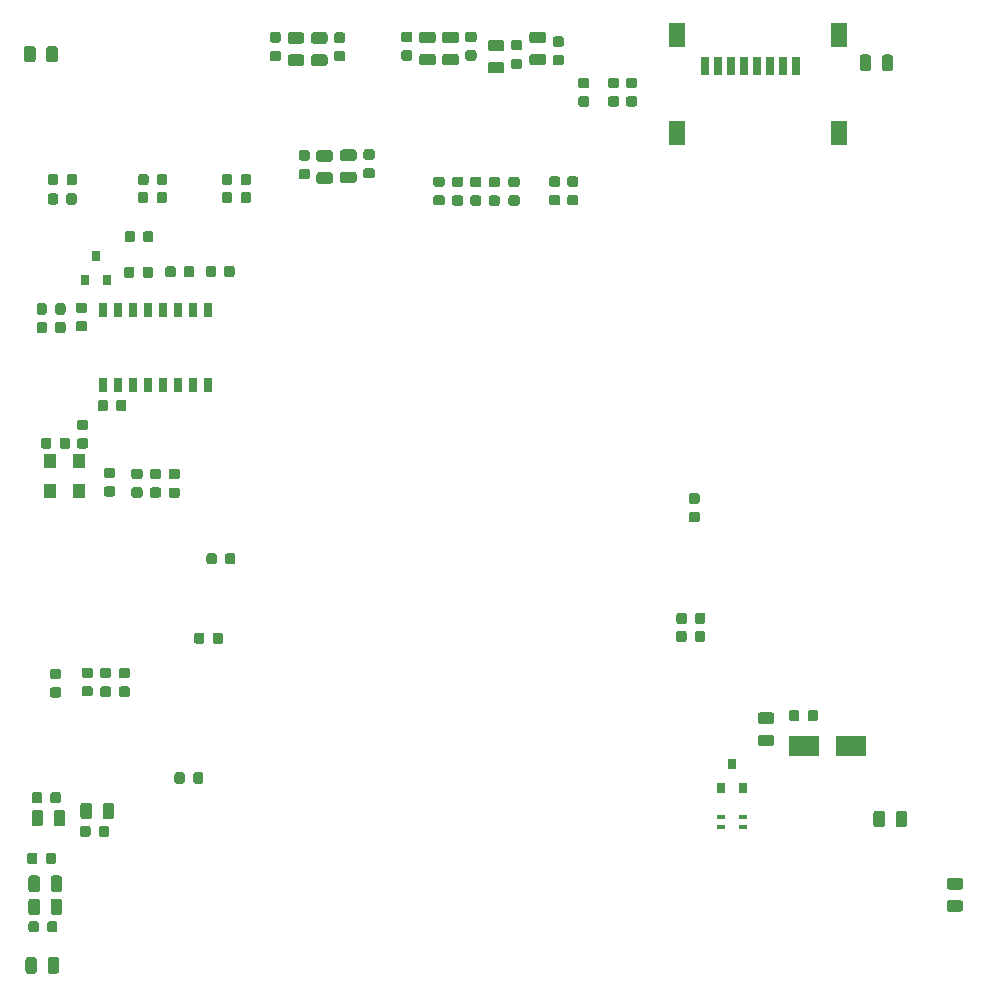
<source format=gbr>
G04 #@! TF.GenerationSoftware,KiCad,Pcbnew,5.1.5-52549c5~86~ubuntu18.04.1*
G04 #@! TF.CreationDate,2020-05-19T23:49:33-05:00*
G04 #@! TF.ProjectId,AICE,41494345-2e6b-4696-9361-645f70636258,rev?*
G04 #@! TF.SameCoordinates,Original*
G04 #@! TF.FileFunction,Paste,Bot*
G04 #@! TF.FilePolarity,Positive*
%FSLAX46Y46*%
G04 Gerber Fmt 4.6, Leading zero omitted, Abs format (unit mm)*
G04 Created by KiCad (PCBNEW 5.1.5-52549c5~86~ubuntu18.04.1) date 2020-05-19 23:49:33*
%MOMM*%
%LPD*%
G04 APERTURE LIST*
%ADD10C,0.100000*%
%ADD11R,0.800000X1.300000*%
%ADD12R,2.500000X1.800000*%
%ADD13R,0.800000X0.900000*%
%ADD14R,1.450000X2.000000*%
%ADD15R,0.800000X1.500000*%
%ADD16R,1.100000X1.200000*%
%ADD17R,0.750000X0.400000*%
G04 APERTURE END LIST*
D10*
G36*
X76170331Y-79590853D02*
G01*
X76191566Y-79594003D01*
X76212390Y-79599219D01*
X76232602Y-79606451D01*
X76252008Y-79615630D01*
X76270421Y-79626666D01*
X76287664Y-79639454D01*
X76303570Y-79653870D01*
X76317986Y-79669776D01*
X76330774Y-79687019D01*
X76341810Y-79705432D01*
X76350989Y-79724838D01*
X76358221Y-79745050D01*
X76363437Y-79765874D01*
X76366587Y-79787109D01*
X76367640Y-79808550D01*
X76367640Y-80246050D01*
X76366587Y-80267491D01*
X76363437Y-80288726D01*
X76358221Y-80309550D01*
X76350989Y-80329762D01*
X76341810Y-80349168D01*
X76330774Y-80367581D01*
X76317986Y-80384824D01*
X76303570Y-80400730D01*
X76287664Y-80415146D01*
X76270421Y-80427934D01*
X76252008Y-80438970D01*
X76232602Y-80448149D01*
X76212390Y-80455381D01*
X76191566Y-80460597D01*
X76170331Y-80463747D01*
X76148890Y-80464800D01*
X75636390Y-80464800D01*
X75614949Y-80463747D01*
X75593714Y-80460597D01*
X75572890Y-80455381D01*
X75552678Y-80448149D01*
X75533272Y-80438970D01*
X75514859Y-80427934D01*
X75497616Y-80415146D01*
X75481710Y-80400730D01*
X75467294Y-80384824D01*
X75454506Y-80367581D01*
X75443470Y-80349168D01*
X75434291Y-80329762D01*
X75427059Y-80309550D01*
X75421843Y-80288726D01*
X75418693Y-80267491D01*
X75417640Y-80246050D01*
X75417640Y-79808550D01*
X75418693Y-79787109D01*
X75421843Y-79765874D01*
X75427059Y-79745050D01*
X75434291Y-79724838D01*
X75443470Y-79705432D01*
X75454506Y-79687019D01*
X75467294Y-79669776D01*
X75481710Y-79653870D01*
X75497616Y-79639454D01*
X75514859Y-79626666D01*
X75533272Y-79615630D01*
X75552678Y-79606451D01*
X75572890Y-79599219D01*
X75593714Y-79594003D01*
X75614949Y-79590853D01*
X75636390Y-79589800D01*
X76148890Y-79589800D01*
X76170331Y-79590853D01*
G37*
G36*
X76170331Y-78015853D02*
G01*
X76191566Y-78019003D01*
X76212390Y-78024219D01*
X76232602Y-78031451D01*
X76252008Y-78040630D01*
X76270421Y-78051666D01*
X76287664Y-78064454D01*
X76303570Y-78078870D01*
X76317986Y-78094776D01*
X76330774Y-78112019D01*
X76341810Y-78130432D01*
X76350989Y-78149838D01*
X76358221Y-78170050D01*
X76363437Y-78190874D01*
X76366587Y-78212109D01*
X76367640Y-78233550D01*
X76367640Y-78671050D01*
X76366587Y-78692491D01*
X76363437Y-78713726D01*
X76358221Y-78734550D01*
X76350989Y-78754762D01*
X76341810Y-78774168D01*
X76330774Y-78792581D01*
X76317986Y-78809824D01*
X76303570Y-78825730D01*
X76287664Y-78840146D01*
X76270421Y-78852934D01*
X76252008Y-78863970D01*
X76232602Y-78873149D01*
X76212390Y-78880381D01*
X76191566Y-78885597D01*
X76170331Y-78888747D01*
X76148890Y-78889800D01*
X75636390Y-78889800D01*
X75614949Y-78888747D01*
X75593714Y-78885597D01*
X75572890Y-78880381D01*
X75552678Y-78873149D01*
X75533272Y-78863970D01*
X75514859Y-78852934D01*
X75497616Y-78840146D01*
X75481710Y-78825730D01*
X75467294Y-78809824D01*
X75454506Y-78792581D01*
X75443470Y-78774168D01*
X75434291Y-78754762D01*
X75427059Y-78734550D01*
X75421843Y-78713726D01*
X75418693Y-78692491D01*
X75417640Y-78671050D01*
X75417640Y-78233550D01*
X75418693Y-78212109D01*
X75421843Y-78190874D01*
X75427059Y-78170050D01*
X75434291Y-78149838D01*
X75443470Y-78130432D01*
X75454506Y-78112019D01*
X75467294Y-78094776D01*
X75481710Y-78078870D01*
X75497616Y-78064454D01*
X75514859Y-78051666D01*
X75533272Y-78040630D01*
X75552678Y-78031451D01*
X75572890Y-78024219D01*
X75593714Y-78019003D01*
X75614949Y-78015853D01*
X75636390Y-78014800D01*
X76148890Y-78014800D01*
X76170331Y-78015853D01*
G37*
D11*
X47430000Y-89328000D03*
X48710000Y-89328000D03*
X49970000Y-89328000D03*
X51240000Y-89328000D03*
X52520000Y-89328000D03*
X53790000Y-89328000D03*
X55050000Y-89328000D03*
X56330000Y-89328000D03*
X56330000Y-95628000D03*
X55050000Y-95628000D03*
X53790000Y-95628000D03*
X52520000Y-95628000D03*
X51240000Y-95628000D03*
X49970000Y-95628000D03*
X48710000Y-95628000D03*
X47430000Y-95628000D03*
D10*
G36*
X85967131Y-77996113D02*
G01*
X85988366Y-77999263D01*
X86009190Y-78004479D01*
X86029402Y-78011711D01*
X86048808Y-78020890D01*
X86067221Y-78031926D01*
X86084464Y-78044714D01*
X86100370Y-78059130D01*
X86114786Y-78075036D01*
X86127574Y-78092279D01*
X86138610Y-78110692D01*
X86147789Y-78130098D01*
X86155021Y-78150310D01*
X86160237Y-78171134D01*
X86163387Y-78192369D01*
X86164440Y-78213810D01*
X86164440Y-78651310D01*
X86163387Y-78672751D01*
X86160237Y-78693986D01*
X86155021Y-78714810D01*
X86147789Y-78735022D01*
X86138610Y-78754428D01*
X86127574Y-78772841D01*
X86114786Y-78790084D01*
X86100370Y-78805990D01*
X86084464Y-78820406D01*
X86067221Y-78833194D01*
X86048808Y-78844230D01*
X86029402Y-78853409D01*
X86009190Y-78860641D01*
X85988366Y-78865857D01*
X85967131Y-78869007D01*
X85945690Y-78870060D01*
X85433190Y-78870060D01*
X85411749Y-78869007D01*
X85390514Y-78865857D01*
X85369690Y-78860641D01*
X85349478Y-78853409D01*
X85330072Y-78844230D01*
X85311659Y-78833194D01*
X85294416Y-78820406D01*
X85278510Y-78805990D01*
X85264094Y-78790084D01*
X85251306Y-78772841D01*
X85240270Y-78754428D01*
X85231091Y-78735022D01*
X85223859Y-78714810D01*
X85218643Y-78693986D01*
X85215493Y-78672751D01*
X85214440Y-78651310D01*
X85214440Y-78213810D01*
X85215493Y-78192369D01*
X85218643Y-78171134D01*
X85223859Y-78150310D01*
X85231091Y-78130098D01*
X85240270Y-78110692D01*
X85251306Y-78092279D01*
X85264094Y-78075036D01*
X85278510Y-78059130D01*
X85294416Y-78044714D01*
X85311659Y-78031926D01*
X85330072Y-78020890D01*
X85349478Y-78011711D01*
X85369690Y-78004479D01*
X85390514Y-77999263D01*
X85411749Y-77996113D01*
X85433190Y-77995060D01*
X85945690Y-77995060D01*
X85967131Y-77996113D01*
G37*
G36*
X85967131Y-79571113D02*
G01*
X85988366Y-79574263D01*
X86009190Y-79579479D01*
X86029402Y-79586711D01*
X86048808Y-79595890D01*
X86067221Y-79606926D01*
X86084464Y-79619714D01*
X86100370Y-79634130D01*
X86114786Y-79650036D01*
X86127574Y-79667279D01*
X86138610Y-79685692D01*
X86147789Y-79705098D01*
X86155021Y-79725310D01*
X86160237Y-79746134D01*
X86163387Y-79767369D01*
X86164440Y-79788810D01*
X86164440Y-80226310D01*
X86163387Y-80247751D01*
X86160237Y-80268986D01*
X86155021Y-80289810D01*
X86147789Y-80310022D01*
X86138610Y-80329428D01*
X86127574Y-80347841D01*
X86114786Y-80365084D01*
X86100370Y-80380990D01*
X86084464Y-80395406D01*
X86067221Y-80408194D01*
X86048808Y-80419230D01*
X86029402Y-80428409D01*
X86009190Y-80435641D01*
X85988366Y-80440857D01*
X85967131Y-80444007D01*
X85945690Y-80445060D01*
X85433190Y-80445060D01*
X85411749Y-80444007D01*
X85390514Y-80440857D01*
X85369690Y-80435641D01*
X85349478Y-80428409D01*
X85330072Y-80419230D01*
X85311659Y-80408194D01*
X85294416Y-80395406D01*
X85278510Y-80380990D01*
X85264094Y-80365084D01*
X85251306Y-80347841D01*
X85240270Y-80329428D01*
X85231091Y-80310022D01*
X85223859Y-80289810D01*
X85218643Y-80268986D01*
X85215493Y-80247751D01*
X85214440Y-80226310D01*
X85214440Y-79788810D01*
X85215493Y-79767369D01*
X85218643Y-79746134D01*
X85223859Y-79725310D01*
X85231091Y-79705098D01*
X85240270Y-79685692D01*
X85251306Y-79667279D01*
X85264094Y-79650036D01*
X85278510Y-79634130D01*
X85294416Y-79619714D01*
X85311659Y-79606926D01*
X85330072Y-79595890D01*
X85349478Y-79586711D01*
X85369690Y-79579479D01*
X85390514Y-79574263D01*
X85411749Y-79571113D01*
X85433190Y-79570060D01*
X85945690Y-79570060D01*
X85967131Y-79571113D01*
G37*
G36*
X87503831Y-78001193D02*
G01*
X87525066Y-78004343D01*
X87545890Y-78009559D01*
X87566102Y-78016791D01*
X87585508Y-78025970D01*
X87603921Y-78037006D01*
X87621164Y-78049794D01*
X87637070Y-78064210D01*
X87651486Y-78080116D01*
X87664274Y-78097359D01*
X87675310Y-78115772D01*
X87684489Y-78135178D01*
X87691721Y-78155390D01*
X87696937Y-78176214D01*
X87700087Y-78197449D01*
X87701140Y-78218890D01*
X87701140Y-78656390D01*
X87700087Y-78677831D01*
X87696937Y-78699066D01*
X87691721Y-78719890D01*
X87684489Y-78740102D01*
X87675310Y-78759508D01*
X87664274Y-78777921D01*
X87651486Y-78795164D01*
X87637070Y-78811070D01*
X87621164Y-78825486D01*
X87603921Y-78838274D01*
X87585508Y-78849310D01*
X87566102Y-78858489D01*
X87545890Y-78865721D01*
X87525066Y-78870937D01*
X87503831Y-78874087D01*
X87482390Y-78875140D01*
X86969890Y-78875140D01*
X86948449Y-78874087D01*
X86927214Y-78870937D01*
X86906390Y-78865721D01*
X86886178Y-78858489D01*
X86866772Y-78849310D01*
X86848359Y-78838274D01*
X86831116Y-78825486D01*
X86815210Y-78811070D01*
X86800794Y-78795164D01*
X86788006Y-78777921D01*
X86776970Y-78759508D01*
X86767791Y-78740102D01*
X86760559Y-78719890D01*
X86755343Y-78699066D01*
X86752193Y-78677831D01*
X86751140Y-78656390D01*
X86751140Y-78218890D01*
X86752193Y-78197449D01*
X86755343Y-78176214D01*
X86760559Y-78155390D01*
X86767791Y-78135178D01*
X86776970Y-78115772D01*
X86788006Y-78097359D01*
X86800794Y-78080116D01*
X86815210Y-78064210D01*
X86831116Y-78049794D01*
X86848359Y-78037006D01*
X86866772Y-78025970D01*
X86886178Y-78016791D01*
X86906390Y-78009559D01*
X86927214Y-78004343D01*
X86948449Y-78001193D01*
X86969890Y-78000140D01*
X87482390Y-78000140D01*
X87503831Y-78001193D01*
G37*
G36*
X87503831Y-79576193D02*
G01*
X87525066Y-79579343D01*
X87545890Y-79584559D01*
X87566102Y-79591791D01*
X87585508Y-79600970D01*
X87603921Y-79612006D01*
X87621164Y-79624794D01*
X87637070Y-79639210D01*
X87651486Y-79655116D01*
X87664274Y-79672359D01*
X87675310Y-79690772D01*
X87684489Y-79710178D01*
X87691721Y-79730390D01*
X87696937Y-79751214D01*
X87700087Y-79772449D01*
X87701140Y-79793890D01*
X87701140Y-80231390D01*
X87700087Y-80252831D01*
X87696937Y-80274066D01*
X87691721Y-80294890D01*
X87684489Y-80315102D01*
X87675310Y-80334508D01*
X87664274Y-80352921D01*
X87651486Y-80370164D01*
X87637070Y-80386070D01*
X87621164Y-80400486D01*
X87603921Y-80413274D01*
X87585508Y-80424310D01*
X87566102Y-80433489D01*
X87545890Y-80440721D01*
X87525066Y-80445937D01*
X87503831Y-80449087D01*
X87482390Y-80450140D01*
X86969890Y-80450140D01*
X86948449Y-80449087D01*
X86927214Y-80445937D01*
X86906390Y-80440721D01*
X86886178Y-80433489D01*
X86866772Y-80424310D01*
X86848359Y-80413274D01*
X86831116Y-80400486D01*
X86815210Y-80386070D01*
X86800794Y-80370164D01*
X86788006Y-80352921D01*
X86776970Y-80334508D01*
X86767791Y-80315102D01*
X86760559Y-80294890D01*
X86755343Y-80274066D01*
X86752193Y-80252831D01*
X86751140Y-80231390D01*
X86751140Y-79793890D01*
X86752193Y-79772449D01*
X86755343Y-79751214D01*
X86760559Y-79730390D01*
X86767791Y-79710178D01*
X86776970Y-79690772D01*
X86788006Y-79672359D01*
X86800794Y-79655116D01*
X86815210Y-79639210D01*
X86831116Y-79624794D01*
X86848359Y-79612006D01*
X86866772Y-79600970D01*
X86886178Y-79591791D01*
X86906390Y-79584559D01*
X86927214Y-79579343D01*
X86948449Y-79576193D01*
X86969890Y-79575140D01*
X87482390Y-79575140D01*
X87503831Y-79576193D01*
G37*
G36*
X51078691Y-79316053D02*
G01*
X51099926Y-79319203D01*
X51120750Y-79324419D01*
X51140962Y-79331651D01*
X51160368Y-79340830D01*
X51178781Y-79351866D01*
X51196024Y-79364654D01*
X51211930Y-79379070D01*
X51226346Y-79394976D01*
X51239134Y-79412219D01*
X51250170Y-79430632D01*
X51259349Y-79450038D01*
X51266581Y-79470250D01*
X51271797Y-79491074D01*
X51274947Y-79512309D01*
X51276000Y-79533750D01*
X51276000Y-80046250D01*
X51274947Y-80067691D01*
X51271797Y-80088926D01*
X51266581Y-80109750D01*
X51259349Y-80129962D01*
X51250170Y-80149368D01*
X51239134Y-80167781D01*
X51226346Y-80185024D01*
X51211930Y-80200930D01*
X51196024Y-80215346D01*
X51178781Y-80228134D01*
X51160368Y-80239170D01*
X51140962Y-80248349D01*
X51120750Y-80255581D01*
X51099926Y-80260797D01*
X51078691Y-80263947D01*
X51057250Y-80265000D01*
X50619750Y-80265000D01*
X50598309Y-80263947D01*
X50577074Y-80260797D01*
X50556250Y-80255581D01*
X50536038Y-80248349D01*
X50516632Y-80239170D01*
X50498219Y-80228134D01*
X50480976Y-80215346D01*
X50465070Y-80200930D01*
X50450654Y-80185024D01*
X50437866Y-80167781D01*
X50426830Y-80149368D01*
X50417651Y-80129962D01*
X50410419Y-80109750D01*
X50405203Y-80088926D01*
X50402053Y-80067691D01*
X50401000Y-80046250D01*
X50401000Y-79533750D01*
X50402053Y-79512309D01*
X50405203Y-79491074D01*
X50410419Y-79470250D01*
X50417651Y-79450038D01*
X50426830Y-79430632D01*
X50437866Y-79412219D01*
X50450654Y-79394976D01*
X50465070Y-79379070D01*
X50480976Y-79364654D01*
X50498219Y-79351866D01*
X50516632Y-79340830D01*
X50536038Y-79331651D01*
X50556250Y-79324419D01*
X50577074Y-79319203D01*
X50598309Y-79316053D01*
X50619750Y-79315000D01*
X51057250Y-79315000D01*
X51078691Y-79316053D01*
G37*
G36*
X52653691Y-79316053D02*
G01*
X52674926Y-79319203D01*
X52695750Y-79324419D01*
X52715962Y-79331651D01*
X52735368Y-79340830D01*
X52753781Y-79351866D01*
X52771024Y-79364654D01*
X52786930Y-79379070D01*
X52801346Y-79394976D01*
X52814134Y-79412219D01*
X52825170Y-79430632D01*
X52834349Y-79450038D01*
X52841581Y-79470250D01*
X52846797Y-79491074D01*
X52849947Y-79512309D01*
X52851000Y-79533750D01*
X52851000Y-80046250D01*
X52849947Y-80067691D01*
X52846797Y-80088926D01*
X52841581Y-80109750D01*
X52834349Y-80129962D01*
X52825170Y-80149368D01*
X52814134Y-80167781D01*
X52801346Y-80185024D01*
X52786930Y-80200930D01*
X52771024Y-80215346D01*
X52753781Y-80228134D01*
X52735368Y-80239170D01*
X52715962Y-80248349D01*
X52695750Y-80255581D01*
X52674926Y-80260797D01*
X52653691Y-80263947D01*
X52632250Y-80265000D01*
X52194750Y-80265000D01*
X52173309Y-80263947D01*
X52152074Y-80260797D01*
X52131250Y-80255581D01*
X52111038Y-80248349D01*
X52091632Y-80239170D01*
X52073219Y-80228134D01*
X52055976Y-80215346D01*
X52040070Y-80200930D01*
X52025654Y-80185024D01*
X52012866Y-80167781D01*
X52001830Y-80149368D01*
X51992651Y-80129962D01*
X51985419Y-80109750D01*
X51980203Y-80088926D01*
X51977053Y-80067691D01*
X51976000Y-80046250D01*
X51976000Y-79533750D01*
X51977053Y-79512309D01*
X51980203Y-79491074D01*
X51985419Y-79470250D01*
X51992651Y-79450038D01*
X52001830Y-79430632D01*
X52012866Y-79412219D01*
X52025654Y-79394976D01*
X52040070Y-79379070D01*
X52055976Y-79364654D01*
X52073219Y-79351866D01*
X52091632Y-79340830D01*
X52111038Y-79331651D01*
X52131250Y-79324419D01*
X52152074Y-79319203D01*
X52173309Y-79316053D01*
X52194750Y-79315000D01*
X52632250Y-79315000D01*
X52653691Y-79316053D01*
G37*
G36*
X97777691Y-106401053D02*
G01*
X97798926Y-106404203D01*
X97819750Y-106409419D01*
X97839962Y-106416651D01*
X97859368Y-106425830D01*
X97877781Y-106436866D01*
X97895024Y-106449654D01*
X97910930Y-106464070D01*
X97925346Y-106479976D01*
X97938134Y-106497219D01*
X97949170Y-106515632D01*
X97958349Y-106535038D01*
X97965581Y-106555250D01*
X97970797Y-106576074D01*
X97973947Y-106597309D01*
X97975000Y-106618750D01*
X97975000Y-107056250D01*
X97973947Y-107077691D01*
X97970797Y-107098926D01*
X97965581Y-107119750D01*
X97958349Y-107139962D01*
X97949170Y-107159368D01*
X97938134Y-107177781D01*
X97925346Y-107195024D01*
X97910930Y-107210930D01*
X97895024Y-107225346D01*
X97877781Y-107238134D01*
X97859368Y-107249170D01*
X97839962Y-107258349D01*
X97819750Y-107265581D01*
X97798926Y-107270797D01*
X97777691Y-107273947D01*
X97756250Y-107275000D01*
X97243750Y-107275000D01*
X97222309Y-107273947D01*
X97201074Y-107270797D01*
X97180250Y-107265581D01*
X97160038Y-107258349D01*
X97140632Y-107249170D01*
X97122219Y-107238134D01*
X97104976Y-107225346D01*
X97089070Y-107210930D01*
X97074654Y-107195024D01*
X97061866Y-107177781D01*
X97050830Y-107159368D01*
X97041651Y-107139962D01*
X97034419Y-107119750D01*
X97029203Y-107098926D01*
X97026053Y-107077691D01*
X97025000Y-107056250D01*
X97025000Y-106618750D01*
X97026053Y-106597309D01*
X97029203Y-106576074D01*
X97034419Y-106555250D01*
X97041651Y-106535038D01*
X97050830Y-106515632D01*
X97061866Y-106497219D01*
X97074654Y-106479976D01*
X97089070Y-106464070D01*
X97104976Y-106449654D01*
X97122219Y-106436866D01*
X97140632Y-106425830D01*
X97160038Y-106416651D01*
X97180250Y-106409419D01*
X97201074Y-106404203D01*
X97222309Y-106401053D01*
X97243750Y-106400000D01*
X97756250Y-106400000D01*
X97777691Y-106401053D01*
G37*
G36*
X97777691Y-104826053D02*
G01*
X97798926Y-104829203D01*
X97819750Y-104834419D01*
X97839962Y-104841651D01*
X97859368Y-104850830D01*
X97877781Y-104861866D01*
X97895024Y-104874654D01*
X97910930Y-104889070D01*
X97925346Y-104904976D01*
X97938134Y-104922219D01*
X97949170Y-104940632D01*
X97958349Y-104960038D01*
X97965581Y-104980250D01*
X97970797Y-105001074D01*
X97973947Y-105022309D01*
X97975000Y-105043750D01*
X97975000Y-105481250D01*
X97973947Y-105502691D01*
X97970797Y-105523926D01*
X97965581Y-105544750D01*
X97958349Y-105564962D01*
X97949170Y-105584368D01*
X97938134Y-105602781D01*
X97925346Y-105620024D01*
X97910930Y-105635930D01*
X97895024Y-105650346D01*
X97877781Y-105663134D01*
X97859368Y-105674170D01*
X97839962Y-105683349D01*
X97819750Y-105690581D01*
X97798926Y-105695797D01*
X97777691Y-105698947D01*
X97756250Y-105700000D01*
X97243750Y-105700000D01*
X97222309Y-105698947D01*
X97201074Y-105695797D01*
X97180250Y-105690581D01*
X97160038Y-105683349D01*
X97140632Y-105674170D01*
X97122219Y-105663134D01*
X97104976Y-105650346D01*
X97089070Y-105635930D01*
X97074654Y-105620024D01*
X97061866Y-105602781D01*
X97050830Y-105584368D01*
X97041651Y-105564962D01*
X97034419Y-105544750D01*
X97029203Y-105523926D01*
X97026053Y-105502691D01*
X97025000Y-105481250D01*
X97025000Y-105043750D01*
X97026053Y-105022309D01*
X97029203Y-105001074D01*
X97034419Y-104980250D01*
X97041651Y-104960038D01*
X97050830Y-104940632D01*
X97061866Y-104922219D01*
X97074654Y-104904976D01*
X97089070Y-104889070D01*
X97104976Y-104874654D01*
X97122219Y-104861866D01*
X97140632Y-104850830D01*
X97160038Y-104841651D01*
X97180250Y-104834419D01*
X97201074Y-104829203D01*
X97222309Y-104826053D01*
X97243750Y-104825000D01*
X97756250Y-104825000D01*
X97777691Y-104826053D01*
G37*
G36*
X58190691Y-79316053D02*
G01*
X58211926Y-79319203D01*
X58232750Y-79324419D01*
X58252962Y-79331651D01*
X58272368Y-79340830D01*
X58290781Y-79351866D01*
X58308024Y-79364654D01*
X58323930Y-79379070D01*
X58338346Y-79394976D01*
X58351134Y-79412219D01*
X58362170Y-79430632D01*
X58371349Y-79450038D01*
X58378581Y-79470250D01*
X58383797Y-79491074D01*
X58386947Y-79512309D01*
X58388000Y-79533750D01*
X58388000Y-80046250D01*
X58386947Y-80067691D01*
X58383797Y-80088926D01*
X58378581Y-80109750D01*
X58371349Y-80129962D01*
X58362170Y-80149368D01*
X58351134Y-80167781D01*
X58338346Y-80185024D01*
X58323930Y-80200930D01*
X58308024Y-80215346D01*
X58290781Y-80228134D01*
X58272368Y-80239170D01*
X58252962Y-80248349D01*
X58232750Y-80255581D01*
X58211926Y-80260797D01*
X58190691Y-80263947D01*
X58169250Y-80265000D01*
X57731750Y-80265000D01*
X57710309Y-80263947D01*
X57689074Y-80260797D01*
X57668250Y-80255581D01*
X57648038Y-80248349D01*
X57628632Y-80239170D01*
X57610219Y-80228134D01*
X57592976Y-80215346D01*
X57577070Y-80200930D01*
X57562654Y-80185024D01*
X57549866Y-80167781D01*
X57538830Y-80149368D01*
X57529651Y-80129962D01*
X57522419Y-80109750D01*
X57517203Y-80088926D01*
X57514053Y-80067691D01*
X57513000Y-80046250D01*
X57513000Y-79533750D01*
X57514053Y-79512309D01*
X57517203Y-79491074D01*
X57522419Y-79470250D01*
X57529651Y-79450038D01*
X57538830Y-79430632D01*
X57549866Y-79412219D01*
X57562654Y-79394976D01*
X57577070Y-79379070D01*
X57592976Y-79364654D01*
X57610219Y-79351866D01*
X57628632Y-79340830D01*
X57648038Y-79331651D01*
X57668250Y-79324419D01*
X57689074Y-79319203D01*
X57710309Y-79316053D01*
X57731750Y-79315000D01*
X58169250Y-79315000D01*
X58190691Y-79316053D01*
G37*
G36*
X59765691Y-79316053D02*
G01*
X59786926Y-79319203D01*
X59807750Y-79324419D01*
X59827962Y-79331651D01*
X59847368Y-79340830D01*
X59865781Y-79351866D01*
X59883024Y-79364654D01*
X59898930Y-79379070D01*
X59913346Y-79394976D01*
X59926134Y-79412219D01*
X59937170Y-79430632D01*
X59946349Y-79450038D01*
X59953581Y-79470250D01*
X59958797Y-79491074D01*
X59961947Y-79512309D01*
X59963000Y-79533750D01*
X59963000Y-80046250D01*
X59961947Y-80067691D01*
X59958797Y-80088926D01*
X59953581Y-80109750D01*
X59946349Y-80129962D01*
X59937170Y-80149368D01*
X59926134Y-80167781D01*
X59913346Y-80185024D01*
X59898930Y-80200930D01*
X59883024Y-80215346D01*
X59865781Y-80228134D01*
X59847368Y-80239170D01*
X59827962Y-80248349D01*
X59807750Y-80255581D01*
X59786926Y-80260797D01*
X59765691Y-80263947D01*
X59744250Y-80265000D01*
X59306750Y-80265000D01*
X59285309Y-80263947D01*
X59264074Y-80260797D01*
X59243250Y-80255581D01*
X59223038Y-80248349D01*
X59203632Y-80239170D01*
X59185219Y-80228134D01*
X59167976Y-80215346D01*
X59152070Y-80200930D01*
X59137654Y-80185024D01*
X59124866Y-80167781D01*
X59113830Y-80149368D01*
X59104651Y-80129962D01*
X59097419Y-80109750D01*
X59092203Y-80088926D01*
X59089053Y-80067691D01*
X59088000Y-80046250D01*
X59088000Y-79533750D01*
X59089053Y-79512309D01*
X59092203Y-79491074D01*
X59097419Y-79470250D01*
X59104651Y-79450038D01*
X59113830Y-79430632D01*
X59124866Y-79412219D01*
X59137654Y-79394976D01*
X59152070Y-79379070D01*
X59167976Y-79364654D01*
X59185219Y-79351866D01*
X59203632Y-79340830D01*
X59223038Y-79331651D01*
X59243250Y-79324419D01*
X59264074Y-79319203D01*
X59285309Y-79316053D01*
X59306750Y-79315000D01*
X59744250Y-79315000D01*
X59765691Y-79316053D01*
G37*
G36*
X54972691Y-85594053D02*
G01*
X54993926Y-85597203D01*
X55014750Y-85602419D01*
X55034962Y-85609651D01*
X55054368Y-85618830D01*
X55072781Y-85629866D01*
X55090024Y-85642654D01*
X55105930Y-85657070D01*
X55120346Y-85672976D01*
X55133134Y-85690219D01*
X55144170Y-85708632D01*
X55153349Y-85728038D01*
X55160581Y-85748250D01*
X55165797Y-85769074D01*
X55168947Y-85790309D01*
X55170000Y-85811750D01*
X55170000Y-86324250D01*
X55168947Y-86345691D01*
X55165797Y-86366926D01*
X55160581Y-86387750D01*
X55153349Y-86407962D01*
X55144170Y-86427368D01*
X55133134Y-86445781D01*
X55120346Y-86463024D01*
X55105930Y-86478930D01*
X55090024Y-86493346D01*
X55072781Y-86506134D01*
X55054368Y-86517170D01*
X55034962Y-86526349D01*
X55014750Y-86533581D01*
X54993926Y-86538797D01*
X54972691Y-86541947D01*
X54951250Y-86543000D01*
X54513750Y-86543000D01*
X54492309Y-86541947D01*
X54471074Y-86538797D01*
X54450250Y-86533581D01*
X54430038Y-86526349D01*
X54410632Y-86517170D01*
X54392219Y-86506134D01*
X54374976Y-86493346D01*
X54359070Y-86478930D01*
X54344654Y-86463024D01*
X54331866Y-86445781D01*
X54320830Y-86427368D01*
X54311651Y-86407962D01*
X54304419Y-86387750D01*
X54299203Y-86366926D01*
X54296053Y-86345691D01*
X54295000Y-86324250D01*
X54295000Y-85811750D01*
X54296053Y-85790309D01*
X54299203Y-85769074D01*
X54304419Y-85748250D01*
X54311651Y-85728038D01*
X54320830Y-85708632D01*
X54331866Y-85690219D01*
X54344654Y-85672976D01*
X54359070Y-85657070D01*
X54374976Y-85642654D01*
X54392219Y-85629866D01*
X54410632Y-85618830D01*
X54430038Y-85609651D01*
X54450250Y-85602419D01*
X54471074Y-85597203D01*
X54492309Y-85594053D01*
X54513750Y-85593000D01*
X54951250Y-85593000D01*
X54972691Y-85594053D01*
G37*
G36*
X53397691Y-85594053D02*
G01*
X53418926Y-85597203D01*
X53439750Y-85602419D01*
X53459962Y-85609651D01*
X53479368Y-85618830D01*
X53497781Y-85629866D01*
X53515024Y-85642654D01*
X53530930Y-85657070D01*
X53545346Y-85672976D01*
X53558134Y-85690219D01*
X53569170Y-85708632D01*
X53578349Y-85728038D01*
X53585581Y-85748250D01*
X53590797Y-85769074D01*
X53593947Y-85790309D01*
X53595000Y-85811750D01*
X53595000Y-86324250D01*
X53593947Y-86345691D01*
X53590797Y-86366926D01*
X53585581Y-86387750D01*
X53578349Y-86407962D01*
X53569170Y-86427368D01*
X53558134Y-86445781D01*
X53545346Y-86463024D01*
X53530930Y-86478930D01*
X53515024Y-86493346D01*
X53497781Y-86506134D01*
X53479368Y-86517170D01*
X53459962Y-86526349D01*
X53439750Y-86533581D01*
X53418926Y-86538797D01*
X53397691Y-86541947D01*
X53376250Y-86543000D01*
X52938750Y-86543000D01*
X52917309Y-86541947D01*
X52896074Y-86538797D01*
X52875250Y-86533581D01*
X52855038Y-86526349D01*
X52835632Y-86517170D01*
X52817219Y-86506134D01*
X52799976Y-86493346D01*
X52784070Y-86478930D01*
X52769654Y-86463024D01*
X52756866Y-86445781D01*
X52745830Y-86427368D01*
X52736651Y-86407962D01*
X52729419Y-86387750D01*
X52724203Y-86366926D01*
X52721053Y-86345691D01*
X52720000Y-86324250D01*
X52720000Y-85811750D01*
X52721053Y-85790309D01*
X52724203Y-85769074D01*
X52729419Y-85748250D01*
X52736651Y-85728038D01*
X52745830Y-85708632D01*
X52756866Y-85690219D01*
X52769654Y-85672976D01*
X52784070Y-85657070D01*
X52799976Y-85642654D01*
X52817219Y-85629866D01*
X52835632Y-85618830D01*
X52855038Y-85609651D01*
X52875250Y-85602419D01*
X52896074Y-85597203D01*
X52917309Y-85594053D01*
X52938750Y-85593000D01*
X53376250Y-85593000D01*
X53397691Y-85594053D01*
G37*
G36*
X51472691Y-85634053D02*
G01*
X51493926Y-85637203D01*
X51514750Y-85642419D01*
X51534962Y-85649651D01*
X51554368Y-85658830D01*
X51572781Y-85669866D01*
X51590024Y-85682654D01*
X51605930Y-85697070D01*
X51620346Y-85712976D01*
X51633134Y-85730219D01*
X51644170Y-85748632D01*
X51653349Y-85768038D01*
X51660581Y-85788250D01*
X51665797Y-85809074D01*
X51668947Y-85830309D01*
X51670000Y-85851750D01*
X51670000Y-86364250D01*
X51668947Y-86385691D01*
X51665797Y-86406926D01*
X51660581Y-86427750D01*
X51653349Y-86447962D01*
X51644170Y-86467368D01*
X51633134Y-86485781D01*
X51620346Y-86503024D01*
X51605930Y-86518930D01*
X51590024Y-86533346D01*
X51572781Y-86546134D01*
X51554368Y-86557170D01*
X51534962Y-86566349D01*
X51514750Y-86573581D01*
X51493926Y-86578797D01*
X51472691Y-86581947D01*
X51451250Y-86583000D01*
X51013750Y-86583000D01*
X50992309Y-86581947D01*
X50971074Y-86578797D01*
X50950250Y-86573581D01*
X50930038Y-86566349D01*
X50910632Y-86557170D01*
X50892219Y-86546134D01*
X50874976Y-86533346D01*
X50859070Y-86518930D01*
X50844654Y-86503024D01*
X50831866Y-86485781D01*
X50820830Y-86467368D01*
X50811651Y-86447962D01*
X50804419Y-86427750D01*
X50799203Y-86406926D01*
X50796053Y-86385691D01*
X50795000Y-86364250D01*
X50795000Y-85851750D01*
X50796053Y-85830309D01*
X50799203Y-85809074D01*
X50804419Y-85788250D01*
X50811651Y-85768038D01*
X50820830Y-85748632D01*
X50831866Y-85730219D01*
X50844654Y-85712976D01*
X50859070Y-85697070D01*
X50874976Y-85682654D01*
X50892219Y-85669866D01*
X50910632Y-85658830D01*
X50930038Y-85649651D01*
X50950250Y-85642419D01*
X50971074Y-85637203D01*
X50992309Y-85634053D01*
X51013750Y-85633000D01*
X51451250Y-85633000D01*
X51472691Y-85634053D01*
G37*
G36*
X49897691Y-85634053D02*
G01*
X49918926Y-85637203D01*
X49939750Y-85642419D01*
X49959962Y-85649651D01*
X49979368Y-85658830D01*
X49997781Y-85669866D01*
X50015024Y-85682654D01*
X50030930Y-85697070D01*
X50045346Y-85712976D01*
X50058134Y-85730219D01*
X50069170Y-85748632D01*
X50078349Y-85768038D01*
X50085581Y-85788250D01*
X50090797Y-85809074D01*
X50093947Y-85830309D01*
X50095000Y-85851750D01*
X50095000Y-86364250D01*
X50093947Y-86385691D01*
X50090797Y-86406926D01*
X50085581Y-86427750D01*
X50078349Y-86447962D01*
X50069170Y-86467368D01*
X50058134Y-86485781D01*
X50045346Y-86503024D01*
X50030930Y-86518930D01*
X50015024Y-86533346D01*
X49997781Y-86546134D01*
X49979368Y-86557170D01*
X49959962Y-86566349D01*
X49939750Y-86573581D01*
X49918926Y-86578797D01*
X49897691Y-86581947D01*
X49876250Y-86583000D01*
X49438750Y-86583000D01*
X49417309Y-86581947D01*
X49396074Y-86578797D01*
X49375250Y-86573581D01*
X49355038Y-86566349D01*
X49335632Y-86557170D01*
X49317219Y-86546134D01*
X49299976Y-86533346D01*
X49284070Y-86518930D01*
X49269654Y-86503024D01*
X49256866Y-86485781D01*
X49245830Y-86467368D01*
X49236651Y-86447962D01*
X49229419Y-86427750D01*
X49224203Y-86406926D01*
X49221053Y-86385691D01*
X49220000Y-86364250D01*
X49220000Y-85851750D01*
X49221053Y-85830309D01*
X49224203Y-85809074D01*
X49229419Y-85788250D01*
X49236651Y-85768038D01*
X49245830Y-85748632D01*
X49256866Y-85730219D01*
X49269654Y-85712976D01*
X49284070Y-85697070D01*
X49299976Y-85682654D01*
X49317219Y-85669866D01*
X49335632Y-85658830D01*
X49355038Y-85649651D01*
X49375250Y-85642419D01*
X49396074Y-85637203D01*
X49417309Y-85634053D01*
X49438750Y-85633000D01*
X49876250Y-85633000D01*
X49897691Y-85634053D01*
G37*
G36*
X42498691Y-90322053D02*
G01*
X42519926Y-90325203D01*
X42540750Y-90330419D01*
X42560962Y-90337651D01*
X42580368Y-90346830D01*
X42598781Y-90357866D01*
X42616024Y-90370654D01*
X42631930Y-90385070D01*
X42646346Y-90400976D01*
X42659134Y-90418219D01*
X42670170Y-90436632D01*
X42679349Y-90456038D01*
X42686581Y-90476250D01*
X42691797Y-90497074D01*
X42694947Y-90518309D01*
X42696000Y-90539750D01*
X42696000Y-91052250D01*
X42694947Y-91073691D01*
X42691797Y-91094926D01*
X42686581Y-91115750D01*
X42679349Y-91135962D01*
X42670170Y-91155368D01*
X42659134Y-91173781D01*
X42646346Y-91191024D01*
X42631930Y-91206930D01*
X42616024Y-91221346D01*
X42598781Y-91234134D01*
X42580368Y-91245170D01*
X42560962Y-91254349D01*
X42540750Y-91261581D01*
X42519926Y-91266797D01*
X42498691Y-91269947D01*
X42477250Y-91271000D01*
X42039750Y-91271000D01*
X42018309Y-91269947D01*
X41997074Y-91266797D01*
X41976250Y-91261581D01*
X41956038Y-91254349D01*
X41936632Y-91245170D01*
X41918219Y-91234134D01*
X41900976Y-91221346D01*
X41885070Y-91206930D01*
X41870654Y-91191024D01*
X41857866Y-91173781D01*
X41846830Y-91155368D01*
X41837651Y-91135962D01*
X41830419Y-91115750D01*
X41825203Y-91094926D01*
X41822053Y-91073691D01*
X41821000Y-91052250D01*
X41821000Y-90539750D01*
X41822053Y-90518309D01*
X41825203Y-90497074D01*
X41830419Y-90476250D01*
X41837651Y-90456038D01*
X41846830Y-90436632D01*
X41857866Y-90418219D01*
X41870654Y-90400976D01*
X41885070Y-90385070D01*
X41900976Y-90370654D01*
X41918219Y-90357866D01*
X41936632Y-90346830D01*
X41956038Y-90337651D01*
X41976250Y-90330419D01*
X41997074Y-90325203D01*
X42018309Y-90322053D01*
X42039750Y-90321000D01*
X42477250Y-90321000D01*
X42498691Y-90322053D01*
G37*
G36*
X44073691Y-90322053D02*
G01*
X44094926Y-90325203D01*
X44115750Y-90330419D01*
X44135962Y-90337651D01*
X44155368Y-90346830D01*
X44173781Y-90357866D01*
X44191024Y-90370654D01*
X44206930Y-90385070D01*
X44221346Y-90400976D01*
X44234134Y-90418219D01*
X44245170Y-90436632D01*
X44254349Y-90456038D01*
X44261581Y-90476250D01*
X44266797Y-90497074D01*
X44269947Y-90518309D01*
X44271000Y-90539750D01*
X44271000Y-91052250D01*
X44269947Y-91073691D01*
X44266797Y-91094926D01*
X44261581Y-91115750D01*
X44254349Y-91135962D01*
X44245170Y-91155368D01*
X44234134Y-91173781D01*
X44221346Y-91191024D01*
X44206930Y-91206930D01*
X44191024Y-91221346D01*
X44173781Y-91234134D01*
X44155368Y-91245170D01*
X44135962Y-91254349D01*
X44115750Y-91261581D01*
X44094926Y-91266797D01*
X44073691Y-91269947D01*
X44052250Y-91271000D01*
X43614750Y-91271000D01*
X43593309Y-91269947D01*
X43572074Y-91266797D01*
X43551250Y-91261581D01*
X43531038Y-91254349D01*
X43511632Y-91245170D01*
X43493219Y-91234134D01*
X43475976Y-91221346D01*
X43460070Y-91206930D01*
X43445654Y-91191024D01*
X43432866Y-91173781D01*
X43421830Y-91155368D01*
X43412651Y-91135962D01*
X43405419Y-91115750D01*
X43400203Y-91094926D01*
X43397053Y-91073691D01*
X43396000Y-91052250D01*
X43396000Y-90539750D01*
X43397053Y-90518309D01*
X43400203Y-90497074D01*
X43405419Y-90476250D01*
X43412651Y-90456038D01*
X43421830Y-90436632D01*
X43432866Y-90418219D01*
X43445654Y-90400976D01*
X43460070Y-90385070D01*
X43475976Y-90370654D01*
X43493219Y-90357866D01*
X43511632Y-90346830D01*
X43531038Y-90337651D01*
X43551250Y-90330419D01*
X43572074Y-90325203D01*
X43593309Y-90322053D01*
X43614750Y-90321000D01*
X44052250Y-90321000D01*
X44073691Y-90322053D01*
G37*
G36*
X42498691Y-88752053D02*
G01*
X42519926Y-88755203D01*
X42540750Y-88760419D01*
X42560962Y-88767651D01*
X42580368Y-88776830D01*
X42598781Y-88787866D01*
X42616024Y-88800654D01*
X42631930Y-88815070D01*
X42646346Y-88830976D01*
X42659134Y-88848219D01*
X42670170Y-88866632D01*
X42679349Y-88886038D01*
X42686581Y-88906250D01*
X42691797Y-88927074D01*
X42694947Y-88948309D01*
X42696000Y-88969750D01*
X42696000Y-89482250D01*
X42694947Y-89503691D01*
X42691797Y-89524926D01*
X42686581Y-89545750D01*
X42679349Y-89565962D01*
X42670170Y-89585368D01*
X42659134Y-89603781D01*
X42646346Y-89621024D01*
X42631930Y-89636930D01*
X42616024Y-89651346D01*
X42598781Y-89664134D01*
X42580368Y-89675170D01*
X42560962Y-89684349D01*
X42540750Y-89691581D01*
X42519926Y-89696797D01*
X42498691Y-89699947D01*
X42477250Y-89701000D01*
X42039750Y-89701000D01*
X42018309Y-89699947D01*
X41997074Y-89696797D01*
X41976250Y-89691581D01*
X41956038Y-89684349D01*
X41936632Y-89675170D01*
X41918219Y-89664134D01*
X41900976Y-89651346D01*
X41885070Y-89636930D01*
X41870654Y-89621024D01*
X41857866Y-89603781D01*
X41846830Y-89585368D01*
X41837651Y-89565962D01*
X41830419Y-89545750D01*
X41825203Y-89524926D01*
X41822053Y-89503691D01*
X41821000Y-89482250D01*
X41821000Y-88969750D01*
X41822053Y-88948309D01*
X41825203Y-88927074D01*
X41830419Y-88906250D01*
X41837651Y-88886038D01*
X41846830Y-88866632D01*
X41857866Y-88848219D01*
X41870654Y-88830976D01*
X41885070Y-88815070D01*
X41900976Y-88800654D01*
X41918219Y-88787866D01*
X41936632Y-88776830D01*
X41956038Y-88767651D01*
X41976250Y-88760419D01*
X41997074Y-88755203D01*
X42018309Y-88752053D01*
X42039750Y-88751000D01*
X42477250Y-88751000D01*
X42498691Y-88752053D01*
G37*
G36*
X44073691Y-88752053D02*
G01*
X44094926Y-88755203D01*
X44115750Y-88760419D01*
X44135962Y-88767651D01*
X44155368Y-88776830D01*
X44173781Y-88787866D01*
X44191024Y-88800654D01*
X44206930Y-88815070D01*
X44221346Y-88830976D01*
X44234134Y-88848219D01*
X44245170Y-88866632D01*
X44254349Y-88886038D01*
X44261581Y-88906250D01*
X44266797Y-88927074D01*
X44269947Y-88948309D01*
X44271000Y-88969750D01*
X44271000Y-89482250D01*
X44269947Y-89503691D01*
X44266797Y-89524926D01*
X44261581Y-89545750D01*
X44254349Y-89565962D01*
X44245170Y-89585368D01*
X44234134Y-89603781D01*
X44221346Y-89621024D01*
X44206930Y-89636930D01*
X44191024Y-89651346D01*
X44173781Y-89664134D01*
X44155368Y-89675170D01*
X44135962Y-89684349D01*
X44115750Y-89691581D01*
X44094926Y-89696797D01*
X44073691Y-89699947D01*
X44052250Y-89701000D01*
X43614750Y-89701000D01*
X43593309Y-89699947D01*
X43572074Y-89696797D01*
X43551250Y-89691581D01*
X43531038Y-89684349D01*
X43511632Y-89675170D01*
X43493219Y-89664134D01*
X43475976Y-89651346D01*
X43460070Y-89636930D01*
X43445654Y-89621024D01*
X43432866Y-89603781D01*
X43421830Y-89585368D01*
X43412651Y-89565962D01*
X43405419Y-89545750D01*
X43400203Y-89524926D01*
X43397053Y-89503691D01*
X43396000Y-89482250D01*
X43396000Y-88969750D01*
X43397053Y-88948309D01*
X43400203Y-88927074D01*
X43405419Y-88906250D01*
X43412651Y-88886038D01*
X43421830Y-88866632D01*
X43432866Y-88848219D01*
X43445654Y-88830976D01*
X43460070Y-88815070D01*
X43475976Y-88800654D01*
X43493219Y-88787866D01*
X43511632Y-88776830D01*
X43531038Y-88767651D01*
X43551250Y-88760419D01*
X43572074Y-88755203D01*
X43593309Y-88752053D01*
X43614750Y-88751000D01*
X44052250Y-88751000D01*
X44073691Y-88752053D01*
G37*
G36*
X43446691Y-79440053D02*
G01*
X43467926Y-79443203D01*
X43488750Y-79448419D01*
X43508962Y-79455651D01*
X43528368Y-79464830D01*
X43546781Y-79475866D01*
X43564024Y-79488654D01*
X43579930Y-79503070D01*
X43594346Y-79518976D01*
X43607134Y-79536219D01*
X43618170Y-79554632D01*
X43627349Y-79574038D01*
X43634581Y-79594250D01*
X43639797Y-79615074D01*
X43642947Y-79636309D01*
X43644000Y-79657750D01*
X43644000Y-80170250D01*
X43642947Y-80191691D01*
X43639797Y-80212926D01*
X43634581Y-80233750D01*
X43627349Y-80253962D01*
X43618170Y-80273368D01*
X43607134Y-80291781D01*
X43594346Y-80309024D01*
X43579930Y-80324930D01*
X43564024Y-80339346D01*
X43546781Y-80352134D01*
X43528368Y-80363170D01*
X43508962Y-80372349D01*
X43488750Y-80379581D01*
X43467926Y-80384797D01*
X43446691Y-80387947D01*
X43425250Y-80389000D01*
X42987750Y-80389000D01*
X42966309Y-80387947D01*
X42945074Y-80384797D01*
X42924250Y-80379581D01*
X42904038Y-80372349D01*
X42884632Y-80363170D01*
X42866219Y-80352134D01*
X42848976Y-80339346D01*
X42833070Y-80324930D01*
X42818654Y-80309024D01*
X42805866Y-80291781D01*
X42794830Y-80273368D01*
X42785651Y-80253962D01*
X42778419Y-80233750D01*
X42773203Y-80212926D01*
X42770053Y-80191691D01*
X42769000Y-80170250D01*
X42769000Y-79657750D01*
X42770053Y-79636309D01*
X42773203Y-79615074D01*
X42778419Y-79594250D01*
X42785651Y-79574038D01*
X42794830Y-79554632D01*
X42805866Y-79536219D01*
X42818654Y-79518976D01*
X42833070Y-79503070D01*
X42848976Y-79488654D01*
X42866219Y-79475866D01*
X42884632Y-79464830D01*
X42904038Y-79455651D01*
X42924250Y-79448419D01*
X42945074Y-79443203D01*
X42966309Y-79440053D01*
X42987750Y-79439000D01*
X43425250Y-79439000D01*
X43446691Y-79440053D01*
G37*
G36*
X45021691Y-79440053D02*
G01*
X45042926Y-79443203D01*
X45063750Y-79448419D01*
X45083962Y-79455651D01*
X45103368Y-79464830D01*
X45121781Y-79475866D01*
X45139024Y-79488654D01*
X45154930Y-79503070D01*
X45169346Y-79518976D01*
X45182134Y-79536219D01*
X45193170Y-79554632D01*
X45202349Y-79574038D01*
X45209581Y-79594250D01*
X45214797Y-79615074D01*
X45217947Y-79636309D01*
X45219000Y-79657750D01*
X45219000Y-80170250D01*
X45217947Y-80191691D01*
X45214797Y-80212926D01*
X45209581Y-80233750D01*
X45202349Y-80253962D01*
X45193170Y-80273368D01*
X45182134Y-80291781D01*
X45169346Y-80309024D01*
X45154930Y-80324930D01*
X45139024Y-80339346D01*
X45121781Y-80352134D01*
X45103368Y-80363170D01*
X45083962Y-80372349D01*
X45063750Y-80379581D01*
X45042926Y-80384797D01*
X45021691Y-80387947D01*
X45000250Y-80389000D01*
X44562750Y-80389000D01*
X44541309Y-80387947D01*
X44520074Y-80384797D01*
X44499250Y-80379581D01*
X44479038Y-80372349D01*
X44459632Y-80363170D01*
X44441219Y-80352134D01*
X44423976Y-80339346D01*
X44408070Y-80324930D01*
X44393654Y-80309024D01*
X44380866Y-80291781D01*
X44369830Y-80273368D01*
X44360651Y-80253962D01*
X44353419Y-80233750D01*
X44348203Y-80212926D01*
X44345053Y-80191691D01*
X44344000Y-80170250D01*
X44344000Y-79657750D01*
X44345053Y-79636309D01*
X44348203Y-79615074D01*
X44353419Y-79594250D01*
X44360651Y-79574038D01*
X44369830Y-79554632D01*
X44380866Y-79536219D01*
X44393654Y-79518976D01*
X44408070Y-79503070D01*
X44423976Y-79488654D01*
X44441219Y-79475866D01*
X44459632Y-79464830D01*
X44479038Y-79455651D01*
X44499250Y-79448419D01*
X44520074Y-79443203D01*
X44541309Y-79440053D01*
X44562750Y-79439000D01*
X45000250Y-79439000D01*
X45021691Y-79440053D01*
G37*
G36*
X44461691Y-100110053D02*
G01*
X44482926Y-100113203D01*
X44503750Y-100118419D01*
X44523962Y-100125651D01*
X44543368Y-100134830D01*
X44561781Y-100145866D01*
X44579024Y-100158654D01*
X44594930Y-100173070D01*
X44609346Y-100188976D01*
X44622134Y-100206219D01*
X44633170Y-100224632D01*
X44642349Y-100244038D01*
X44649581Y-100264250D01*
X44654797Y-100285074D01*
X44657947Y-100306309D01*
X44659000Y-100327750D01*
X44659000Y-100840250D01*
X44657947Y-100861691D01*
X44654797Y-100882926D01*
X44649581Y-100903750D01*
X44642349Y-100923962D01*
X44633170Y-100943368D01*
X44622134Y-100961781D01*
X44609346Y-100979024D01*
X44594930Y-100994930D01*
X44579024Y-101009346D01*
X44561781Y-101022134D01*
X44543368Y-101033170D01*
X44523962Y-101042349D01*
X44503750Y-101049581D01*
X44482926Y-101054797D01*
X44461691Y-101057947D01*
X44440250Y-101059000D01*
X44002750Y-101059000D01*
X43981309Y-101057947D01*
X43960074Y-101054797D01*
X43939250Y-101049581D01*
X43919038Y-101042349D01*
X43899632Y-101033170D01*
X43881219Y-101022134D01*
X43863976Y-101009346D01*
X43848070Y-100994930D01*
X43833654Y-100979024D01*
X43820866Y-100961781D01*
X43809830Y-100943368D01*
X43800651Y-100923962D01*
X43793419Y-100903750D01*
X43788203Y-100882926D01*
X43785053Y-100861691D01*
X43784000Y-100840250D01*
X43784000Y-100327750D01*
X43785053Y-100306309D01*
X43788203Y-100285074D01*
X43793419Y-100264250D01*
X43800651Y-100244038D01*
X43809830Y-100224632D01*
X43820866Y-100206219D01*
X43833654Y-100188976D01*
X43848070Y-100173070D01*
X43863976Y-100158654D01*
X43881219Y-100145866D01*
X43899632Y-100134830D01*
X43919038Y-100125651D01*
X43939250Y-100118419D01*
X43960074Y-100113203D01*
X43981309Y-100110053D01*
X44002750Y-100109000D01*
X44440250Y-100109000D01*
X44461691Y-100110053D01*
G37*
G36*
X42886691Y-100110053D02*
G01*
X42907926Y-100113203D01*
X42928750Y-100118419D01*
X42948962Y-100125651D01*
X42968368Y-100134830D01*
X42986781Y-100145866D01*
X43004024Y-100158654D01*
X43019930Y-100173070D01*
X43034346Y-100188976D01*
X43047134Y-100206219D01*
X43058170Y-100224632D01*
X43067349Y-100244038D01*
X43074581Y-100264250D01*
X43079797Y-100285074D01*
X43082947Y-100306309D01*
X43084000Y-100327750D01*
X43084000Y-100840250D01*
X43082947Y-100861691D01*
X43079797Y-100882926D01*
X43074581Y-100903750D01*
X43067349Y-100923962D01*
X43058170Y-100943368D01*
X43047134Y-100961781D01*
X43034346Y-100979024D01*
X43019930Y-100994930D01*
X43004024Y-101009346D01*
X42986781Y-101022134D01*
X42968368Y-101033170D01*
X42948962Y-101042349D01*
X42928750Y-101049581D01*
X42907926Y-101054797D01*
X42886691Y-101057947D01*
X42865250Y-101059000D01*
X42427750Y-101059000D01*
X42406309Y-101057947D01*
X42385074Y-101054797D01*
X42364250Y-101049581D01*
X42344038Y-101042349D01*
X42324632Y-101033170D01*
X42306219Y-101022134D01*
X42288976Y-101009346D01*
X42273070Y-100994930D01*
X42258654Y-100979024D01*
X42245866Y-100961781D01*
X42234830Y-100943368D01*
X42225651Y-100923962D01*
X42218419Y-100903750D01*
X42213203Y-100882926D01*
X42210053Y-100861691D01*
X42209000Y-100840250D01*
X42209000Y-100327750D01*
X42210053Y-100306309D01*
X42213203Y-100285074D01*
X42218419Y-100264250D01*
X42225651Y-100244038D01*
X42234830Y-100224632D01*
X42245866Y-100206219D01*
X42258654Y-100188976D01*
X42273070Y-100173070D01*
X42288976Y-100158654D01*
X42306219Y-100145866D01*
X42324632Y-100134830D01*
X42344038Y-100125651D01*
X42364250Y-100118419D01*
X42385074Y-100113203D01*
X42406309Y-100110053D01*
X42427750Y-100109000D01*
X42865250Y-100109000D01*
X42886691Y-100110053D01*
G37*
G36*
X55840691Y-116620053D02*
G01*
X55861926Y-116623203D01*
X55882750Y-116628419D01*
X55902962Y-116635651D01*
X55922368Y-116644830D01*
X55940781Y-116655866D01*
X55958024Y-116668654D01*
X55973930Y-116683070D01*
X55988346Y-116698976D01*
X56001134Y-116716219D01*
X56012170Y-116734632D01*
X56021349Y-116754038D01*
X56028581Y-116774250D01*
X56033797Y-116795074D01*
X56036947Y-116816309D01*
X56038000Y-116837750D01*
X56038000Y-117350250D01*
X56036947Y-117371691D01*
X56033797Y-117392926D01*
X56028581Y-117413750D01*
X56021349Y-117433962D01*
X56012170Y-117453368D01*
X56001134Y-117471781D01*
X55988346Y-117489024D01*
X55973930Y-117504930D01*
X55958024Y-117519346D01*
X55940781Y-117532134D01*
X55922368Y-117543170D01*
X55902962Y-117552349D01*
X55882750Y-117559581D01*
X55861926Y-117564797D01*
X55840691Y-117567947D01*
X55819250Y-117569000D01*
X55381750Y-117569000D01*
X55360309Y-117567947D01*
X55339074Y-117564797D01*
X55318250Y-117559581D01*
X55298038Y-117552349D01*
X55278632Y-117543170D01*
X55260219Y-117532134D01*
X55242976Y-117519346D01*
X55227070Y-117504930D01*
X55212654Y-117489024D01*
X55199866Y-117471781D01*
X55188830Y-117453368D01*
X55179651Y-117433962D01*
X55172419Y-117413750D01*
X55167203Y-117392926D01*
X55164053Y-117371691D01*
X55163000Y-117350250D01*
X55163000Y-116837750D01*
X55164053Y-116816309D01*
X55167203Y-116795074D01*
X55172419Y-116774250D01*
X55179651Y-116754038D01*
X55188830Y-116734632D01*
X55199866Y-116716219D01*
X55212654Y-116698976D01*
X55227070Y-116683070D01*
X55242976Y-116668654D01*
X55260219Y-116655866D01*
X55278632Y-116644830D01*
X55298038Y-116635651D01*
X55318250Y-116628419D01*
X55339074Y-116623203D01*
X55360309Y-116620053D01*
X55381750Y-116619000D01*
X55819250Y-116619000D01*
X55840691Y-116620053D01*
G37*
G36*
X57415691Y-116620053D02*
G01*
X57436926Y-116623203D01*
X57457750Y-116628419D01*
X57477962Y-116635651D01*
X57497368Y-116644830D01*
X57515781Y-116655866D01*
X57533024Y-116668654D01*
X57548930Y-116683070D01*
X57563346Y-116698976D01*
X57576134Y-116716219D01*
X57587170Y-116734632D01*
X57596349Y-116754038D01*
X57603581Y-116774250D01*
X57608797Y-116795074D01*
X57611947Y-116816309D01*
X57613000Y-116837750D01*
X57613000Y-117350250D01*
X57611947Y-117371691D01*
X57608797Y-117392926D01*
X57603581Y-117413750D01*
X57596349Y-117433962D01*
X57587170Y-117453368D01*
X57576134Y-117471781D01*
X57563346Y-117489024D01*
X57548930Y-117504930D01*
X57533024Y-117519346D01*
X57515781Y-117532134D01*
X57497368Y-117543170D01*
X57477962Y-117552349D01*
X57457750Y-117559581D01*
X57436926Y-117564797D01*
X57415691Y-117567947D01*
X57394250Y-117569000D01*
X56956750Y-117569000D01*
X56935309Y-117567947D01*
X56914074Y-117564797D01*
X56893250Y-117559581D01*
X56873038Y-117552349D01*
X56853632Y-117543170D01*
X56835219Y-117532134D01*
X56817976Y-117519346D01*
X56802070Y-117504930D01*
X56787654Y-117489024D01*
X56774866Y-117471781D01*
X56763830Y-117453368D01*
X56754651Y-117433962D01*
X56747419Y-117413750D01*
X56742203Y-117392926D01*
X56739053Y-117371691D01*
X56738000Y-117350250D01*
X56738000Y-116837750D01*
X56739053Y-116816309D01*
X56742203Y-116795074D01*
X56747419Y-116774250D01*
X56754651Y-116754038D01*
X56763830Y-116734632D01*
X56774866Y-116716219D01*
X56787654Y-116698976D01*
X56802070Y-116683070D01*
X56817976Y-116668654D01*
X56835219Y-116655866D01*
X56853632Y-116644830D01*
X56873038Y-116635651D01*
X56893250Y-116628419D01*
X56914074Y-116623203D01*
X56935309Y-116620053D01*
X56956750Y-116619000D01*
X57394250Y-116619000D01*
X57415691Y-116620053D01*
G37*
G36*
X115305142Y-131711174D02*
G01*
X115328803Y-131714684D01*
X115352007Y-131720496D01*
X115374529Y-131728554D01*
X115396153Y-131738782D01*
X115416670Y-131751079D01*
X115435883Y-131765329D01*
X115453607Y-131781393D01*
X115469671Y-131799117D01*
X115483921Y-131818330D01*
X115496218Y-131838847D01*
X115506446Y-131860471D01*
X115514504Y-131882993D01*
X115520316Y-131906197D01*
X115523826Y-131929858D01*
X115525000Y-131953750D01*
X115525000Y-132866250D01*
X115523826Y-132890142D01*
X115520316Y-132913803D01*
X115514504Y-132937007D01*
X115506446Y-132959529D01*
X115496218Y-132981153D01*
X115483921Y-133001670D01*
X115469671Y-133020883D01*
X115453607Y-133038607D01*
X115435883Y-133054671D01*
X115416670Y-133068921D01*
X115396153Y-133081218D01*
X115374529Y-133091446D01*
X115352007Y-133099504D01*
X115328803Y-133105316D01*
X115305142Y-133108826D01*
X115281250Y-133110000D01*
X114793750Y-133110000D01*
X114769858Y-133108826D01*
X114746197Y-133105316D01*
X114722993Y-133099504D01*
X114700471Y-133091446D01*
X114678847Y-133081218D01*
X114658330Y-133068921D01*
X114639117Y-133054671D01*
X114621393Y-133038607D01*
X114605329Y-133020883D01*
X114591079Y-133001670D01*
X114578782Y-132981153D01*
X114568554Y-132959529D01*
X114560496Y-132937007D01*
X114554684Y-132913803D01*
X114551174Y-132890142D01*
X114550000Y-132866250D01*
X114550000Y-131953750D01*
X114551174Y-131929858D01*
X114554684Y-131906197D01*
X114560496Y-131882993D01*
X114568554Y-131860471D01*
X114578782Y-131838847D01*
X114591079Y-131818330D01*
X114605329Y-131799117D01*
X114621393Y-131781393D01*
X114639117Y-131765329D01*
X114658330Y-131751079D01*
X114678847Y-131738782D01*
X114700471Y-131728554D01*
X114722993Y-131720496D01*
X114746197Y-131714684D01*
X114769858Y-131711174D01*
X114793750Y-131710000D01*
X115281250Y-131710000D01*
X115305142Y-131711174D01*
G37*
G36*
X113430142Y-131711174D02*
G01*
X113453803Y-131714684D01*
X113477007Y-131720496D01*
X113499529Y-131728554D01*
X113521153Y-131738782D01*
X113541670Y-131751079D01*
X113560883Y-131765329D01*
X113578607Y-131781393D01*
X113594671Y-131799117D01*
X113608921Y-131818330D01*
X113621218Y-131838847D01*
X113631446Y-131860471D01*
X113639504Y-131882993D01*
X113645316Y-131906197D01*
X113648826Y-131929858D01*
X113650000Y-131953750D01*
X113650000Y-132866250D01*
X113648826Y-132890142D01*
X113645316Y-132913803D01*
X113639504Y-132937007D01*
X113631446Y-132959529D01*
X113621218Y-132981153D01*
X113608921Y-133001670D01*
X113594671Y-133020883D01*
X113578607Y-133038607D01*
X113560883Y-133054671D01*
X113541670Y-133068921D01*
X113521153Y-133081218D01*
X113499529Y-133091446D01*
X113477007Y-133099504D01*
X113453803Y-133105316D01*
X113430142Y-133108826D01*
X113406250Y-133110000D01*
X112918750Y-133110000D01*
X112894858Y-133108826D01*
X112871197Y-133105316D01*
X112847993Y-133099504D01*
X112825471Y-133091446D01*
X112803847Y-133081218D01*
X112783330Y-133068921D01*
X112764117Y-133054671D01*
X112746393Y-133038607D01*
X112730329Y-133020883D01*
X112716079Y-133001670D01*
X112703782Y-132981153D01*
X112693554Y-132959529D01*
X112685496Y-132937007D01*
X112679684Y-132913803D01*
X112676174Y-132890142D01*
X112675000Y-132866250D01*
X112675000Y-131953750D01*
X112676174Y-131929858D01*
X112679684Y-131906197D01*
X112685496Y-131882993D01*
X112693554Y-131860471D01*
X112703782Y-131838847D01*
X112716079Y-131818330D01*
X112730329Y-131799117D01*
X112746393Y-131781393D01*
X112764117Y-131765329D01*
X112783330Y-131751079D01*
X112803847Y-131738782D01*
X112825471Y-131728554D01*
X112847993Y-131720496D01*
X112871197Y-131714684D01*
X112894858Y-131711174D01*
X112918750Y-131710000D01*
X113406250Y-131710000D01*
X113430142Y-131711174D01*
G37*
G36*
X112260142Y-67681174D02*
G01*
X112283803Y-67684684D01*
X112307007Y-67690496D01*
X112329529Y-67698554D01*
X112351153Y-67708782D01*
X112371670Y-67721079D01*
X112390883Y-67735329D01*
X112408607Y-67751393D01*
X112424671Y-67769117D01*
X112438921Y-67788330D01*
X112451218Y-67808847D01*
X112461446Y-67830471D01*
X112469504Y-67852993D01*
X112475316Y-67876197D01*
X112478826Y-67899858D01*
X112480000Y-67923750D01*
X112480000Y-68836250D01*
X112478826Y-68860142D01*
X112475316Y-68883803D01*
X112469504Y-68907007D01*
X112461446Y-68929529D01*
X112451218Y-68951153D01*
X112438921Y-68971670D01*
X112424671Y-68990883D01*
X112408607Y-69008607D01*
X112390883Y-69024671D01*
X112371670Y-69038921D01*
X112351153Y-69051218D01*
X112329529Y-69061446D01*
X112307007Y-69069504D01*
X112283803Y-69075316D01*
X112260142Y-69078826D01*
X112236250Y-69080000D01*
X111748750Y-69080000D01*
X111724858Y-69078826D01*
X111701197Y-69075316D01*
X111677993Y-69069504D01*
X111655471Y-69061446D01*
X111633847Y-69051218D01*
X111613330Y-69038921D01*
X111594117Y-69024671D01*
X111576393Y-69008607D01*
X111560329Y-68990883D01*
X111546079Y-68971670D01*
X111533782Y-68951153D01*
X111523554Y-68929529D01*
X111515496Y-68907007D01*
X111509684Y-68883803D01*
X111506174Y-68860142D01*
X111505000Y-68836250D01*
X111505000Y-67923750D01*
X111506174Y-67899858D01*
X111509684Y-67876197D01*
X111515496Y-67852993D01*
X111523554Y-67830471D01*
X111533782Y-67808847D01*
X111546079Y-67788330D01*
X111560329Y-67769117D01*
X111576393Y-67751393D01*
X111594117Y-67735329D01*
X111613330Y-67721079D01*
X111633847Y-67708782D01*
X111655471Y-67698554D01*
X111677993Y-67690496D01*
X111701197Y-67684684D01*
X111724858Y-67681174D01*
X111748750Y-67680000D01*
X112236250Y-67680000D01*
X112260142Y-67681174D01*
G37*
G36*
X114135142Y-67681174D02*
G01*
X114158803Y-67684684D01*
X114182007Y-67690496D01*
X114204529Y-67698554D01*
X114226153Y-67708782D01*
X114246670Y-67721079D01*
X114265883Y-67735329D01*
X114283607Y-67751393D01*
X114299671Y-67769117D01*
X114313921Y-67788330D01*
X114326218Y-67808847D01*
X114336446Y-67830471D01*
X114344504Y-67852993D01*
X114350316Y-67876197D01*
X114353826Y-67899858D01*
X114355000Y-67923750D01*
X114355000Y-68836250D01*
X114353826Y-68860142D01*
X114350316Y-68883803D01*
X114344504Y-68907007D01*
X114336446Y-68929529D01*
X114326218Y-68951153D01*
X114313921Y-68971670D01*
X114299671Y-68990883D01*
X114283607Y-69008607D01*
X114265883Y-69024671D01*
X114246670Y-69038921D01*
X114226153Y-69051218D01*
X114204529Y-69061446D01*
X114182007Y-69069504D01*
X114158803Y-69075316D01*
X114135142Y-69078826D01*
X114111250Y-69080000D01*
X113623750Y-69080000D01*
X113599858Y-69078826D01*
X113576197Y-69075316D01*
X113552993Y-69069504D01*
X113530471Y-69061446D01*
X113508847Y-69051218D01*
X113488330Y-69038921D01*
X113469117Y-69024671D01*
X113451393Y-69008607D01*
X113435329Y-68990883D01*
X113421079Y-68971670D01*
X113408782Y-68951153D01*
X113398554Y-68929529D01*
X113390496Y-68907007D01*
X113384684Y-68883803D01*
X113381174Y-68860142D01*
X113380000Y-68836250D01*
X113380000Y-67923750D01*
X113381174Y-67899858D01*
X113384684Y-67876197D01*
X113390496Y-67852993D01*
X113398554Y-67830471D01*
X113408782Y-67808847D01*
X113421079Y-67788330D01*
X113435329Y-67769117D01*
X113451393Y-67751393D01*
X113469117Y-67735329D01*
X113488330Y-67721079D01*
X113508847Y-67708782D01*
X113530471Y-67698554D01*
X113552993Y-67690496D01*
X113576197Y-67684684D01*
X113599858Y-67681174D01*
X113623750Y-67680000D01*
X114111250Y-67680000D01*
X114135142Y-67681174D01*
G37*
G36*
X120060142Y-137406174D02*
G01*
X120083803Y-137409684D01*
X120107007Y-137415496D01*
X120129529Y-137423554D01*
X120151153Y-137433782D01*
X120171670Y-137446079D01*
X120190883Y-137460329D01*
X120208607Y-137476393D01*
X120224671Y-137494117D01*
X120238921Y-137513330D01*
X120251218Y-137533847D01*
X120261446Y-137555471D01*
X120269504Y-137577993D01*
X120275316Y-137601197D01*
X120278826Y-137624858D01*
X120280000Y-137648750D01*
X120280000Y-138136250D01*
X120278826Y-138160142D01*
X120275316Y-138183803D01*
X120269504Y-138207007D01*
X120261446Y-138229529D01*
X120251218Y-138251153D01*
X120238921Y-138271670D01*
X120224671Y-138290883D01*
X120208607Y-138308607D01*
X120190883Y-138324671D01*
X120171670Y-138338921D01*
X120151153Y-138351218D01*
X120129529Y-138361446D01*
X120107007Y-138369504D01*
X120083803Y-138375316D01*
X120060142Y-138378826D01*
X120036250Y-138380000D01*
X119123750Y-138380000D01*
X119099858Y-138378826D01*
X119076197Y-138375316D01*
X119052993Y-138369504D01*
X119030471Y-138361446D01*
X119008847Y-138351218D01*
X118988330Y-138338921D01*
X118969117Y-138324671D01*
X118951393Y-138308607D01*
X118935329Y-138290883D01*
X118921079Y-138271670D01*
X118908782Y-138251153D01*
X118898554Y-138229529D01*
X118890496Y-138207007D01*
X118884684Y-138183803D01*
X118881174Y-138160142D01*
X118880000Y-138136250D01*
X118880000Y-137648750D01*
X118881174Y-137624858D01*
X118884684Y-137601197D01*
X118890496Y-137577993D01*
X118898554Y-137555471D01*
X118908782Y-137533847D01*
X118921079Y-137513330D01*
X118935329Y-137494117D01*
X118951393Y-137476393D01*
X118969117Y-137460329D01*
X118988330Y-137446079D01*
X119008847Y-137433782D01*
X119030471Y-137423554D01*
X119052993Y-137415496D01*
X119076197Y-137409684D01*
X119099858Y-137406174D01*
X119123750Y-137405000D01*
X120036250Y-137405000D01*
X120060142Y-137406174D01*
G37*
G36*
X120060142Y-139281174D02*
G01*
X120083803Y-139284684D01*
X120107007Y-139290496D01*
X120129529Y-139298554D01*
X120151153Y-139308782D01*
X120171670Y-139321079D01*
X120190883Y-139335329D01*
X120208607Y-139351393D01*
X120224671Y-139369117D01*
X120238921Y-139388330D01*
X120251218Y-139408847D01*
X120261446Y-139430471D01*
X120269504Y-139452993D01*
X120275316Y-139476197D01*
X120278826Y-139499858D01*
X120280000Y-139523750D01*
X120280000Y-140011250D01*
X120278826Y-140035142D01*
X120275316Y-140058803D01*
X120269504Y-140082007D01*
X120261446Y-140104529D01*
X120251218Y-140126153D01*
X120238921Y-140146670D01*
X120224671Y-140165883D01*
X120208607Y-140183607D01*
X120190883Y-140199671D01*
X120171670Y-140213921D01*
X120151153Y-140226218D01*
X120129529Y-140236446D01*
X120107007Y-140244504D01*
X120083803Y-140250316D01*
X120060142Y-140253826D01*
X120036250Y-140255000D01*
X119123750Y-140255000D01*
X119099858Y-140253826D01*
X119076197Y-140250316D01*
X119052993Y-140244504D01*
X119030471Y-140236446D01*
X119008847Y-140226218D01*
X118988330Y-140213921D01*
X118969117Y-140199671D01*
X118951393Y-140183607D01*
X118935329Y-140165883D01*
X118921079Y-140146670D01*
X118908782Y-140126153D01*
X118898554Y-140104529D01*
X118890496Y-140082007D01*
X118884684Y-140058803D01*
X118881174Y-140035142D01*
X118880000Y-140011250D01*
X118880000Y-139523750D01*
X118881174Y-139499858D01*
X118884684Y-139476197D01*
X118890496Y-139452993D01*
X118898554Y-139430471D01*
X118908782Y-139408847D01*
X118921079Y-139388330D01*
X118935329Y-139369117D01*
X118951393Y-139351393D01*
X118969117Y-139335329D01*
X118988330Y-139321079D01*
X119008847Y-139308782D01*
X119030471Y-139298554D01*
X119052993Y-139290496D01*
X119076197Y-139284684D01*
X119099858Y-139281174D01*
X119123750Y-139280000D01*
X120036250Y-139280000D01*
X120060142Y-139281174D01*
G37*
G36*
X43396142Y-66953174D02*
G01*
X43419803Y-66956684D01*
X43443007Y-66962496D01*
X43465529Y-66970554D01*
X43487153Y-66980782D01*
X43507670Y-66993079D01*
X43526883Y-67007329D01*
X43544607Y-67023393D01*
X43560671Y-67041117D01*
X43574921Y-67060330D01*
X43587218Y-67080847D01*
X43597446Y-67102471D01*
X43605504Y-67124993D01*
X43611316Y-67148197D01*
X43614826Y-67171858D01*
X43616000Y-67195750D01*
X43616000Y-68108250D01*
X43614826Y-68132142D01*
X43611316Y-68155803D01*
X43605504Y-68179007D01*
X43597446Y-68201529D01*
X43587218Y-68223153D01*
X43574921Y-68243670D01*
X43560671Y-68262883D01*
X43544607Y-68280607D01*
X43526883Y-68296671D01*
X43507670Y-68310921D01*
X43487153Y-68323218D01*
X43465529Y-68333446D01*
X43443007Y-68341504D01*
X43419803Y-68347316D01*
X43396142Y-68350826D01*
X43372250Y-68352000D01*
X42884750Y-68352000D01*
X42860858Y-68350826D01*
X42837197Y-68347316D01*
X42813993Y-68341504D01*
X42791471Y-68333446D01*
X42769847Y-68323218D01*
X42749330Y-68310921D01*
X42730117Y-68296671D01*
X42712393Y-68280607D01*
X42696329Y-68262883D01*
X42682079Y-68243670D01*
X42669782Y-68223153D01*
X42659554Y-68201529D01*
X42651496Y-68179007D01*
X42645684Y-68155803D01*
X42642174Y-68132142D01*
X42641000Y-68108250D01*
X42641000Y-67195750D01*
X42642174Y-67171858D01*
X42645684Y-67148197D01*
X42651496Y-67124993D01*
X42659554Y-67102471D01*
X42669782Y-67080847D01*
X42682079Y-67060330D01*
X42696329Y-67041117D01*
X42712393Y-67023393D01*
X42730117Y-67007329D01*
X42749330Y-66993079D01*
X42769847Y-66980782D01*
X42791471Y-66970554D01*
X42813993Y-66962496D01*
X42837197Y-66956684D01*
X42860858Y-66953174D01*
X42884750Y-66952000D01*
X43372250Y-66952000D01*
X43396142Y-66953174D01*
G37*
G36*
X41521142Y-66953174D02*
G01*
X41544803Y-66956684D01*
X41568007Y-66962496D01*
X41590529Y-66970554D01*
X41612153Y-66980782D01*
X41632670Y-66993079D01*
X41651883Y-67007329D01*
X41669607Y-67023393D01*
X41685671Y-67041117D01*
X41699921Y-67060330D01*
X41712218Y-67080847D01*
X41722446Y-67102471D01*
X41730504Y-67124993D01*
X41736316Y-67148197D01*
X41739826Y-67171858D01*
X41741000Y-67195750D01*
X41741000Y-68108250D01*
X41739826Y-68132142D01*
X41736316Y-68155803D01*
X41730504Y-68179007D01*
X41722446Y-68201529D01*
X41712218Y-68223153D01*
X41699921Y-68243670D01*
X41685671Y-68262883D01*
X41669607Y-68280607D01*
X41651883Y-68296671D01*
X41632670Y-68310921D01*
X41612153Y-68323218D01*
X41590529Y-68333446D01*
X41568007Y-68341504D01*
X41544803Y-68347316D01*
X41521142Y-68350826D01*
X41497250Y-68352000D01*
X41009750Y-68352000D01*
X40985858Y-68350826D01*
X40962197Y-68347316D01*
X40938993Y-68341504D01*
X40916471Y-68333446D01*
X40894847Y-68323218D01*
X40874330Y-68310921D01*
X40855117Y-68296671D01*
X40837393Y-68280607D01*
X40821329Y-68262883D01*
X40807079Y-68243670D01*
X40794782Y-68223153D01*
X40784554Y-68201529D01*
X40776496Y-68179007D01*
X40770684Y-68155803D01*
X40767174Y-68132142D01*
X40766000Y-68108250D01*
X40766000Y-67195750D01*
X40767174Y-67171858D01*
X40770684Y-67148197D01*
X40776496Y-67124993D01*
X40784554Y-67102471D01*
X40794782Y-67080847D01*
X40807079Y-67060330D01*
X40821329Y-67041117D01*
X40837393Y-67023393D01*
X40855117Y-67007329D01*
X40874330Y-66993079D01*
X40894847Y-66980782D01*
X40916471Y-66970554D01*
X40938993Y-66962496D01*
X40962197Y-66956684D01*
X40985858Y-66953174D01*
X41009750Y-66952000D01*
X41497250Y-66952000D01*
X41521142Y-66953174D01*
G37*
G36*
X43510142Y-144101174D02*
G01*
X43533803Y-144104684D01*
X43557007Y-144110496D01*
X43579529Y-144118554D01*
X43601153Y-144128782D01*
X43621670Y-144141079D01*
X43640883Y-144155329D01*
X43658607Y-144171393D01*
X43674671Y-144189117D01*
X43688921Y-144208330D01*
X43701218Y-144228847D01*
X43711446Y-144250471D01*
X43719504Y-144272993D01*
X43725316Y-144296197D01*
X43728826Y-144319858D01*
X43730000Y-144343750D01*
X43730000Y-145256250D01*
X43728826Y-145280142D01*
X43725316Y-145303803D01*
X43719504Y-145327007D01*
X43711446Y-145349529D01*
X43701218Y-145371153D01*
X43688921Y-145391670D01*
X43674671Y-145410883D01*
X43658607Y-145428607D01*
X43640883Y-145444671D01*
X43621670Y-145458921D01*
X43601153Y-145471218D01*
X43579529Y-145481446D01*
X43557007Y-145489504D01*
X43533803Y-145495316D01*
X43510142Y-145498826D01*
X43486250Y-145500000D01*
X42998750Y-145500000D01*
X42974858Y-145498826D01*
X42951197Y-145495316D01*
X42927993Y-145489504D01*
X42905471Y-145481446D01*
X42883847Y-145471218D01*
X42863330Y-145458921D01*
X42844117Y-145444671D01*
X42826393Y-145428607D01*
X42810329Y-145410883D01*
X42796079Y-145391670D01*
X42783782Y-145371153D01*
X42773554Y-145349529D01*
X42765496Y-145327007D01*
X42759684Y-145303803D01*
X42756174Y-145280142D01*
X42755000Y-145256250D01*
X42755000Y-144343750D01*
X42756174Y-144319858D01*
X42759684Y-144296197D01*
X42765496Y-144272993D01*
X42773554Y-144250471D01*
X42783782Y-144228847D01*
X42796079Y-144208330D01*
X42810329Y-144189117D01*
X42826393Y-144171393D01*
X42844117Y-144155329D01*
X42863330Y-144141079D01*
X42883847Y-144128782D01*
X42905471Y-144118554D01*
X42927993Y-144110496D01*
X42951197Y-144104684D01*
X42974858Y-144101174D01*
X42998750Y-144100000D01*
X43486250Y-144100000D01*
X43510142Y-144101174D01*
G37*
G36*
X41635142Y-144101174D02*
G01*
X41658803Y-144104684D01*
X41682007Y-144110496D01*
X41704529Y-144118554D01*
X41726153Y-144128782D01*
X41746670Y-144141079D01*
X41765883Y-144155329D01*
X41783607Y-144171393D01*
X41799671Y-144189117D01*
X41813921Y-144208330D01*
X41826218Y-144228847D01*
X41836446Y-144250471D01*
X41844504Y-144272993D01*
X41850316Y-144296197D01*
X41853826Y-144319858D01*
X41855000Y-144343750D01*
X41855000Y-145256250D01*
X41853826Y-145280142D01*
X41850316Y-145303803D01*
X41844504Y-145327007D01*
X41836446Y-145349529D01*
X41826218Y-145371153D01*
X41813921Y-145391670D01*
X41799671Y-145410883D01*
X41783607Y-145428607D01*
X41765883Y-145444671D01*
X41746670Y-145458921D01*
X41726153Y-145471218D01*
X41704529Y-145481446D01*
X41682007Y-145489504D01*
X41658803Y-145495316D01*
X41635142Y-145498826D01*
X41611250Y-145500000D01*
X41123750Y-145500000D01*
X41099858Y-145498826D01*
X41076197Y-145495316D01*
X41052993Y-145489504D01*
X41030471Y-145481446D01*
X41008847Y-145471218D01*
X40988330Y-145458921D01*
X40969117Y-145444671D01*
X40951393Y-145428607D01*
X40935329Y-145410883D01*
X40921079Y-145391670D01*
X40908782Y-145371153D01*
X40898554Y-145349529D01*
X40890496Y-145327007D01*
X40884684Y-145303803D01*
X40881174Y-145280142D01*
X40880000Y-145256250D01*
X40880000Y-144343750D01*
X40881174Y-144319858D01*
X40884684Y-144296197D01*
X40890496Y-144272993D01*
X40898554Y-144250471D01*
X40908782Y-144228847D01*
X40921079Y-144208330D01*
X40935329Y-144189117D01*
X40951393Y-144171393D01*
X40969117Y-144155329D01*
X40988330Y-144141079D01*
X41008847Y-144128782D01*
X41030471Y-144118554D01*
X41052993Y-144110496D01*
X41076197Y-144104684D01*
X41099858Y-144101174D01*
X41123750Y-144100000D01*
X41611250Y-144100000D01*
X41635142Y-144101174D01*
G37*
G36*
X104058142Y-125255174D02*
G01*
X104081803Y-125258684D01*
X104105007Y-125264496D01*
X104127529Y-125272554D01*
X104149153Y-125282782D01*
X104169670Y-125295079D01*
X104188883Y-125309329D01*
X104206607Y-125325393D01*
X104222671Y-125343117D01*
X104236921Y-125362330D01*
X104249218Y-125382847D01*
X104259446Y-125404471D01*
X104267504Y-125426993D01*
X104273316Y-125450197D01*
X104276826Y-125473858D01*
X104278000Y-125497750D01*
X104278000Y-125985250D01*
X104276826Y-126009142D01*
X104273316Y-126032803D01*
X104267504Y-126056007D01*
X104259446Y-126078529D01*
X104249218Y-126100153D01*
X104236921Y-126120670D01*
X104222671Y-126139883D01*
X104206607Y-126157607D01*
X104188883Y-126173671D01*
X104169670Y-126187921D01*
X104149153Y-126200218D01*
X104127529Y-126210446D01*
X104105007Y-126218504D01*
X104081803Y-126224316D01*
X104058142Y-126227826D01*
X104034250Y-126229000D01*
X103121750Y-126229000D01*
X103097858Y-126227826D01*
X103074197Y-126224316D01*
X103050993Y-126218504D01*
X103028471Y-126210446D01*
X103006847Y-126200218D01*
X102986330Y-126187921D01*
X102967117Y-126173671D01*
X102949393Y-126157607D01*
X102933329Y-126139883D01*
X102919079Y-126120670D01*
X102906782Y-126100153D01*
X102896554Y-126078529D01*
X102888496Y-126056007D01*
X102882684Y-126032803D01*
X102879174Y-126009142D01*
X102878000Y-125985250D01*
X102878000Y-125497750D01*
X102879174Y-125473858D01*
X102882684Y-125450197D01*
X102888496Y-125426993D01*
X102896554Y-125404471D01*
X102906782Y-125382847D01*
X102919079Y-125362330D01*
X102933329Y-125343117D01*
X102949393Y-125325393D01*
X102967117Y-125309329D01*
X102986330Y-125295079D01*
X103006847Y-125282782D01*
X103028471Y-125272554D01*
X103050993Y-125264496D01*
X103074197Y-125258684D01*
X103097858Y-125255174D01*
X103121750Y-125254000D01*
X104034250Y-125254000D01*
X104058142Y-125255174D01*
G37*
G36*
X104058142Y-123380174D02*
G01*
X104081803Y-123383684D01*
X104105007Y-123389496D01*
X104127529Y-123397554D01*
X104149153Y-123407782D01*
X104169670Y-123420079D01*
X104188883Y-123434329D01*
X104206607Y-123450393D01*
X104222671Y-123468117D01*
X104236921Y-123487330D01*
X104249218Y-123507847D01*
X104259446Y-123529471D01*
X104267504Y-123551993D01*
X104273316Y-123575197D01*
X104276826Y-123598858D01*
X104278000Y-123622750D01*
X104278000Y-124110250D01*
X104276826Y-124134142D01*
X104273316Y-124157803D01*
X104267504Y-124181007D01*
X104259446Y-124203529D01*
X104249218Y-124225153D01*
X104236921Y-124245670D01*
X104222671Y-124264883D01*
X104206607Y-124282607D01*
X104188883Y-124298671D01*
X104169670Y-124312921D01*
X104149153Y-124325218D01*
X104127529Y-124335446D01*
X104105007Y-124343504D01*
X104081803Y-124349316D01*
X104058142Y-124352826D01*
X104034250Y-124354000D01*
X103121750Y-124354000D01*
X103097858Y-124352826D01*
X103074197Y-124349316D01*
X103050993Y-124343504D01*
X103028471Y-124335446D01*
X103006847Y-124325218D01*
X102986330Y-124312921D01*
X102967117Y-124298671D01*
X102949393Y-124282607D01*
X102933329Y-124264883D01*
X102919079Y-124245670D01*
X102906782Y-124225153D01*
X102896554Y-124203529D01*
X102888496Y-124181007D01*
X102882684Y-124157803D01*
X102879174Y-124134142D01*
X102878000Y-124110250D01*
X102878000Y-123622750D01*
X102879174Y-123598858D01*
X102882684Y-123575197D01*
X102888496Y-123551993D01*
X102896554Y-123529471D01*
X102906782Y-123507847D01*
X102919079Y-123487330D01*
X102933329Y-123468117D01*
X102949393Y-123450393D01*
X102967117Y-123434329D01*
X102986330Y-123420079D01*
X103006847Y-123407782D01*
X103028471Y-123397554D01*
X103050993Y-123389496D01*
X103074197Y-123383684D01*
X103097858Y-123380174D01*
X103121750Y-123379000D01*
X104034250Y-123379000D01*
X104058142Y-123380174D01*
G37*
D12*
X110800000Y-126200000D03*
X106800000Y-126200000D03*
D10*
G36*
X92479691Y-71217053D02*
G01*
X92500926Y-71220203D01*
X92521750Y-71225419D01*
X92541962Y-71232651D01*
X92561368Y-71241830D01*
X92579781Y-71252866D01*
X92597024Y-71265654D01*
X92612930Y-71280070D01*
X92627346Y-71295976D01*
X92640134Y-71313219D01*
X92651170Y-71331632D01*
X92660349Y-71351038D01*
X92667581Y-71371250D01*
X92672797Y-71392074D01*
X92675947Y-71413309D01*
X92677000Y-71434750D01*
X92677000Y-71872250D01*
X92675947Y-71893691D01*
X92672797Y-71914926D01*
X92667581Y-71935750D01*
X92660349Y-71955962D01*
X92651170Y-71975368D01*
X92640134Y-71993781D01*
X92627346Y-72011024D01*
X92612930Y-72026930D01*
X92597024Y-72041346D01*
X92579781Y-72054134D01*
X92561368Y-72065170D01*
X92541962Y-72074349D01*
X92521750Y-72081581D01*
X92500926Y-72086797D01*
X92479691Y-72089947D01*
X92458250Y-72091000D01*
X91945750Y-72091000D01*
X91924309Y-72089947D01*
X91903074Y-72086797D01*
X91882250Y-72081581D01*
X91862038Y-72074349D01*
X91842632Y-72065170D01*
X91824219Y-72054134D01*
X91806976Y-72041346D01*
X91791070Y-72026930D01*
X91776654Y-72011024D01*
X91763866Y-71993781D01*
X91752830Y-71975368D01*
X91743651Y-71955962D01*
X91736419Y-71935750D01*
X91731203Y-71914926D01*
X91728053Y-71893691D01*
X91727000Y-71872250D01*
X91727000Y-71434750D01*
X91728053Y-71413309D01*
X91731203Y-71392074D01*
X91736419Y-71371250D01*
X91743651Y-71351038D01*
X91752830Y-71331632D01*
X91763866Y-71313219D01*
X91776654Y-71295976D01*
X91791070Y-71280070D01*
X91806976Y-71265654D01*
X91824219Y-71252866D01*
X91842632Y-71241830D01*
X91862038Y-71232651D01*
X91882250Y-71225419D01*
X91903074Y-71220203D01*
X91924309Y-71217053D01*
X91945750Y-71216000D01*
X92458250Y-71216000D01*
X92479691Y-71217053D01*
G37*
G36*
X92479691Y-69642053D02*
G01*
X92500926Y-69645203D01*
X92521750Y-69650419D01*
X92541962Y-69657651D01*
X92561368Y-69666830D01*
X92579781Y-69677866D01*
X92597024Y-69690654D01*
X92612930Y-69705070D01*
X92627346Y-69720976D01*
X92640134Y-69738219D01*
X92651170Y-69756632D01*
X92660349Y-69776038D01*
X92667581Y-69796250D01*
X92672797Y-69817074D01*
X92675947Y-69838309D01*
X92677000Y-69859750D01*
X92677000Y-70297250D01*
X92675947Y-70318691D01*
X92672797Y-70339926D01*
X92667581Y-70360750D01*
X92660349Y-70380962D01*
X92651170Y-70400368D01*
X92640134Y-70418781D01*
X92627346Y-70436024D01*
X92612930Y-70451930D01*
X92597024Y-70466346D01*
X92579781Y-70479134D01*
X92561368Y-70490170D01*
X92541962Y-70499349D01*
X92521750Y-70506581D01*
X92500926Y-70511797D01*
X92479691Y-70514947D01*
X92458250Y-70516000D01*
X91945750Y-70516000D01*
X91924309Y-70514947D01*
X91903074Y-70511797D01*
X91882250Y-70506581D01*
X91862038Y-70499349D01*
X91842632Y-70490170D01*
X91824219Y-70479134D01*
X91806976Y-70466346D01*
X91791070Y-70451930D01*
X91776654Y-70436024D01*
X91763866Y-70418781D01*
X91752830Y-70400368D01*
X91743651Y-70380962D01*
X91736419Y-70360750D01*
X91731203Y-70339926D01*
X91728053Y-70318691D01*
X91727000Y-70297250D01*
X91727000Y-69859750D01*
X91728053Y-69838309D01*
X91731203Y-69817074D01*
X91736419Y-69796250D01*
X91743651Y-69776038D01*
X91752830Y-69756632D01*
X91763866Y-69738219D01*
X91776654Y-69720976D01*
X91791070Y-69705070D01*
X91806976Y-69690654D01*
X91824219Y-69677866D01*
X91842632Y-69666830D01*
X91862038Y-69657651D01*
X91882250Y-69650419D01*
X91903074Y-69645203D01*
X91924309Y-69642053D01*
X91945750Y-69641000D01*
X92458250Y-69641000D01*
X92479691Y-69642053D01*
G37*
G36*
X70247071Y-77295273D02*
G01*
X70268306Y-77298423D01*
X70289130Y-77303639D01*
X70309342Y-77310871D01*
X70328748Y-77320050D01*
X70347161Y-77331086D01*
X70364404Y-77343874D01*
X70380310Y-77358290D01*
X70394726Y-77374196D01*
X70407514Y-77391439D01*
X70418550Y-77409852D01*
X70427729Y-77429258D01*
X70434961Y-77449470D01*
X70440177Y-77470294D01*
X70443327Y-77491529D01*
X70444380Y-77512970D01*
X70444380Y-77950470D01*
X70443327Y-77971911D01*
X70440177Y-77993146D01*
X70434961Y-78013970D01*
X70427729Y-78034182D01*
X70418550Y-78053588D01*
X70407514Y-78072001D01*
X70394726Y-78089244D01*
X70380310Y-78105150D01*
X70364404Y-78119566D01*
X70347161Y-78132354D01*
X70328748Y-78143390D01*
X70309342Y-78152569D01*
X70289130Y-78159801D01*
X70268306Y-78165017D01*
X70247071Y-78168167D01*
X70225630Y-78169220D01*
X69713130Y-78169220D01*
X69691689Y-78168167D01*
X69670454Y-78165017D01*
X69649630Y-78159801D01*
X69629418Y-78152569D01*
X69610012Y-78143390D01*
X69591599Y-78132354D01*
X69574356Y-78119566D01*
X69558450Y-78105150D01*
X69544034Y-78089244D01*
X69531246Y-78072001D01*
X69520210Y-78053588D01*
X69511031Y-78034182D01*
X69503799Y-78013970D01*
X69498583Y-77993146D01*
X69495433Y-77971911D01*
X69494380Y-77950470D01*
X69494380Y-77512970D01*
X69495433Y-77491529D01*
X69498583Y-77470294D01*
X69503799Y-77449470D01*
X69511031Y-77429258D01*
X69520210Y-77409852D01*
X69531246Y-77391439D01*
X69544034Y-77374196D01*
X69558450Y-77358290D01*
X69574356Y-77343874D01*
X69591599Y-77331086D01*
X69610012Y-77320050D01*
X69629418Y-77310871D01*
X69649630Y-77303639D01*
X69670454Y-77298423D01*
X69691689Y-77295273D01*
X69713130Y-77294220D01*
X70225630Y-77294220D01*
X70247071Y-77295273D01*
G37*
G36*
X70247071Y-75720273D02*
G01*
X70268306Y-75723423D01*
X70289130Y-75728639D01*
X70309342Y-75735871D01*
X70328748Y-75745050D01*
X70347161Y-75756086D01*
X70364404Y-75768874D01*
X70380310Y-75783290D01*
X70394726Y-75799196D01*
X70407514Y-75816439D01*
X70418550Y-75834852D01*
X70427729Y-75854258D01*
X70434961Y-75874470D01*
X70440177Y-75895294D01*
X70443327Y-75916529D01*
X70444380Y-75937970D01*
X70444380Y-76375470D01*
X70443327Y-76396911D01*
X70440177Y-76418146D01*
X70434961Y-76438970D01*
X70427729Y-76459182D01*
X70418550Y-76478588D01*
X70407514Y-76497001D01*
X70394726Y-76514244D01*
X70380310Y-76530150D01*
X70364404Y-76544566D01*
X70347161Y-76557354D01*
X70328748Y-76568390D01*
X70309342Y-76577569D01*
X70289130Y-76584801D01*
X70268306Y-76590017D01*
X70247071Y-76593167D01*
X70225630Y-76594220D01*
X69713130Y-76594220D01*
X69691689Y-76593167D01*
X69670454Y-76590017D01*
X69649630Y-76584801D01*
X69629418Y-76577569D01*
X69610012Y-76568390D01*
X69591599Y-76557354D01*
X69574356Y-76544566D01*
X69558450Y-76530150D01*
X69544034Y-76514244D01*
X69531246Y-76497001D01*
X69520210Y-76478588D01*
X69511031Y-76459182D01*
X69503799Y-76438970D01*
X69498583Y-76418146D01*
X69495433Y-76396911D01*
X69494380Y-76375470D01*
X69494380Y-75937970D01*
X69495433Y-75916529D01*
X69498583Y-75895294D01*
X69503799Y-75874470D01*
X69511031Y-75854258D01*
X69520210Y-75834852D01*
X69531246Y-75816439D01*
X69544034Y-75799196D01*
X69558450Y-75783290D01*
X69574356Y-75768874D01*
X69591599Y-75756086D01*
X69610012Y-75745050D01*
X69629418Y-75735871D01*
X69649630Y-75728639D01*
X69670454Y-75723423D01*
X69691689Y-75720273D01*
X69713130Y-75719220D01*
X70225630Y-75719220D01*
X70247071Y-75720273D01*
G37*
G36*
X86266871Y-66150153D02*
G01*
X86288106Y-66153303D01*
X86308930Y-66158519D01*
X86329142Y-66165751D01*
X86348548Y-66174930D01*
X86366961Y-66185966D01*
X86384204Y-66198754D01*
X86400110Y-66213170D01*
X86414526Y-66229076D01*
X86427314Y-66246319D01*
X86438350Y-66264732D01*
X86447529Y-66284138D01*
X86454761Y-66304350D01*
X86459977Y-66325174D01*
X86463127Y-66346409D01*
X86464180Y-66367850D01*
X86464180Y-66805350D01*
X86463127Y-66826791D01*
X86459977Y-66848026D01*
X86454761Y-66868850D01*
X86447529Y-66889062D01*
X86438350Y-66908468D01*
X86427314Y-66926881D01*
X86414526Y-66944124D01*
X86400110Y-66960030D01*
X86384204Y-66974446D01*
X86366961Y-66987234D01*
X86348548Y-66998270D01*
X86329142Y-67007449D01*
X86308930Y-67014681D01*
X86288106Y-67019897D01*
X86266871Y-67023047D01*
X86245430Y-67024100D01*
X85732930Y-67024100D01*
X85711489Y-67023047D01*
X85690254Y-67019897D01*
X85669430Y-67014681D01*
X85649218Y-67007449D01*
X85629812Y-66998270D01*
X85611399Y-66987234D01*
X85594156Y-66974446D01*
X85578250Y-66960030D01*
X85563834Y-66944124D01*
X85551046Y-66926881D01*
X85540010Y-66908468D01*
X85530831Y-66889062D01*
X85523599Y-66868850D01*
X85518383Y-66848026D01*
X85515233Y-66826791D01*
X85514180Y-66805350D01*
X85514180Y-66367850D01*
X85515233Y-66346409D01*
X85518383Y-66325174D01*
X85523599Y-66304350D01*
X85530831Y-66284138D01*
X85540010Y-66264732D01*
X85551046Y-66246319D01*
X85563834Y-66229076D01*
X85578250Y-66213170D01*
X85594156Y-66198754D01*
X85611399Y-66185966D01*
X85629812Y-66174930D01*
X85649218Y-66165751D01*
X85669430Y-66158519D01*
X85690254Y-66153303D01*
X85711489Y-66150153D01*
X85732930Y-66149100D01*
X86245430Y-66149100D01*
X86266871Y-66150153D01*
G37*
G36*
X86266871Y-67725153D02*
G01*
X86288106Y-67728303D01*
X86308930Y-67733519D01*
X86329142Y-67740751D01*
X86348548Y-67749930D01*
X86366961Y-67760966D01*
X86384204Y-67773754D01*
X86400110Y-67788170D01*
X86414526Y-67804076D01*
X86427314Y-67821319D01*
X86438350Y-67839732D01*
X86447529Y-67859138D01*
X86454761Y-67879350D01*
X86459977Y-67900174D01*
X86463127Y-67921409D01*
X86464180Y-67942850D01*
X86464180Y-68380350D01*
X86463127Y-68401791D01*
X86459977Y-68423026D01*
X86454761Y-68443850D01*
X86447529Y-68464062D01*
X86438350Y-68483468D01*
X86427314Y-68501881D01*
X86414526Y-68519124D01*
X86400110Y-68535030D01*
X86384204Y-68549446D01*
X86366961Y-68562234D01*
X86348548Y-68573270D01*
X86329142Y-68582449D01*
X86308930Y-68589681D01*
X86288106Y-68594897D01*
X86266871Y-68598047D01*
X86245430Y-68599100D01*
X85732930Y-68599100D01*
X85711489Y-68598047D01*
X85690254Y-68594897D01*
X85669430Y-68589681D01*
X85649218Y-68582449D01*
X85629812Y-68573270D01*
X85611399Y-68562234D01*
X85594156Y-68549446D01*
X85578250Y-68535030D01*
X85563834Y-68519124D01*
X85551046Y-68501881D01*
X85540010Y-68483468D01*
X85530831Y-68464062D01*
X85523599Y-68443850D01*
X85518383Y-68423026D01*
X85515233Y-68401791D01*
X85514180Y-68380350D01*
X85514180Y-67942850D01*
X85515233Y-67921409D01*
X85518383Y-67900174D01*
X85523599Y-67879350D01*
X85530831Y-67859138D01*
X85540010Y-67839732D01*
X85551046Y-67821319D01*
X85563834Y-67804076D01*
X85578250Y-67788170D01*
X85594156Y-67773754D01*
X85611399Y-67760966D01*
X85629812Y-67749930D01*
X85649218Y-67740751D01*
X85669430Y-67733519D01*
X85690254Y-67728303D01*
X85711489Y-67725153D01*
X85732930Y-67724100D01*
X86245430Y-67724100D01*
X86266871Y-67725153D01*
G37*
G36*
X68691842Y-77596054D02*
G01*
X68715503Y-77599564D01*
X68738707Y-77605376D01*
X68761229Y-77613434D01*
X68782853Y-77623662D01*
X68803370Y-77635959D01*
X68822583Y-77650209D01*
X68840307Y-77666273D01*
X68856371Y-77683997D01*
X68870621Y-77703210D01*
X68882918Y-77723727D01*
X68893146Y-77745351D01*
X68901204Y-77767873D01*
X68907016Y-77791077D01*
X68910526Y-77814738D01*
X68911700Y-77838630D01*
X68911700Y-78326130D01*
X68910526Y-78350022D01*
X68907016Y-78373683D01*
X68901204Y-78396887D01*
X68893146Y-78419409D01*
X68882918Y-78441033D01*
X68870621Y-78461550D01*
X68856371Y-78480763D01*
X68840307Y-78498487D01*
X68822583Y-78514551D01*
X68803370Y-78528801D01*
X68782853Y-78541098D01*
X68761229Y-78551326D01*
X68738707Y-78559384D01*
X68715503Y-78565196D01*
X68691842Y-78568706D01*
X68667950Y-78569880D01*
X67755450Y-78569880D01*
X67731558Y-78568706D01*
X67707897Y-78565196D01*
X67684693Y-78559384D01*
X67662171Y-78551326D01*
X67640547Y-78541098D01*
X67620030Y-78528801D01*
X67600817Y-78514551D01*
X67583093Y-78498487D01*
X67567029Y-78480763D01*
X67552779Y-78461550D01*
X67540482Y-78441033D01*
X67530254Y-78419409D01*
X67522196Y-78396887D01*
X67516384Y-78373683D01*
X67512874Y-78350022D01*
X67511700Y-78326130D01*
X67511700Y-77838630D01*
X67512874Y-77814738D01*
X67516384Y-77791077D01*
X67522196Y-77767873D01*
X67530254Y-77745351D01*
X67540482Y-77723727D01*
X67552779Y-77703210D01*
X67567029Y-77683997D01*
X67583093Y-77666273D01*
X67600817Y-77650209D01*
X67620030Y-77635959D01*
X67640547Y-77623662D01*
X67662171Y-77613434D01*
X67684693Y-77605376D01*
X67707897Y-77599564D01*
X67731558Y-77596054D01*
X67755450Y-77594880D01*
X68667950Y-77594880D01*
X68691842Y-77596054D01*
G37*
G36*
X68691842Y-75721054D02*
G01*
X68715503Y-75724564D01*
X68738707Y-75730376D01*
X68761229Y-75738434D01*
X68782853Y-75748662D01*
X68803370Y-75760959D01*
X68822583Y-75775209D01*
X68840307Y-75791273D01*
X68856371Y-75808997D01*
X68870621Y-75828210D01*
X68882918Y-75848727D01*
X68893146Y-75870351D01*
X68901204Y-75892873D01*
X68907016Y-75916077D01*
X68910526Y-75939738D01*
X68911700Y-75963630D01*
X68911700Y-76451130D01*
X68910526Y-76475022D01*
X68907016Y-76498683D01*
X68901204Y-76521887D01*
X68893146Y-76544409D01*
X68882918Y-76566033D01*
X68870621Y-76586550D01*
X68856371Y-76605763D01*
X68840307Y-76623487D01*
X68822583Y-76639551D01*
X68803370Y-76653801D01*
X68782853Y-76666098D01*
X68761229Y-76676326D01*
X68738707Y-76684384D01*
X68715503Y-76690196D01*
X68691842Y-76693706D01*
X68667950Y-76694880D01*
X67755450Y-76694880D01*
X67731558Y-76693706D01*
X67707897Y-76690196D01*
X67684693Y-76684384D01*
X67662171Y-76676326D01*
X67640547Y-76666098D01*
X67620030Y-76653801D01*
X67600817Y-76639551D01*
X67583093Y-76623487D01*
X67567029Y-76605763D01*
X67552779Y-76586550D01*
X67540482Y-76566033D01*
X67530254Y-76544409D01*
X67522196Y-76521887D01*
X67516384Y-76498683D01*
X67512874Y-76475022D01*
X67511700Y-76451130D01*
X67511700Y-75963630D01*
X67512874Y-75939738D01*
X67516384Y-75916077D01*
X67522196Y-75892873D01*
X67530254Y-75870351D01*
X67540482Y-75848727D01*
X67552779Y-75828210D01*
X67567029Y-75808997D01*
X67583093Y-75791273D01*
X67600817Y-75775209D01*
X67620030Y-75760959D01*
X67640547Y-75748662D01*
X67662171Y-75738434D01*
X67684693Y-75730376D01*
X67707897Y-75724564D01*
X67731558Y-75721054D01*
X67755450Y-75719880D01*
X68667950Y-75719880D01*
X68691842Y-75721054D01*
G37*
G36*
X84729322Y-65754274D02*
G01*
X84752983Y-65757784D01*
X84776187Y-65763596D01*
X84798709Y-65771654D01*
X84820333Y-65781882D01*
X84840850Y-65794179D01*
X84860063Y-65808429D01*
X84877787Y-65824493D01*
X84893851Y-65842217D01*
X84908101Y-65861430D01*
X84920398Y-65881947D01*
X84930626Y-65903571D01*
X84938684Y-65926093D01*
X84944496Y-65949297D01*
X84948006Y-65972958D01*
X84949180Y-65996850D01*
X84949180Y-66484350D01*
X84948006Y-66508242D01*
X84944496Y-66531903D01*
X84938684Y-66555107D01*
X84930626Y-66577629D01*
X84920398Y-66599253D01*
X84908101Y-66619770D01*
X84893851Y-66638983D01*
X84877787Y-66656707D01*
X84860063Y-66672771D01*
X84840850Y-66687021D01*
X84820333Y-66699318D01*
X84798709Y-66709546D01*
X84776187Y-66717604D01*
X84752983Y-66723416D01*
X84729322Y-66726926D01*
X84705430Y-66728100D01*
X83792930Y-66728100D01*
X83769038Y-66726926D01*
X83745377Y-66723416D01*
X83722173Y-66717604D01*
X83699651Y-66709546D01*
X83678027Y-66699318D01*
X83657510Y-66687021D01*
X83638297Y-66672771D01*
X83620573Y-66656707D01*
X83604509Y-66638983D01*
X83590259Y-66619770D01*
X83577962Y-66599253D01*
X83567734Y-66577629D01*
X83559676Y-66555107D01*
X83553864Y-66531903D01*
X83550354Y-66508242D01*
X83549180Y-66484350D01*
X83549180Y-65996850D01*
X83550354Y-65972958D01*
X83553864Y-65949297D01*
X83559676Y-65926093D01*
X83567734Y-65903571D01*
X83577962Y-65881947D01*
X83590259Y-65861430D01*
X83604509Y-65842217D01*
X83620573Y-65824493D01*
X83638297Y-65808429D01*
X83657510Y-65794179D01*
X83678027Y-65781882D01*
X83699651Y-65771654D01*
X83722173Y-65763596D01*
X83745377Y-65757784D01*
X83769038Y-65754274D01*
X83792930Y-65753100D01*
X84705430Y-65753100D01*
X84729322Y-65754274D01*
G37*
G36*
X84729322Y-67629274D02*
G01*
X84752983Y-67632784D01*
X84776187Y-67638596D01*
X84798709Y-67646654D01*
X84820333Y-67656882D01*
X84840850Y-67669179D01*
X84860063Y-67683429D01*
X84877787Y-67699493D01*
X84893851Y-67717217D01*
X84908101Y-67736430D01*
X84920398Y-67756947D01*
X84930626Y-67778571D01*
X84938684Y-67801093D01*
X84944496Y-67824297D01*
X84948006Y-67847958D01*
X84949180Y-67871850D01*
X84949180Y-68359350D01*
X84948006Y-68383242D01*
X84944496Y-68406903D01*
X84938684Y-68430107D01*
X84930626Y-68452629D01*
X84920398Y-68474253D01*
X84908101Y-68494770D01*
X84893851Y-68513983D01*
X84877787Y-68531707D01*
X84860063Y-68547771D01*
X84840850Y-68562021D01*
X84820333Y-68574318D01*
X84798709Y-68584546D01*
X84776187Y-68592604D01*
X84752983Y-68598416D01*
X84729322Y-68601926D01*
X84705430Y-68603100D01*
X83792930Y-68603100D01*
X83769038Y-68601926D01*
X83745377Y-68598416D01*
X83722173Y-68592604D01*
X83699651Y-68584546D01*
X83678027Y-68574318D01*
X83657510Y-68562021D01*
X83638297Y-68547771D01*
X83620573Y-68531707D01*
X83604509Y-68513983D01*
X83590259Y-68494770D01*
X83577962Y-68474253D01*
X83567734Y-68452629D01*
X83559676Y-68430107D01*
X83553864Y-68406903D01*
X83550354Y-68383242D01*
X83549180Y-68359350D01*
X83549180Y-67871850D01*
X83550354Y-67847958D01*
X83553864Y-67824297D01*
X83559676Y-67801093D01*
X83567734Y-67778571D01*
X83577962Y-67756947D01*
X83590259Y-67736430D01*
X83604509Y-67717217D01*
X83620573Y-67699493D01*
X83638297Y-67683429D01*
X83657510Y-67669179D01*
X83678027Y-67656882D01*
X83699651Y-67646654D01*
X83722173Y-67638596D01*
X83745377Y-67632784D01*
X83769038Y-67629274D01*
X83792930Y-67628100D01*
X84705430Y-67628100D01*
X84729322Y-67629274D01*
G37*
G36*
X64762451Y-77356833D02*
G01*
X64783686Y-77359983D01*
X64804510Y-77365199D01*
X64824722Y-77372431D01*
X64844128Y-77381610D01*
X64862541Y-77392646D01*
X64879784Y-77405434D01*
X64895690Y-77419850D01*
X64910106Y-77435756D01*
X64922894Y-77452999D01*
X64933930Y-77471412D01*
X64943109Y-77490818D01*
X64950341Y-77511030D01*
X64955557Y-77531854D01*
X64958707Y-77553089D01*
X64959760Y-77574530D01*
X64959760Y-78012030D01*
X64958707Y-78033471D01*
X64955557Y-78054706D01*
X64950341Y-78075530D01*
X64943109Y-78095742D01*
X64933930Y-78115148D01*
X64922894Y-78133561D01*
X64910106Y-78150804D01*
X64895690Y-78166710D01*
X64879784Y-78181126D01*
X64862541Y-78193914D01*
X64844128Y-78204950D01*
X64824722Y-78214129D01*
X64804510Y-78221361D01*
X64783686Y-78226577D01*
X64762451Y-78229727D01*
X64741010Y-78230780D01*
X64228510Y-78230780D01*
X64207069Y-78229727D01*
X64185834Y-78226577D01*
X64165010Y-78221361D01*
X64144798Y-78214129D01*
X64125392Y-78204950D01*
X64106979Y-78193914D01*
X64089736Y-78181126D01*
X64073830Y-78166710D01*
X64059414Y-78150804D01*
X64046626Y-78133561D01*
X64035590Y-78115148D01*
X64026411Y-78095742D01*
X64019179Y-78075530D01*
X64013963Y-78054706D01*
X64010813Y-78033471D01*
X64009760Y-78012030D01*
X64009760Y-77574530D01*
X64010813Y-77553089D01*
X64013963Y-77531854D01*
X64019179Y-77511030D01*
X64026411Y-77490818D01*
X64035590Y-77471412D01*
X64046626Y-77452999D01*
X64059414Y-77435756D01*
X64073830Y-77419850D01*
X64089736Y-77405434D01*
X64106979Y-77392646D01*
X64125392Y-77381610D01*
X64144798Y-77372431D01*
X64165010Y-77365199D01*
X64185834Y-77359983D01*
X64207069Y-77356833D01*
X64228510Y-77355780D01*
X64741010Y-77355780D01*
X64762451Y-77356833D01*
G37*
G36*
X64762451Y-75781833D02*
G01*
X64783686Y-75784983D01*
X64804510Y-75790199D01*
X64824722Y-75797431D01*
X64844128Y-75806610D01*
X64862541Y-75817646D01*
X64879784Y-75830434D01*
X64895690Y-75844850D01*
X64910106Y-75860756D01*
X64922894Y-75877999D01*
X64933930Y-75896412D01*
X64943109Y-75915818D01*
X64950341Y-75936030D01*
X64955557Y-75956854D01*
X64958707Y-75978089D01*
X64959760Y-75999530D01*
X64959760Y-76437030D01*
X64958707Y-76458471D01*
X64955557Y-76479706D01*
X64950341Y-76500530D01*
X64943109Y-76520742D01*
X64933930Y-76540148D01*
X64922894Y-76558561D01*
X64910106Y-76575804D01*
X64895690Y-76591710D01*
X64879784Y-76606126D01*
X64862541Y-76618914D01*
X64844128Y-76629950D01*
X64824722Y-76639129D01*
X64804510Y-76646361D01*
X64783686Y-76651577D01*
X64762451Y-76654727D01*
X64741010Y-76655780D01*
X64228510Y-76655780D01*
X64207069Y-76654727D01*
X64185834Y-76651577D01*
X64165010Y-76646361D01*
X64144798Y-76639129D01*
X64125392Y-76629950D01*
X64106979Y-76618914D01*
X64089736Y-76606126D01*
X64073830Y-76591710D01*
X64059414Y-76575804D01*
X64046626Y-76558561D01*
X64035590Y-76540148D01*
X64026411Y-76520742D01*
X64019179Y-76500530D01*
X64013963Y-76479706D01*
X64010813Y-76458471D01*
X64009760Y-76437030D01*
X64009760Y-75999530D01*
X64010813Y-75978089D01*
X64013963Y-75956854D01*
X64019179Y-75936030D01*
X64026411Y-75915818D01*
X64035590Y-75896412D01*
X64046626Y-75877999D01*
X64059414Y-75860756D01*
X64073830Y-75844850D01*
X64089736Y-75830434D01*
X64106979Y-75817646D01*
X64125392Y-75806610D01*
X64144798Y-75797431D01*
X64165010Y-75790199D01*
X64185834Y-75784983D01*
X64207069Y-75781833D01*
X64228510Y-75780780D01*
X64741010Y-75780780D01*
X64762451Y-75781833D01*
G37*
G36*
X82740871Y-68033153D02*
G01*
X82762106Y-68036303D01*
X82782930Y-68041519D01*
X82803142Y-68048751D01*
X82822548Y-68057930D01*
X82840961Y-68068966D01*
X82858204Y-68081754D01*
X82874110Y-68096170D01*
X82888526Y-68112076D01*
X82901314Y-68129319D01*
X82912350Y-68147732D01*
X82921529Y-68167138D01*
X82928761Y-68187350D01*
X82933977Y-68208174D01*
X82937127Y-68229409D01*
X82938180Y-68250850D01*
X82938180Y-68688350D01*
X82937127Y-68709791D01*
X82933977Y-68731026D01*
X82928761Y-68751850D01*
X82921529Y-68772062D01*
X82912350Y-68791468D01*
X82901314Y-68809881D01*
X82888526Y-68827124D01*
X82874110Y-68843030D01*
X82858204Y-68857446D01*
X82840961Y-68870234D01*
X82822548Y-68881270D01*
X82803142Y-68890449D01*
X82782930Y-68897681D01*
X82762106Y-68902897D01*
X82740871Y-68906047D01*
X82719430Y-68907100D01*
X82206930Y-68907100D01*
X82185489Y-68906047D01*
X82164254Y-68902897D01*
X82143430Y-68897681D01*
X82123218Y-68890449D01*
X82103812Y-68881270D01*
X82085399Y-68870234D01*
X82068156Y-68857446D01*
X82052250Y-68843030D01*
X82037834Y-68827124D01*
X82025046Y-68809881D01*
X82014010Y-68791468D01*
X82004831Y-68772062D01*
X81997599Y-68751850D01*
X81992383Y-68731026D01*
X81989233Y-68709791D01*
X81988180Y-68688350D01*
X81988180Y-68250850D01*
X81989233Y-68229409D01*
X81992383Y-68208174D01*
X81997599Y-68187350D01*
X82004831Y-68167138D01*
X82014010Y-68147732D01*
X82025046Y-68129319D01*
X82037834Y-68112076D01*
X82052250Y-68096170D01*
X82068156Y-68081754D01*
X82085399Y-68068966D01*
X82103812Y-68057930D01*
X82123218Y-68048751D01*
X82143430Y-68041519D01*
X82164254Y-68036303D01*
X82185489Y-68033153D01*
X82206930Y-68032100D01*
X82719430Y-68032100D01*
X82740871Y-68033153D01*
G37*
G36*
X82740871Y-66458153D02*
G01*
X82762106Y-66461303D01*
X82782930Y-66466519D01*
X82803142Y-66473751D01*
X82822548Y-66482930D01*
X82840961Y-66493966D01*
X82858204Y-66506754D01*
X82874110Y-66521170D01*
X82888526Y-66537076D01*
X82901314Y-66554319D01*
X82912350Y-66572732D01*
X82921529Y-66592138D01*
X82928761Y-66612350D01*
X82933977Y-66633174D01*
X82937127Y-66654409D01*
X82938180Y-66675850D01*
X82938180Y-67113350D01*
X82937127Y-67134791D01*
X82933977Y-67156026D01*
X82928761Y-67176850D01*
X82921529Y-67197062D01*
X82912350Y-67216468D01*
X82901314Y-67234881D01*
X82888526Y-67252124D01*
X82874110Y-67268030D01*
X82858204Y-67282446D01*
X82840961Y-67295234D01*
X82822548Y-67306270D01*
X82803142Y-67315449D01*
X82782930Y-67322681D01*
X82762106Y-67327897D01*
X82740871Y-67331047D01*
X82719430Y-67332100D01*
X82206930Y-67332100D01*
X82185489Y-67331047D01*
X82164254Y-67327897D01*
X82143430Y-67322681D01*
X82123218Y-67315449D01*
X82103812Y-67306270D01*
X82085399Y-67295234D01*
X82068156Y-67282446D01*
X82052250Y-67268030D01*
X82037834Y-67252124D01*
X82025046Y-67234881D01*
X82014010Y-67216468D01*
X82004831Y-67197062D01*
X81997599Y-67176850D01*
X81992383Y-67156026D01*
X81989233Y-67134791D01*
X81988180Y-67113350D01*
X81988180Y-66675850D01*
X81989233Y-66654409D01*
X81992383Y-66633174D01*
X81997599Y-66612350D01*
X82004831Y-66592138D01*
X82014010Y-66572732D01*
X82025046Y-66554319D01*
X82037834Y-66537076D01*
X82052250Y-66521170D01*
X82068156Y-66506754D01*
X82085399Y-66493966D01*
X82103812Y-66482930D01*
X82123218Y-66473751D01*
X82143430Y-66466519D01*
X82164254Y-66461303D01*
X82185489Y-66458153D01*
X82206930Y-66457100D01*
X82719430Y-66457100D01*
X82740871Y-66458153D01*
G37*
G36*
X66694902Y-77656954D02*
G01*
X66718563Y-77660464D01*
X66741767Y-77666276D01*
X66764289Y-77674334D01*
X66785913Y-77684562D01*
X66806430Y-77696859D01*
X66825643Y-77711109D01*
X66843367Y-77727173D01*
X66859431Y-77744897D01*
X66873681Y-77764110D01*
X66885978Y-77784627D01*
X66896206Y-77806251D01*
X66904264Y-77828773D01*
X66910076Y-77851977D01*
X66913586Y-77875638D01*
X66914760Y-77899530D01*
X66914760Y-78387030D01*
X66913586Y-78410922D01*
X66910076Y-78434583D01*
X66904264Y-78457787D01*
X66896206Y-78480309D01*
X66885978Y-78501933D01*
X66873681Y-78522450D01*
X66859431Y-78541663D01*
X66843367Y-78559387D01*
X66825643Y-78575451D01*
X66806430Y-78589701D01*
X66785913Y-78601998D01*
X66764289Y-78612226D01*
X66741767Y-78620284D01*
X66718563Y-78626096D01*
X66694902Y-78629606D01*
X66671010Y-78630780D01*
X65758510Y-78630780D01*
X65734618Y-78629606D01*
X65710957Y-78626096D01*
X65687753Y-78620284D01*
X65665231Y-78612226D01*
X65643607Y-78601998D01*
X65623090Y-78589701D01*
X65603877Y-78575451D01*
X65586153Y-78559387D01*
X65570089Y-78541663D01*
X65555839Y-78522450D01*
X65543542Y-78501933D01*
X65533314Y-78480309D01*
X65525256Y-78457787D01*
X65519444Y-78434583D01*
X65515934Y-78410922D01*
X65514760Y-78387030D01*
X65514760Y-77899530D01*
X65515934Y-77875638D01*
X65519444Y-77851977D01*
X65525256Y-77828773D01*
X65533314Y-77806251D01*
X65543542Y-77784627D01*
X65555839Y-77764110D01*
X65570089Y-77744897D01*
X65586153Y-77727173D01*
X65603877Y-77711109D01*
X65623090Y-77696859D01*
X65643607Y-77684562D01*
X65665231Y-77674334D01*
X65687753Y-77666276D01*
X65710957Y-77660464D01*
X65734618Y-77656954D01*
X65758510Y-77655780D01*
X66671010Y-77655780D01*
X66694902Y-77656954D01*
G37*
G36*
X66694902Y-75781954D02*
G01*
X66718563Y-75785464D01*
X66741767Y-75791276D01*
X66764289Y-75799334D01*
X66785913Y-75809562D01*
X66806430Y-75821859D01*
X66825643Y-75836109D01*
X66843367Y-75852173D01*
X66859431Y-75869897D01*
X66873681Y-75889110D01*
X66885978Y-75909627D01*
X66896206Y-75931251D01*
X66904264Y-75953773D01*
X66910076Y-75976977D01*
X66913586Y-76000638D01*
X66914760Y-76024530D01*
X66914760Y-76512030D01*
X66913586Y-76535922D01*
X66910076Y-76559583D01*
X66904264Y-76582787D01*
X66896206Y-76605309D01*
X66885978Y-76626933D01*
X66873681Y-76647450D01*
X66859431Y-76666663D01*
X66843367Y-76684387D01*
X66825643Y-76700451D01*
X66806430Y-76714701D01*
X66785913Y-76726998D01*
X66764289Y-76737226D01*
X66741767Y-76745284D01*
X66718563Y-76751096D01*
X66694902Y-76754606D01*
X66671010Y-76755780D01*
X65758510Y-76755780D01*
X65734618Y-76754606D01*
X65710957Y-76751096D01*
X65687753Y-76745284D01*
X65665231Y-76737226D01*
X65643607Y-76726998D01*
X65623090Y-76714701D01*
X65603877Y-76700451D01*
X65586153Y-76684387D01*
X65570089Y-76666663D01*
X65555839Y-76647450D01*
X65543542Y-76626933D01*
X65533314Y-76605309D01*
X65525256Y-76582787D01*
X65519444Y-76559583D01*
X65515934Y-76535922D01*
X65514760Y-76512030D01*
X65514760Y-76024530D01*
X65515934Y-76000638D01*
X65519444Y-75976977D01*
X65525256Y-75953773D01*
X65533314Y-75931251D01*
X65543542Y-75909627D01*
X65555839Y-75889110D01*
X65570089Y-75869897D01*
X65586153Y-75852173D01*
X65603877Y-75836109D01*
X65623090Y-75821859D01*
X65643607Y-75809562D01*
X65665231Y-75799334D01*
X65687753Y-75791276D01*
X65710957Y-75785464D01*
X65734618Y-75781954D01*
X65758510Y-75780780D01*
X66671010Y-75780780D01*
X66694902Y-75781954D01*
G37*
G36*
X81209322Y-68308274D02*
G01*
X81232983Y-68311784D01*
X81256187Y-68317596D01*
X81278709Y-68325654D01*
X81300333Y-68335882D01*
X81320850Y-68348179D01*
X81340063Y-68362429D01*
X81357787Y-68378493D01*
X81373851Y-68396217D01*
X81388101Y-68415430D01*
X81400398Y-68435947D01*
X81410626Y-68457571D01*
X81418684Y-68480093D01*
X81424496Y-68503297D01*
X81428006Y-68526958D01*
X81429180Y-68550850D01*
X81429180Y-69038350D01*
X81428006Y-69062242D01*
X81424496Y-69085903D01*
X81418684Y-69109107D01*
X81410626Y-69131629D01*
X81400398Y-69153253D01*
X81388101Y-69173770D01*
X81373851Y-69192983D01*
X81357787Y-69210707D01*
X81340063Y-69226771D01*
X81320850Y-69241021D01*
X81300333Y-69253318D01*
X81278709Y-69263546D01*
X81256187Y-69271604D01*
X81232983Y-69277416D01*
X81209322Y-69280926D01*
X81185430Y-69282100D01*
X80272930Y-69282100D01*
X80249038Y-69280926D01*
X80225377Y-69277416D01*
X80202173Y-69271604D01*
X80179651Y-69263546D01*
X80158027Y-69253318D01*
X80137510Y-69241021D01*
X80118297Y-69226771D01*
X80100573Y-69210707D01*
X80084509Y-69192983D01*
X80070259Y-69173770D01*
X80057962Y-69153253D01*
X80047734Y-69131629D01*
X80039676Y-69109107D01*
X80033864Y-69085903D01*
X80030354Y-69062242D01*
X80029180Y-69038350D01*
X80029180Y-68550850D01*
X80030354Y-68526958D01*
X80033864Y-68503297D01*
X80039676Y-68480093D01*
X80047734Y-68457571D01*
X80057962Y-68435947D01*
X80070259Y-68415430D01*
X80084509Y-68396217D01*
X80100573Y-68378493D01*
X80118297Y-68362429D01*
X80137510Y-68348179D01*
X80158027Y-68335882D01*
X80179651Y-68325654D01*
X80202173Y-68317596D01*
X80225377Y-68311784D01*
X80249038Y-68308274D01*
X80272930Y-68307100D01*
X81185430Y-68307100D01*
X81209322Y-68308274D01*
G37*
G36*
X81209322Y-66433274D02*
G01*
X81232983Y-66436784D01*
X81256187Y-66442596D01*
X81278709Y-66450654D01*
X81300333Y-66460882D01*
X81320850Y-66473179D01*
X81340063Y-66487429D01*
X81357787Y-66503493D01*
X81373851Y-66521217D01*
X81388101Y-66540430D01*
X81400398Y-66560947D01*
X81410626Y-66582571D01*
X81418684Y-66605093D01*
X81424496Y-66628297D01*
X81428006Y-66651958D01*
X81429180Y-66675850D01*
X81429180Y-67163350D01*
X81428006Y-67187242D01*
X81424496Y-67210903D01*
X81418684Y-67234107D01*
X81410626Y-67256629D01*
X81400398Y-67278253D01*
X81388101Y-67298770D01*
X81373851Y-67317983D01*
X81357787Y-67335707D01*
X81340063Y-67351771D01*
X81320850Y-67366021D01*
X81300333Y-67378318D01*
X81278709Y-67388546D01*
X81256187Y-67396604D01*
X81232983Y-67402416D01*
X81209322Y-67405926D01*
X81185430Y-67407100D01*
X80272930Y-67407100D01*
X80249038Y-67405926D01*
X80225377Y-67402416D01*
X80202173Y-67396604D01*
X80179651Y-67388546D01*
X80158027Y-67378318D01*
X80137510Y-67366021D01*
X80118297Y-67351771D01*
X80100573Y-67335707D01*
X80084509Y-67317983D01*
X80070259Y-67298770D01*
X80057962Y-67278253D01*
X80047734Y-67256629D01*
X80039676Y-67234107D01*
X80033864Y-67210903D01*
X80030354Y-67187242D01*
X80029180Y-67163350D01*
X80029180Y-66675850D01*
X80030354Y-66651958D01*
X80033864Y-66628297D01*
X80039676Y-66605093D01*
X80047734Y-66582571D01*
X80057962Y-66560947D01*
X80070259Y-66540430D01*
X80084509Y-66521217D01*
X80100573Y-66503493D01*
X80118297Y-66487429D01*
X80137510Y-66473179D01*
X80158027Y-66460882D01*
X80179651Y-66450654D01*
X80202173Y-66442596D01*
X80225377Y-66436784D01*
X80249038Y-66433274D01*
X80272930Y-66432100D01*
X81185430Y-66432100D01*
X81209322Y-66433274D01*
G37*
G36*
X78872151Y-67319233D02*
G01*
X78893386Y-67322383D01*
X78914210Y-67327599D01*
X78934422Y-67334831D01*
X78953828Y-67344010D01*
X78972241Y-67355046D01*
X78989484Y-67367834D01*
X79005390Y-67382250D01*
X79019806Y-67398156D01*
X79032594Y-67415399D01*
X79043630Y-67433812D01*
X79052809Y-67453218D01*
X79060041Y-67473430D01*
X79065257Y-67494254D01*
X79068407Y-67515489D01*
X79069460Y-67536930D01*
X79069460Y-67974430D01*
X79068407Y-67995871D01*
X79065257Y-68017106D01*
X79060041Y-68037930D01*
X79052809Y-68058142D01*
X79043630Y-68077548D01*
X79032594Y-68095961D01*
X79019806Y-68113204D01*
X79005390Y-68129110D01*
X78989484Y-68143526D01*
X78972241Y-68156314D01*
X78953828Y-68167350D01*
X78934422Y-68176529D01*
X78914210Y-68183761D01*
X78893386Y-68188977D01*
X78872151Y-68192127D01*
X78850710Y-68193180D01*
X78338210Y-68193180D01*
X78316769Y-68192127D01*
X78295534Y-68188977D01*
X78274710Y-68183761D01*
X78254498Y-68176529D01*
X78235092Y-68167350D01*
X78216679Y-68156314D01*
X78199436Y-68143526D01*
X78183530Y-68129110D01*
X78169114Y-68113204D01*
X78156326Y-68095961D01*
X78145290Y-68077548D01*
X78136111Y-68058142D01*
X78128879Y-68037930D01*
X78123663Y-68017106D01*
X78120513Y-67995871D01*
X78119460Y-67974430D01*
X78119460Y-67536930D01*
X78120513Y-67515489D01*
X78123663Y-67494254D01*
X78128879Y-67473430D01*
X78136111Y-67453218D01*
X78145290Y-67433812D01*
X78156326Y-67415399D01*
X78169114Y-67398156D01*
X78183530Y-67382250D01*
X78199436Y-67367834D01*
X78216679Y-67355046D01*
X78235092Y-67344010D01*
X78254498Y-67334831D01*
X78274710Y-67327599D01*
X78295534Y-67322383D01*
X78316769Y-67319233D01*
X78338210Y-67318180D01*
X78850710Y-67318180D01*
X78872151Y-67319233D01*
G37*
G36*
X78872151Y-65744233D02*
G01*
X78893386Y-65747383D01*
X78914210Y-65752599D01*
X78934422Y-65759831D01*
X78953828Y-65769010D01*
X78972241Y-65780046D01*
X78989484Y-65792834D01*
X79005390Y-65807250D01*
X79019806Y-65823156D01*
X79032594Y-65840399D01*
X79043630Y-65858812D01*
X79052809Y-65878218D01*
X79060041Y-65898430D01*
X79065257Y-65919254D01*
X79068407Y-65940489D01*
X79069460Y-65961930D01*
X79069460Y-66399430D01*
X79068407Y-66420871D01*
X79065257Y-66442106D01*
X79060041Y-66462930D01*
X79052809Y-66483142D01*
X79043630Y-66502548D01*
X79032594Y-66520961D01*
X79019806Y-66538204D01*
X79005390Y-66554110D01*
X78989484Y-66568526D01*
X78972241Y-66581314D01*
X78953828Y-66592350D01*
X78934422Y-66601529D01*
X78914210Y-66608761D01*
X78893386Y-66613977D01*
X78872151Y-66617127D01*
X78850710Y-66618180D01*
X78338210Y-66618180D01*
X78316769Y-66617127D01*
X78295534Y-66613977D01*
X78274710Y-66608761D01*
X78254498Y-66601529D01*
X78235092Y-66592350D01*
X78216679Y-66581314D01*
X78199436Y-66568526D01*
X78183530Y-66554110D01*
X78169114Y-66538204D01*
X78156326Y-66520961D01*
X78145290Y-66502548D01*
X78136111Y-66483142D01*
X78128879Y-66462930D01*
X78123663Y-66442106D01*
X78120513Y-66420871D01*
X78119460Y-66399430D01*
X78119460Y-65961930D01*
X78120513Y-65940489D01*
X78123663Y-65919254D01*
X78128879Y-65898430D01*
X78136111Y-65878218D01*
X78145290Y-65858812D01*
X78156326Y-65840399D01*
X78169114Y-65823156D01*
X78183530Y-65807250D01*
X78199436Y-65792834D01*
X78216679Y-65780046D01*
X78235092Y-65769010D01*
X78254498Y-65759831D01*
X78274710Y-65752599D01*
X78295534Y-65747383D01*
X78316769Y-65744233D01*
X78338210Y-65743180D01*
X78850710Y-65743180D01*
X78872151Y-65744233D01*
G37*
G36*
X67762511Y-67382173D02*
G01*
X67783746Y-67385323D01*
X67804570Y-67390539D01*
X67824782Y-67397771D01*
X67844188Y-67406950D01*
X67862601Y-67417986D01*
X67879844Y-67430774D01*
X67895750Y-67445190D01*
X67910166Y-67461096D01*
X67922954Y-67478339D01*
X67933990Y-67496752D01*
X67943169Y-67516158D01*
X67950401Y-67536370D01*
X67955617Y-67557194D01*
X67958767Y-67578429D01*
X67959820Y-67599870D01*
X67959820Y-68037370D01*
X67958767Y-68058811D01*
X67955617Y-68080046D01*
X67950401Y-68100870D01*
X67943169Y-68121082D01*
X67933990Y-68140488D01*
X67922954Y-68158901D01*
X67910166Y-68176144D01*
X67895750Y-68192050D01*
X67879844Y-68206466D01*
X67862601Y-68219254D01*
X67844188Y-68230290D01*
X67824782Y-68239469D01*
X67804570Y-68246701D01*
X67783746Y-68251917D01*
X67762511Y-68255067D01*
X67741070Y-68256120D01*
X67228570Y-68256120D01*
X67207129Y-68255067D01*
X67185894Y-68251917D01*
X67165070Y-68246701D01*
X67144858Y-68239469D01*
X67125452Y-68230290D01*
X67107039Y-68219254D01*
X67089796Y-68206466D01*
X67073890Y-68192050D01*
X67059474Y-68176144D01*
X67046686Y-68158901D01*
X67035650Y-68140488D01*
X67026471Y-68121082D01*
X67019239Y-68100870D01*
X67014023Y-68080046D01*
X67010873Y-68058811D01*
X67009820Y-68037370D01*
X67009820Y-67599870D01*
X67010873Y-67578429D01*
X67014023Y-67557194D01*
X67019239Y-67536370D01*
X67026471Y-67516158D01*
X67035650Y-67496752D01*
X67046686Y-67478339D01*
X67059474Y-67461096D01*
X67073890Y-67445190D01*
X67089796Y-67430774D01*
X67107039Y-67417986D01*
X67125452Y-67406950D01*
X67144858Y-67397771D01*
X67165070Y-67390539D01*
X67185894Y-67385323D01*
X67207129Y-67382173D01*
X67228570Y-67381120D01*
X67741070Y-67381120D01*
X67762511Y-67382173D01*
G37*
G36*
X67762511Y-65807173D02*
G01*
X67783746Y-65810323D01*
X67804570Y-65815539D01*
X67824782Y-65822771D01*
X67844188Y-65831950D01*
X67862601Y-65842986D01*
X67879844Y-65855774D01*
X67895750Y-65870190D01*
X67910166Y-65886096D01*
X67922954Y-65903339D01*
X67933990Y-65921752D01*
X67943169Y-65941158D01*
X67950401Y-65961370D01*
X67955617Y-65982194D01*
X67958767Y-66003429D01*
X67959820Y-66024870D01*
X67959820Y-66462370D01*
X67958767Y-66483811D01*
X67955617Y-66505046D01*
X67950401Y-66525870D01*
X67943169Y-66546082D01*
X67933990Y-66565488D01*
X67922954Y-66583901D01*
X67910166Y-66601144D01*
X67895750Y-66617050D01*
X67879844Y-66631466D01*
X67862601Y-66644254D01*
X67844188Y-66655290D01*
X67824782Y-66664469D01*
X67804570Y-66671701D01*
X67783746Y-66676917D01*
X67762511Y-66680067D01*
X67741070Y-66681120D01*
X67228570Y-66681120D01*
X67207129Y-66680067D01*
X67185894Y-66676917D01*
X67165070Y-66671701D01*
X67144858Y-66664469D01*
X67125452Y-66655290D01*
X67107039Y-66644254D01*
X67089796Y-66631466D01*
X67073890Y-66617050D01*
X67059474Y-66601144D01*
X67046686Y-66583901D01*
X67035650Y-66565488D01*
X67026471Y-66546082D01*
X67019239Y-66525870D01*
X67014023Y-66505046D01*
X67010873Y-66483811D01*
X67009820Y-66462370D01*
X67009820Y-66024870D01*
X67010873Y-66003429D01*
X67014023Y-65982194D01*
X67019239Y-65961370D01*
X67026471Y-65941158D01*
X67035650Y-65921752D01*
X67046686Y-65903339D01*
X67059474Y-65886096D01*
X67073890Y-65870190D01*
X67089796Y-65855774D01*
X67107039Y-65842986D01*
X67125452Y-65831950D01*
X67144858Y-65822771D01*
X67165070Y-65815539D01*
X67185894Y-65810323D01*
X67207129Y-65807173D01*
X67228570Y-65806120D01*
X67741070Y-65806120D01*
X67762511Y-65807173D01*
G37*
G36*
X77344602Y-67619354D02*
G01*
X77368263Y-67622864D01*
X77391467Y-67628676D01*
X77413989Y-67636734D01*
X77435613Y-67646962D01*
X77456130Y-67659259D01*
X77475343Y-67673509D01*
X77493067Y-67689573D01*
X77509131Y-67707297D01*
X77523381Y-67726510D01*
X77535678Y-67747027D01*
X77545906Y-67768651D01*
X77553964Y-67791173D01*
X77559776Y-67814377D01*
X77563286Y-67838038D01*
X77564460Y-67861930D01*
X77564460Y-68349430D01*
X77563286Y-68373322D01*
X77559776Y-68396983D01*
X77553964Y-68420187D01*
X77545906Y-68442709D01*
X77535678Y-68464333D01*
X77523381Y-68484850D01*
X77509131Y-68504063D01*
X77493067Y-68521787D01*
X77475343Y-68537851D01*
X77456130Y-68552101D01*
X77435613Y-68564398D01*
X77413989Y-68574626D01*
X77391467Y-68582684D01*
X77368263Y-68588496D01*
X77344602Y-68592006D01*
X77320710Y-68593180D01*
X76408210Y-68593180D01*
X76384318Y-68592006D01*
X76360657Y-68588496D01*
X76337453Y-68582684D01*
X76314931Y-68574626D01*
X76293307Y-68564398D01*
X76272790Y-68552101D01*
X76253577Y-68537851D01*
X76235853Y-68521787D01*
X76219789Y-68504063D01*
X76205539Y-68484850D01*
X76193242Y-68464333D01*
X76183014Y-68442709D01*
X76174956Y-68420187D01*
X76169144Y-68396983D01*
X76165634Y-68373322D01*
X76164460Y-68349430D01*
X76164460Y-67861930D01*
X76165634Y-67838038D01*
X76169144Y-67814377D01*
X76174956Y-67791173D01*
X76183014Y-67768651D01*
X76193242Y-67747027D01*
X76205539Y-67726510D01*
X76219789Y-67707297D01*
X76235853Y-67689573D01*
X76253577Y-67673509D01*
X76272790Y-67659259D01*
X76293307Y-67646962D01*
X76314931Y-67636734D01*
X76337453Y-67628676D01*
X76360657Y-67622864D01*
X76384318Y-67619354D01*
X76408210Y-67618180D01*
X77320710Y-67618180D01*
X77344602Y-67619354D01*
G37*
G36*
X77344602Y-65744354D02*
G01*
X77368263Y-65747864D01*
X77391467Y-65753676D01*
X77413989Y-65761734D01*
X77435613Y-65771962D01*
X77456130Y-65784259D01*
X77475343Y-65798509D01*
X77493067Y-65814573D01*
X77509131Y-65832297D01*
X77523381Y-65851510D01*
X77535678Y-65872027D01*
X77545906Y-65893651D01*
X77553964Y-65916173D01*
X77559776Y-65939377D01*
X77563286Y-65963038D01*
X77564460Y-65986930D01*
X77564460Y-66474430D01*
X77563286Y-66498322D01*
X77559776Y-66521983D01*
X77553964Y-66545187D01*
X77545906Y-66567709D01*
X77535678Y-66589333D01*
X77523381Y-66609850D01*
X77509131Y-66629063D01*
X77493067Y-66646787D01*
X77475343Y-66662851D01*
X77456130Y-66677101D01*
X77435613Y-66689398D01*
X77413989Y-66699626D01*
X77391467Y-66707684D01*
X77368263Y-66713496D01*
X77344602Y-66717006D01*
X77320710Y-66718180D01*
X76408210Y-66718180D01*
X76384318Y-66717006D01*
X76360657Y-66713496D01*
X76337453Y-66707684D01*
X76314931Y-66699626D01*
X76293307Y-66689398D01*
X76272790Y-66677101D01*
X76253577Y-66662851D01*
X76235853Y-66646787D01*
X76219789Y-66629063D01*
X76205539Y-66609850D01*
X76193242Y-66589333D01*
X76183014Y-66567709D01*
X76174956Y-66545187D01*
X76169144Y-66521983D01*
X76165634Y-66498322D01*
X76164460Y-66474430D01*
X76164460Y-65986930D01*
X76165634Y-65963038D01*
X76169144Y-65939377D01*
X76174956Y-65916173D01*
X76183014Y-65893651D01*
X76193242Y-65872027D01*
X76205539Y-65851510D01*
X76219789Y-65832297D01*
X76235853Y-65814573D01*
X76253577Y-65798509D01*
X76272790Y-65784259D01*
X76293307Y-65771962D01*
X76314931Y-65761734D01*
X76337453Y-65753676D01*
X76360657Y-65747864D01*
X76384318Y-65744354D01*
X76408210Y-65743180D01*
X77320710Y-65743180D01*
X77344602Y-65744354D01*
G37*
G36*
X66234962Y-67674794D02*
G01*
X66258623Y-67678304D01*
X66281827Y-67684116D01*
X66304349Y-67692174D01*
X66325973Y-67702402D01*
X66346490Y-67714699D01*
X66365703Y-67728949D01*
X66383427Y-67745013D01*
X66399491Y-67762737D01*
X66413741Y-67781950D01*
X66426038Y-67802467D01*
X66436266Y-67824091D01*
X66444324Y-67846613D01*
X66450136Y-67869817D01*
X66453646Y-67893478D01*
X66454820Y-67917370D01*
X66454820Y-68404870D01*
X66453646Y-68428762D01*
X66450136Y-68452423D01*
X66444324Y-68475627D01*
X66436266Y-68498149D01*
X66426038Y-68519773D01*
X66413741Y-68540290D01*
X66399491Y-68559503D01*
X66383427Y-68577227D01*
X66365703Y-68593291D01*
X66346490Y-68607541D01*
X66325973Y-68619838D01*
X66304349Y-68630066D01*
X66281827Y-68638124D01*
X66258623Y-68643936D01*
X66234962Y-68647446D01*
X66211070Y-68648620D01*
X65298570Y-68648620D01*
X65274678Y-68647446D01*
X65251017Y-68643936D01*
X65227813Y-68638124D01*
X65205291Y-68630066D01*
X65183667Y-68619838D01*
X65163150Y-68607541D01*
X65143937Y-68593291D01*
X65126213Y-68577227D01*
X65110149Y-68559503D01*
X65095899Y-68540290D01*
X65083602Y-68519773D01*
X65073374Y-68498149D01*
X65065316Y-68475627D01*
X65059504Y-68452423D01*
X65055994Y-68428762D01*
X65054820Y-68404870D01*
X65054820Y-67917370D01*
X65055994Y-67893478D01*
X65059504Y-67869817D01*
X65065316Y-67846613D01*
X65073374Y-67824091D01*
X65083602Y-67802467D01*
X65095899Y-67781950D01*
X65110149Y-67762737D01*
X65126213Y-67745013D01*
X65143937Y-67728949D01*
X65163150Y-67714699D01*
X65183667Y-67702402D01*
X65205291Y-67692174D01*
X65227813Y-67684116D01*
X65251017Y-67678304D01*
X65274678Y-67674794D01*
X65298570Y-67673620D01*
X66211070Y-67673620D01*
X66234962Y-67674794D01*
G37*
G36*
X66234962Y-65799794D02*
G01*
X66258623Y-65803304D01*
X66281827Y-65809116D01*
X66304349Y-65817174D01*
X66325973Y-65827402D01*
X66346490Y-65839699D01*
X66365703Y-65853949D01*
X66383427Y-65870013D01*
X66399491Y-65887737D01*
X66413741Y-65906950D01*
X66426038Y-65927467D01*
X66436266Y-65949091D01*
X66444324Y-65971613D01*
X66450136Y-65994817D01*
X66453646Y-66018478D01*
X66454820Y-66042370D01*
X66454820Y-66529870D01*
X66453646Y-66553762D01*
X66450136Y-66577423D01*
X66444324Y-66600627D01*
X66436266Y-66623149D01*
X66426038Y-66644773D01*
X66413741Y-66665290D01*
X66399491Y-66684503D01*
X66383427Y-66702227D01*
X66365703Y-66718291D01*
X66346490Y-66732541D01*
X66325973Y-66744838D01*
X66304349Y-66755066D01*
X66281827Y-66763124D01*
X66258623Y-66768936D01*
X66234962Y-66772446D01*
X66211070Y-66773620D01*
X65298570Y-66773620D01*
X65274678Y-66772446D01*
X65251017Y-66768936D01*
X65227813Y-66763124D01*
X65205291Y-66755066D01*
X65183667Y-66744838D01*
X65163150Y-66732541D01*
X65143937Y-66718291D01*
X65126213Y-66702227D01*
X65110149Y-66684503D01*
X65095899Y-66665290D01*
X65083602Y-66644773D01*
X65073374Y-66623149D01*
X65065316Y-66600627D01*
X65059504Y-66577423D01*
X65055994Y-66553762D01*
X65054820Y-66529870D01*
X65054820Y-66042370D01*
X65055994Y-66018478D01*
X65059504Y-65994817D01*
X65065316Y-65971613D01*
X65073374Y-65949091D01*
X65083602Y-65927467D01*
X65095899Y-65906950D01*
X65110149Y-65887737D01*
X65126213Y-65870013D01*
X65143937Y-65853949D01*
X65163150Y-65839699D01*
X65183667Y-65827402D01*
X65205291Y-65817174D01*
X65227813Y-65809116D01*
X65251017Y-65803304D01*
X65274678Y-65799794D01*
X65298570Y-65798620D01*
X66211070Y-65798620D01*
X66234962Y-65799794D01*
G37*
G36*
X73452151Y-67319233D02*
G01*
X73473386Y-67322383D01*
X73494210Y-67327599D01*
X73514422Y-67334831D01*
X73533828Y-67344010D01*
X73552241Y-67355046D01*
X73569484Y-67367834D01*
X73585390Y-67382250D01*
X73599806Y-67398156D01*
X73612594Y-67415399D01*
X73623630Y-67433812D01*
X73632809Y-67453218D01*
X73640041Y-67473430D01*
X73645257Y-67494254D01*
X73648407Y-67515489D01*
X73649460Y-67536930D01*
X73649460Y-67974430D01*
X73648407Y-67995871D01*
X73645257Y-68017106D01*
X73640041Y-68037930D01*
X73632809Y-68058142D01*
X73623630Y-68077548D01*
X73612594Y-68095961D01*
X73599806Y-68113204D01*
X73585390Y-68129110D01*
X73569484Y-68143526D01*
X73552241Y-68156314D01*
X73533828Y-68167350D01*
X73514422Y-68176529D01*
X73494210Y-68183761D01*
X73473386Y-68188977D01*
X73452151Y-68192127D01*
X73430710Y-68193180D01*
X72918210Y-68193180D01*
X72896769Y-68192127D01*
X72875534Y-68188977D01*
X72854710Y-68183761D01*
X72834498Y-68176529D01*
X72815092Y-68167350D01*
X72796679Y-68156314D01*
X72779436Y-68143526D01*
X72763530Y-68129110D01*
X72749114Y-68113204D01*
X72736326Y-68095961D01*
X72725290Y-68077548D01*
X72716111Y-68058142D01*
X72708879Y-68037930D01*
X72703663Y-68017106D01*
X72700513Y-67995871D01*
X72699460Y-67974430D01*
X72699460Y-67536930D01*
X72700513Y-67515489D01*
X72703663Y-67494254D01*
X72708879Y-67473430D01*
X72716111Y-67453218D01*
X72725290Y-67433812D01*
X72736326Y-67415399D01*
X72749114Y-67398156D01*
X72763530Y-67382250D01*
X72779436Y-67367834D01*
X72796679Y-67355046D01*
X72815092Y-67344010D01*
X72834498Y-67334831D01*
X72854710Y-67327599D01*
X72875534Y-67322383D01*
X72896769Y-67319233D01*
X72918210Y-67318180D01*
X73430710Y-67318180D01*
X73452151Y-67319233D01*
G37*
G36*
X73452151Y-65744233D02*
G01*
X73473386Y-65747383D01*
X73494210Y-65752599D01*
X73514422Y-65759831D01*
X73533828Y-65769010D01*
X73552241Y-65780046D01*
X73569484Y-65792834D01*
X73585390Y-65807250D01*
X73599806Y-65823156D01*
X73612594Y-65840399D01*
X73623630Y-65858812D01*
X73632809Y-65878218D01*
X73640041Y-65898430D01*
X73645257Y-65919254D01*
X73648407Y-65940489D01*
X73649460Y-65961930D01*
X73649460Y-66399430D01*
X73648407Y-66420871D01*
X73645257Y-66442106D01*
X73640041Y-66462930D01*
X73632809Y-66483142D01*
X73623630Y-66502548D01*
X73612594Y-66520961D01*
X73599806Y-66538204D01*
X73585390Y-66554110D01*
X73569484Y-66568526D01*
X73552241Y-66581314D01*
X73533828Y-66592350D01*
X73514422Y-66601529D01*
X73494210Y-66608761D01*
X73473386Y-66613977D01*
X73452151Y-66617127D01*
X73430710Y-66618180D01*
X72918210Y-66618180D01*
X72896769Y-66617127D01*
X72875534Y-66613977D01*
X72854710Y-66608761D01*
X72834498Y-66601529D01*
X72815092Y-66592350D01*
X72796679Y-66581314D01*
X72779436Y-66568526D01*
X72763530Y-66554110D01*
X72749114Y-66538204D01*
X72736326Y-66520961D01*
X72725290Y-66502548D01*
X72716111Y-66483142D01*
X72708879Y-66462930D01*
X72703663Y-66442106D01*
X72700513Y-66420871D01*
X72699460Y-66399430D01*
X72699460Y-65961930D01*
X72700513Y-65940489D01*
X72703663Y-65919254D01*
X72708879Y-65898430D01*
X72716111Y-65878218D01*
X72725290Y-65858812D01*
X72736326Y-65840399D01*
X72749114Y-65823156D01*
X72763530Y-65807250D01*
X72779436Y-65792834D01*
X72796679Y-65780046D01*
X72815092Y-65769010D01*
X72834498Y-65759831D01*
X72854710Y-65752599D01*
X72875534Y-65747383D01*
X72896769Y-65744233D01*
X72918210Y-65743180D01*
X73430710Y-65743180D01*
X73452151Y-65744233D01*
G37*
G36*
X62312511Y-67367173D02*
G01*
X62333746Y-67370323D01*
X62354570Y-67375539D01*
X62374782Y-67382771D01*
X62394188Y-67391950D01*
X62412601Y-67402986D01*
X62429844Y-67415774D01*
X62445750Y-67430190D01*
X62460166Y-67446096D01*
X62472954Y-67463339D01*
X62483990Y-67481752D01*
X62493169Y-67501158D01*
X62500401Y-67521370D01*
X62505617Y-67542194D01*
X62508767Y-67563429D01*
X62509820Y-67584870D01*
X62509820Y-68022370D01*
X62508767Y-68043811D01*
X62505617Y-68065046D01*
X62500401Y-68085870D01*
X62493169Y-68106082D01*
X62483990Y-68125488D01*
X62472954Y-68143901D01*
X62460166Y-68161144D01*
X62445750Y-68177050D01*
X62429844Y-68191466D01*
X62412601Y-68204254D01*
X62394188Y-68215290D01*
X62374782Y-68224469D01*
X62354570Y-68231701D01*
X62333746Y-68236917D01*
X62312511Y-68240067D01*
X62291070Y-68241120D01*
X61778570Y-68241120D01*
X61757129Y-68240067D01*
X61735894Y-68236917D01*
X61715070Y-68231701D01*
X61694858Y-68224469D01*
X61675452Y-68215290D01*
X61657039Y-68204254D01*
X61639796Y-68191466D01*
X61623890Y-68177050D01*
X61609474Y-68161144D01*
X61596686Y-68143901D01*
X61585650Y-68125488D01*
X61576471Y-68106082D01*
X61569239Y-68085870D01*
X61564023Y-68065046D01*
X61560873Y-68043811D01*
X61559820Y-68022370D01*
X61559820Y-67584870D01*
X61560873Y-67563429D01*
X61564023Y-67542194D01*
X61569239Y-67521370D01*
X61576471Y-67501158D01*
X61585650Y-67481752D01*
X61596686Y-67463339D01*
X61609474Y-67446096D01*
X61623890Y-67430190D01*
X61639796Y-67415774D01*
X61657039Y-67402986D01*
X61675452Y-67391950D01*
X61694858Y-67382771D01*
X61715070Y-67375539D01*
X61735894Y-67370323D01*
X61757129Y-67367173D01*
X61778570Y-67366120D01*
X62291070Y-67366120D01*
X62312511Y-67367173D01*
G37*
G36*
X62312511Y-65792173D02*
G01*
X62333746Y-65795323D01*
X62354570Y-65800539D01*
X62374782Y-65807771D01*
X62394188Y-65816950D01*
X62412601Y-65827986D01*
X62429844Y-65840774D01*
X62445750Y-65855190D01*
X62460166Y-65871096D01*
X62472954Y-65888339D01*
X62483990Y-65906752D01*
X62493169Y-65926158D01*
X62500401Y-65946370D01*
X62505617Y-65967194D01*
X62508767Y-65988429D01*
X62509820Y-66009870D01*
X62509820Y-66447370D01*
X62508767Y-66468811D01*
X62505617Y-66490046D01*
X62500401Y-66510870D01*
X62493169Y-66531082D01*
X62483990Y-66550488D01*
X62472954Y-66568901D01*
X62460166Y-66586144D01*
X62445750Y-66602050D01*
X62429844Y-66616466D01*
X62412601Y-66629254D01*
X62394188Y-66640290D01*
X62374782Y-66649469D01*
X62354570Y-66656701D01*
X62333746Y-66661917D01*
X62312511Y-66665067D01*
X62291070Y-66666120D01*
X61778570Y-66666120D01*
X61757129Y-66665067D01*
X61735894Y-66661917D01*
X61715070Y-66656701D01*
X61694858Y-66649469D01*
X61675452Y-66640290D01*
X61657039Y-66629254D01*
X61639796Y-66616466D01*
X61623890Y-66602050D01*
X61609474Y-66586144D01*
X61596686Y-66568901D01*
X61585650Y-66550488D01*
X61576471Y-66531082D01*
X61569239Y-66510870D01*
X61564023Y-66490046D01*
X61560873Y-66468811D01*
X61559820Y-66447370D01*
X61559820Y-66009870D01*
X61560873Y-65988429D01*
X61564023Y-65967194D01*
X61569239Y-65946370D01*
X61576471Y-65926158D01*
X61585650Y-65906752D01*
X61596686Y-65888339D01*
X61609474Y-65871096D01*
X61623890Y-65855190D01*
X61639796Y-65840774D01*
X61657039Y-65827986D01*
X61675452Y-65816950D01*
X61694858Y-65807771D01*
X61715070Y-65800539D01*
X61735894Y-65795323D01*
X61757129Y-65792173D01*
X61778570Y-65791120D01*
X62291070Y-65791120D01*
X62312511Y-65792173D01*
G37*
G36*
X75394602Y-67619354D02*
G01*
X75418263Y-67622864D01*
X75441467Y-67628676D01*
X75463989Y-67636734D01*
X75485613Y-67646962D01*
X75506130Y-67659259D01*
X75525343Y-67673509D01*
X75543067Y-67689573D01*
X75559131Y-67707297D01*
X75573381Y-67726510D01*
X75585678Y-67747027D01*
X75595906Y-67768651D01*
X75603964Y-67791173D01*
X75609776Y-67814377D01*
X75613286Y-67838038D01*
X75614460Y-67861930D01*
X75614460Y-68349430D01*
X75613286Y-68373322D01*
X75609776Y-68396983D01*
X75603964Y-68420187D01*
X75595906Y-68442709D01*
X75585678Y-68464333D01*
X75573381Y-68484850D01*
X75559131Y-68504063D01*
X75543067Y-68521787D01*
X75525343Y-68537851D01*
X75506130Y-68552101D01*
X75485613Y-68564398D01*
X75463989Y-68574626D01*
X75441467Y-68582684D01*
X75418263Y-68588496D01*
X75394602Y-68592006D01*
X75370710Y-68593180D01*
X74458210Y-68593180D01*
X74434318Y-68592006D01*
X74410657Y-68588496D01*
X74387453Y-68582684D01*
X74364931Y-68574626D01*
X74343307Y-68564398D01*
X74322790Y-68552101D01*
X74303577Y-68537851D01*
X74285853Y-68521787D01*
X74269789Y-68504063D01*
X74255539Y-68484850D01*
X74243242Y-68464333D01*
X74233014Y-68442709D01*
X74224956Y-68420187D01*
X74219144Y-68396983D01*
X74215634Y-68373322D01*
X74214460Y-68349430D01*
X74214460Y-67861930D01*
X74215634Y-67838038D01*
X74219144Y-67814377D01*
X74224956Y-67791173D01*
X74233014Y-67768651D01*
X74243242Y-67747027D01*
X74255539Y-67726510D01*
X74269789Y-67707297D01*
X74285853Y-67689573D01*
X74303577Y-67673509D01*
X74322790Y-67659259D01*
X74343307Y-67646962D01*
X74364931Y-67636734D01*
X74387453Y-67628676D01*
X74410657Y-67622864D01*
X74434318Y-67619354D01*
X74458210Y-67618180D01*
X75370710Y-67618180D01*
X75394602Y-67619354D01*
G37*
G36*
X75394602Y-65744354D02*
G01*
X75418263Y-65747864D01*
X75441467Y-65753676D01*
X75463989Y-65761734D01*
X75485613Y-65771962D01*
X75506130Y-65784259D01*
X75525343Y-65798509D01*
X75543067Y-65814573D01*
X75559131Y-65832297D01*
X75573381Y-65851510D01*
X75585678Y-65872027D01*
X75595906Y-65893651D01*
X75603964Y-65916173D01*
X75609776Y-65939377D01*
X75613286Y-65963038D01*
X75614460Y-65986930D01*
X75614460Y-66474430D01*
X75613286Y-66498322D01*
X75609776Y-66521983D01*
X75603964Y-66545187D01*
X75595906Y-66567709D01*
X75585678Y-66589333D01*
X75573381Y-66609850D01*
X75559131Y-66629063D01*
X75543067Y-66646787D01*
X75525343Y-66662851D01*
X75506130Y-66677101D01*
X75485613Y-66689398D01*
X75463989Y-66699626D01*
X75441467Y-66707684D01*
X75418263Y-66713496D01*
X75394602Y-66717006D01*
X75370710Y-66718180D01*
X74458210Y-66718180D01*
X74434318Y-66717006D01*
X74410657Y-66713496D01*
X74387453Y-66707684D01*
X74364931Y-66699626D01*
X74343307Y-66689398D01*
X74322790Y-66677101D01*
X74303577Y-66662851D01*
X74285853Y-66646787D01*
X74269789Y-66629063D01*
X74255539Y-66609850D01*
X74243242Y-66589333D01*
X74233014Y-66567709D01*
X74224956Y-66545187D01*
X74219144Y-66521983D01*
X74215634Y-66498322D01*
X74214460Y-66474430D01*
X74214460Y-65986930D01*
X74215634Y-65963038D01*
X74219144Y-65939377D01*
X74224956Y-65916173D01*
X74233014Y-65893651D01*
X74243242Y-65872027D01*
X74255539Y-65851510D01*
X74269789Y-65832297D01*
X74285853Y-65814573D01*
X74303577Y-65798509D01*
X74322790Y-65784259D01*
X74343307Y-65771962D01*
X74364931Y-65761734D01*
X74387453Y-65753676D01*
X74410657Y-65747864D01*
X74434318Y-65744354D01*
X74458210Y-65743180D01*
X75370710Y-65743180D01*
X75394602Y-65744354D01*
G37*
G36*
X64264962Y-67667294D02*
G01*
X64288623Y-67670804D01*
X64311827Y-67676616D01*
X64334349Y-67684674D01*
X64355973Y-67694902D01*
X64376490Y-67707199D01*
X64395703Y-67721449D01*
X64413427Y-67737513D01*
X64429491Y-67755237D01*
X64443741Y-67774450D01*
X64456038Y-67794967D01*
X64466266Y-67816591D01*
X64474324Y-67839113D01*
X64480136Y-67862317D01*
X64483646Y-67885978D01*
X64484820Y-67909870D01*
X64484820Y-68397370D01*
X64483646Y-68421262D01*
X64480136Y-68444923D01*
X64474324Y-68468127D01*
X64466266Y-68490649D01*
X64456038Y-68512273D01*
X64443741Y-68532790D01*
X64429491Y-68552003D01*
X64413427Y-68569727D01*
X64395703Y-68585791D01*
X64376490Y-68600041D01*
X64355973Y-68612338D01*
X64334349Y-68622566D01*
X64311827Y-68630624D01*
X64288623Y-68636436D01*
X64264962Y-68639946D01*
X64241070Y-68641120D01*
X63328570Y-68641120D01*
X63304678Y-68639946D01*
X63281017Y-68636436D01*
X63257813Y-68630624D01*
X63235291Y-68622566D01*
X63213667Y-68612338D01*
X63193150Y-68600041D01*
X63173937Y-68585791D01*
X63156213Y-68569727D01*
X63140149Y-68552003D01*
X63125899Y-68532790D01*
X63113602Y-68512273D01*
X63103374Y-68490649D01*
X63095316Y-68468127D01*
X63089504Y-68444923D01*
X63085994Y-68421262D01*
X63084820Y-68397370D01*
X63084820Y-67909870D01*
X63085994Y-67885978D01*
X63089504Y-67862317D01*
X63095316Y-67839113D01*
X63103374Y-67816591D01*
X63113602Y-67794967D01*
X63125899Y-67774450D01*
X63140149Y-67755237D01*
X63156213Y-67737513D01*
X63173937Y-67721449D01*
X63193150Y-67707199D01*
X63213667Y-67694902D01*
X63235291Y-67684674D01*
X63257813Y-67676616D01*
X63281017Y-67670804D01*
X63304678Y-67667294D01*
X63328570Y-67666120D01*
X64241070Y-67666120D01*
X64264962Y-67667294D01*
G37*
G36*
X64264962Y-65792294D02*
G01*
X64288623Y-65795804D01*
X64311827Y-65801616D01*
X64334349Y-65809674D01*
X64355973Y-65819902D01*
X64376490Y-65832199D01*
X64395703Y-65846449D01*
X64413427Y-65862513D01*
X64429491Y-65880237D01*
X64443741Y-65899450D01*
X64456038Y-65919967D01*
X64466266Y-65941591D01*
X64474324Y-65964113D01*
X64480136Y-65987317D01*
X64483646Y-66010978D01*
X64484820Y-66034870D01*
X64484820Y-66522370D01*
X64483646Y-66546262D01*
X64480136Y-66569923D01*
X64474324Y-66593127D01*
X64466266Y-66615649D01*
X64456038Y-66637273D01*
X64443741Y-66657790D01*
X64429491Y-66677003D01*
X64413427Y-66694727D01*
X64395703Y-66710791D01*
X64376490Y-66725041D01*
X64355973Y-66737338D01*
X64334349Y-66747566D01*
X64311827Y-66755624D01*
X64288623Y-66761436D01*
X64264962Y-66764946D01*
X64241070Y-66766120D01*
X63328570Y-66766120D01*
X63304678Y-66764946D01*
X63281017Y-66761436D01*
X63257813Y-66755624D01*
X63235291Y-66747566D01*
X63213667Y-66737338D01*
X63193150Y-66725041D01*
X63173937Y-66710791D01*
X63156213Y-66694727D01*
X63140149Y-66677003D01*
X63125899Y-66657790D01*
X63113602Y-66637273D01*
X63103374Y-66615649D01*
X63095316Y-66593127D01*
X63089504Y-66569923D01*
X63085994Y-66546262D01*
X63084820Y-66522370D01*
X63084820Y-66034870D01*
X63085994Y-66010978D01*
X63089504Y-65987317D01*
X63095316Y-65964113D01*
X63103374Y-65941591D01*
X63113602Y-65919967D01*
X63125899Y-65899450D01*
X63140149Y-65880237D01*
X63156213Y-65862513D01*
X63173937Y-65846449D01*
X63193150Y-65832199D01*
X63213667Y-65819902D01*
X63235291Y-65809674D01*
X63257813Y-65801616D01*
X63281017Y-65795804D01*
X63304678Y-65792294D01*
X63328570Y-65791120D01*
X64241070Y-65791120D01*
X64264962Y-65792294D01*
G37*
G36*
X43667691Y-130126053D02*
G01*
X43688926Y-130129203D01*
X43709750Y-130134419D01*
X43729962Y-130141651D01*
X43749368Y-130150830D01*
X43767781Y-130161866D01*
X43785024Y-130174654D01*
X43800930Y-130189070D01*
X43815346Y-130204976D01*
X43828134Y-130222219D01*
X43839170Y-130240632D01*
X43848349Y-130260038D01*
X43855581Y-130280250D01*
X43860797Y-130301074D01*
X43863947Y-130322309D01*
X43865000Y-130343750D01*
X43865000Y-130856250D01*
X43863947Y-130877691D01*
X43860797Y-130898926D01*
X43855581Y-130919750D01*
X43848349Y-130939962D01*
X43839170Y-130959368D01*
X43828134Y-130977781D01*
X43815346Y-130995024D01*
X43800930Y-131010930D01*
X43785024Y-131025346D01*
X43767781Y-131038134D01*
X43749368Y-131049170D01*
X43729962Y-131058349D01*
X43709750Y-131065581D01*
X43688926Y-131070797D01*
X43667691Y-131073947D01*
X43646250Y-131075000D01*
X43208750Y-131075000D01*
X43187309Y-131073947D01*
X43166074Y-131070797D01*
X43145250Y-131065581D01*
X43125038Y-131058349D01*
X43105632Y-131049170D01*
X43087219Y-131038134D01*
X43069976Y-131025346D01*
X43054070Y-131010930D01*
X43039654Y-130995024D01*
X43026866Y-130977781D01*
X43015830Y-130959368D01*
X43006651Y-130939962D01*
X42999419Y-130919750D01*
X42994203Y-130898926D01*
X42991053Y-130877691D01*
X42990000Y-130856250D01*
X42990000Y-130343750D01*
X42991053Y-130322309D01*
X42994203Y-130301074D01*
X42999419Y-130280250D01*
X43006651Y-130260038D01*
X43015830Y-130240632D01*
X43026866Y-130222219D01*
X43039654Y-130204976D01*
X43054070Y-130189070D01*
X43069976Y-130174654D01*
X43087219Y-130161866D01*
X43105632Y-130150830D01*
X43125038Y-130141651D01*
X43145250Y-130134419D01*
X43166074Y-130129203D01*
X43187309Y-130126053D01*
X43208750Y-130125000D01*
X43646250Y-130125000D01*
X43667691Y-130126053D01*
G37*
G36*
X42092691Y-130126053D02*
G01*
X42113926Y-130129203D01*
X42134750Y-130134419D01*
X42154962Y-130141651D01*
X42174368Y-130150830D01*
X42192781Y-130161866D01*
X42210024Y-130174654D01*
X42225930Y-130189070D01*
X42240346Y-130204976D01*
X42253134Y-130222219D01*
X42264170Y-130240632D01*
X42273349Y-130260038D01*
X42280581Y-130280250D01*
X42285797Y-130301074D01*
X42288947Y-130322309D01*
X42290000Y-130343750D01*
X42290000Y-130856250D01*
X42288947Y-130877691D01*
X42285797Y-130898926D01*
X42280581Y-130919750D01*
X42273349Y-130939962D01*
X42264170Y-130959368D01*
X42253134Y-130977781D01*
X42240346Y-130995024D01*
X42225930Y-131010930D01*
X42210024Y-131025346D01*
X42192781Y-131038134D01*
X42174368Y-131049170D01*
X42154962Y-131058349D01*
X42134750Y-131065581D01*
X42113926Y-131070797D01*
X42092691Y-131073947D01*
X42071250Y-131075000D01*
X41633750Y-131075000D01*
X41612309Y-131073947D01*
X41591074Y-131070797D01*
X41570250Y-131065581D01*
X41550038Y-131058349D01*
X41530632Y-131049170D01*
X41512219Y-131038134D01*
X41494976Y-131025346D01*
X41479070Y-131010930D01*
X41464654Y-130995024D01*
X41451866Y-130977781D01*
X41440830Y-130959368D01*
X41431651Y-130939962D01*
X41424419Y-130919750D01*
X41419203Y-130898926D01*
X41416053Y-130877691D01*
X41415000Y-130856250D01*
X41415000Y-130343750D01*
X41416053Y-130322309D01*
X41419203Y-130301074D01*
X41424419Y-130280250D01*
X41431651Y-130260038D01*
X41440830Y-130240632D01*
X41451866Y-130222219D01*
X41464654Y-130204976D01*
X41479070Y-130189070D01*
X41494976Y-130174654D01*
X41512219Y-130161866D01*
X41530632Y-130150830D01*
X41550038Y-130141651D01*
X41570250Y-130134419D01*
X41591074Y-130129203D01*
X41612309Y-130126053D01*
X41633750Y-130125000D01*
X42071250Y-130125000D01*
X42092691Y-130126053D01*
G37*
G36*
X43277691Y-135276053D02*
G01*
X43298926Y-135279203D01*
X43319750Y-135284419D01*
X43339962Y-135291651D01*
X43359368Y-135300830D01*
X43377781Y-135311866D01*
X43395024Y-135324654D01*
X43410930Y-135339070D01*
X43425346Y-135354976D01*
X43438134Y-135372219D01*
X43449170Y-135390632D01*
X43458349Y-135410038D01*
X43465581Y-135430250D01*
X43470797Y-135451074D01*
X43473947Y-135472309D01*
X43475000Y-135493750D01*
X43475000Y-136006250D01*
X43473947Y-136027691D01*
X43470797Y-136048926D01*
X43465581Y-136069750D01*
X43458349Y-136089962D01*
X43449170Y-136109368D01*
X43438134Y-136127781D01*
X43425346Y-136145024D01*
X43410930Y-136160930D01*
X43395024Y-136175346D01*
X43377781Y-136188134D01*
X43359368Y-136199170D01*
X43339962Y-136208349D01*
X43319750Y-136215581D01*
X43298926Y-136220797D01*
X43277691Y-136223947D01*
X43256250Y-136225000D01*
X42818750Y-136225000D01*
X42797309Y-136223947D01*
X42776074Y-136220797D01*
X42755250Y-136215581D01*
X42735038Y-136208349D01*
X42715632Y-136199170D01*
X42697219Y-136188134D01*
X42679976Y-136175346D01*
X42664070Y-136160930D01*
X42649654Y-136145024D01*
X42636866Y-136127781D01*
X42625830Y-136109368D01*
X42616651Y-136089962D01*
X42609419Y-136069750D01*
X42604203Y-136048926D01*
X42601053Y-136027691D01*
X42600000Y-136006250D01*
X42600000Y-135493750D01*
X42601053Y-135472309D01*
X42604203Y-135451074D01*
X42609419Y-135430250D01*
X42616651Y-135410038D01*
X42625830Y-135390632D01*
X42636866Y-135372219D01*
X42649654Y-135354976D01*
X42664070Y-135339070D01*
X42679976Y-135324654D01*
X42697219Y-135311866D01*
X42715632Y-135300830D01*
X42735038Y-135291651D01*
X42755250Y-135284419D01*
X42776074Y-135279203D01*
X42797309Y-135276053D01*
X42818750Y-135275000D01*
X43256250Y-135275000D01*
X43277691Y-135276053D01*
G37*
G36*
X41702691Y-135276053D02*
G01*
X41723926Y-135279203D01*
X41744750Y-135284419D01*
X41764962Y-135291651D01*
X41784368Y-135300830D01*
X41802781Y-135311866D01*
X41820024Y-135324654D01*
X41835930Y-135339070D01*
X41850346Y-135354976D01*
X41863134Y-135372219D01*
X41874170Y-135390632D01*
X41883349Y-135410038D01*
X41890581Y-135430250D01*
X41895797Y-135451074D01*
X41898947Y-135472309D01*
X41900000Y-135493750D01*
X41900000Y-136006250D01*
X41898947Y-136027691D01*
X41895797Y-136048926D01*
X41890581Y-136069750D01*
X41883349Y-136089962D01*
X41874170Y-136109368D01*
X41863134Y-136127781D01*
X41850346Y-136145024D01*
X41835930Y-136160930D01*
X41820024Y-136175346D01*
X41802781Y-136188134D01*
X41784368Y-136199170D01*
X41764962Y-136208349D01*
X41744750Y-136215581D01*
X41723926Y-136220797D01*
X41702691Y-136223947D01*
X41681250Y-136225000D01*
X41243750Y-136225000D01*
X41222309Y-136223947D01*
X41201074Y-136220797D01*
X41180250Y-136215581D01*
X41160038Y-136208349D01*
X41140632Y-136199170D01*
X41122219Y-136188134D01*
X41104976Y-136175346D01*
X41089070Y-136160930D01*
X41074654Y-136145024D01*
X41061866Y-136127781D01*
X41050830Y-136109368D01*
X41041651Y-136089962D01*
X41034419Y-136069750D01*
X41029203Y-136048926D01*
X41026053Y-136027691D01*
X41025000Y-136006250D01*
X41025000Y-135493750D01*
X41026053Y-135472309D01*
X41029203Y-135451074D01*
X41034419Y-135430250D01*
X41041651Y-135410038D01*
X41050830Y-135390632D01*
X41061866Y-135372219D01*
X41074654Y-135354976D01*
X41089070Y-135339070D01*
X41104976Y-135324654D01*
X41122219Y-135311866D01*
X41140632Y-135300830D01*
X41160038Y-135291651D01*
X41180250Y-135284419D01*
X41201074Y-135279203D01*
X41222309Y-135276053D01*
X41243750Y-135275000D01*
X41681250Y-135275000D01*
X41702691Y-135276053D01*
G37*
G36*
X44030142Y-131631174D02*
G01*
X44053803Y-131634684D01*
X44077007Y-131640496D01*
X44099529Y-131648554D01*
X44121153Y-131658782D01*
X44141670Y-131671079D01*
X44160883Y-131685329D01*
X44178607Y-131701393D01*
X44194671Y-131719117D01*
X44208921Y-131738330D01*
X44221218Y-131758847D01*
X44231446Y-131780471D01*
X44239504Y-131802993D01*
X44245316Y-131826197D01*
X44248826Y-131849858D01*
X44250000Y-131873750D01*
X44250000Y-132786250D01*
X44248826Y-132810142D01*
X44245316Y-132833803D01*
X44239504Y-132857007D01*
X44231446Y-132879529D01*
X44221218Y-132901153D01*
X44208921Y-132921670D01*
X44194671Y-132940883D01*
X44178607Y-132958607D01*
X44160883Y-132974671D01*
X44141670Y-132988921D01*
X44121153Y-133001218D01*
X44099529Y-133011446D01*
X44077007Y-133019504D01*
X44053803Y-133025316D01*
X44030142Y-133028826D01*
X44006250Y-133030000D01*
X43518750Y-133030000D01*
X43494858Y-133028826D01*
X43471197Y-133025316D01*
X43447993Y-133019504D01*
X43425471Y-133011446D01*
X43403847Y-133001218D01*
X43383330Y-132988921D01*
X43364117Y-132974671D01*
X43346393Y-132958607D01*
X43330329Y-132940883D01*
X43316079Y-132921670D01*
X43303782Y-132901153D01*
X43293554Y-132879529D01*
X43285496Y-132857007D01*
X43279684Y-132833803D01*
X43276174Y-132810142D01*
X43275000Y-132786250D01*
X43275000Y-131873750D01*
X43276174Y-131849858D01*
X43279684Y-131826197D01*
X43285496Y-131802993D01*
X43293554Y-131780471D01*
X43303782Y-131758847D01*
X43316079Y-131738330D01*
X43330329Y-131719117D01*
X43346393Y-131701393D01*
X43364117Y-131685329D01*
X43383330Y-131671079D01*
X43403847Y-131658782D01*
X43425471Y-131648554D01*
X43447993Y-131640496D01*
X43471197Y-131634684D01*
X43494858Y-131631174D01*
X43518750Y-131630000D01*
X44006250Y-131630000D01*
X44030142Y-131631174D01*
G37*
G36*
X42155142Y-131631174D02*
G01*
X42178803Y-131634684D01*
X42202007Y-131640496D01*
X42224529Y-131648554D01*
X42246153Y-131658782D01*
X42266670Y-131671079D01*
X42285883Y-131685329D01*
X42303607Y-131701393D01*
X42319671Y-131719117D01*
X42333921Y-131738330D01*
X42346218Y-131758847D01*
X42356446Y-131780471D01*
X42364504Y-131802993D01*
X42370316Y-131826197D01*
X42373826Y-131849858D01*
X42375000Y-131873750D01*
X42375000Y-132786250D01*
X42373826Y-132810142D01*
X42370316Y-132833803D01*
X42364504Y-132857007D01*
X42356446Y-132879529D01*
X42346218Y-132901153D01*
X42333921Y-132921670D01*
X42319671Y-132940883D01*
X42303607Y-132958607D01*
X42285883Y-132974671D01*
X42266670Y-132988921D01*
X42246153Y-133001218D01*
X42224529Y-133011446D01*
X42202007Y-133019504D01*
X42178803Y-133025316D01*
X42155142Y-133028826D01*
X42131250Y-133030000D01*
X41643750Y-133030000D01*
X41619858Y-133028826D01*
X41596197Y-133025316D01*
X41572993Y-133019504D01*
X41550471Y-133011446D01*
X41528847Y-133001218D01*
X41508330Y-132988921D01*
X41489117Y-132974671D01*
X41471393Y-132958607D01*
X41455329Y-132940883D01*
X41441079Y-132921670D01*
X41428782Y-132901153D01*
X41418554Y-132879529D01*
X41410496Y-132857007D01*
X41404684Y-132833803D01*
X41401174Y-132810142D01*
X41400000Y-132786250D01*
X41400000Y-131873750D01*
X41401174Y-131849858D01*
X41404684Y-131826197D01*
X41410496Y-131802993D01*
X41418554Y-131780471D01*
X41428782Y-131758847D01*
X41441079Y-131738330D01*
X41455329Y-131719117D01*
X41471393Y-131701393D01*
X41489117Y-131685329D01*
X41508330Y-131671079D01*
X41528847Y-131658782D01*
X41550471Y-131648554D01*
X41572993Y-131640496D01*
X41596197Y-131634684D01*
X41619858Y-131631174D01*
X41643750Y-131630000D01*
X42131250Y-131630000D01*
X42155142Y-131631174D01*
G37*
G36*
X43760142Y-137191174D02*
G01*
X43783803Y-137194684D01*
X43807007Y-137200496D01*
X43829529Y-137208554D01*
X43851153Y-137218782D01*
X43871670Y-137231079D01*
X43890883Y-137245329D01*
X43908607Y-137261393D01*
X43924671Y-137279117D01*
X43938921Y-137298330D01*
X43951218Y-137318847D01*
X43961446Y-137340471D01*
X43969504Y-137362993D01*
X43975316Y-137386197D01*
X43978826Y-137409858D01*
X43980000Y-137433750D01*
X43980000Y-138346250D01*
X43978826Y-138370142D01*
X43975316Y-138393803D01*
X43969504Y-138417007D01*
X43961446Y-138439529D01*
X43951218Y-138461153D01*
X43938921Y-138481670D01*
X43924671Y-138500883D01*
X43908607Y-138518607D01*
X43890883Y-138534671D01*
X43871670Y-138548921D01*
X43851153Y-138561218D01*
X43829529Y-138571446D01*
X43807007Y-138579504D01*
X43783803Y-138585316D01*
X43760142Y-138588826D01*
X43736250Y-138590000D01*
X43248750Y-138590000D01*
X43224858Y-138588826D01*
X43201197Y-138585316D01*
X43177993Y-138579504D01*
X43155471Y-138571446D01*
X43133847Y-138561218D01*
X43113330Y-138548921D01*
X43094117Y-138534671D01*
X43076393Y-138518607D01*
X43060329Y-138500883D01*
X43046079Y-138481670D01*
X43033782Y-138461153D01*
X43023554Y-138439529D01*
X43015496Y-138417007D01*
X43009684Y-138393803D01*
X43006174Y-138370142D01*
X43005000Y-138346250D01*
X43005000Y-137433750D01*
X43006174Y-137409858D01*
X43009684Y-137386197D01*
X43015496Y-137362993D01*
X43023554Y-137340471D01*
X43033782Y-137318847D01*
X43046079Y-137298330D01*
X43060329Y-137279117D01*
X43076393Y-137261393D01*
X43094117Y-137245329D01*
X43113330Y-137231079D01*
X43133847Y-137218782D01*
X43155471Y-137208554D01*
X43177993Y-137200496D01*
X43201197Y-137194684D01*
X43224858Y-137191174D01*
X43248750Y-137190000D01*
X43736250Y-137190000D01*
X43760142Y-137191174D01*
G37*
G36*
X41885142Y-137191174D02*
G01*
X41908803Y-137194684D01*
X41932007Y-137200496D01*
X41954529Y-137208554D01*
X41976153Y-137218782D01*
X41996670Y-137231079D01*
X42015883Y-137245329D01*
X42033607Y-137261393D01*
X42049671Y-137279117D01*
X42063921Y-137298330D01*
X42076218Y-137318847D01*
X42086446Y-137340471D01*
X42094504Y-137362993D01*
X42100316Y-137386197D01*
X42103826Y-137409858D01*
X42105000Y-137433750D01*
X42105000Y-138346250D01*
X42103826Y-138370142D01*
X42100316Y-138393803D01*
X42094504Y-138417007D01*
X42086446Y-138439529D01*
X42076218Y-138461153D01*
X42063921Y-138481670D01*
X42049671Y-138500883D01*
X42033607Y-138518607D01*
X42015883Y-138534671D01*
X41996670Y-138548921D01*
X41976153Y-138561218D01*
X41954529Y-138571446D01*
X41932007Y-138579504D01*
X41908803Y-138585316D01*
X41885142Y-138588826D01*
X41861250Y-138590000D01*
X41373750Y-138590000D01*
X41349858Y-138588826D01*
X41326197Y-138585316D01*
X41302993Y-138579504D01*
X41280471Y-138571446D01*
X41258847Y-138561218D01*
X41238330Y-138548921D01*
X41219117Y-138534671D01*
X41201393Y-138518607D01*
X41185329Y-138500883D01*
X41171079Y-138481670D01*
X41158782Y-138461153D01*
X41148554Y-138439529D01*
X41140496Y-138417007D01*
X41134684Y-138393803D01*
X41131174Y-138370142D01*
X41130000Y-138346250D01*
X41130000Y-137433750D01*
X41131174Y-137409858D01*
X41134684Y-137386197D01*
X41140496Y-137362993D01*
X41148554Y-137340471D01*
X41158782Y-137318847D01*
X41171079Y-137298330D01*
X41185329Y-137279117D01*
X41201393Y-137261393D01*
X41219117Y-137245329D01*
X41238330Y-137231079D01*
X41258847Y-137218782D01*
X41280471Y-137208554D01*
X41302993Y-137200496D01*
X41326197Y-137194684D01*
X41349858Y-137191174D01*
X41373750Y-137190000D01*
X41861250Y-137190000D01*
X41885142Y-137191174D01*
G37*
G36*
X46197691Y-132976053D02*
G01*
X46218926Y-132979203D01*
X46239750Y-132984419D01*
X46259962Y-132991651D01*
X46279368Y-133000830D01*
X46297781Y-133011866D01*
X46315024Y-133024654D01*
X46330930Y-133039070D01*
X46345346Y-133054976D01*
X46358134Y-133072219D01*
X46369170Y-133090632D01*
X46378349Y-133110038D01*
X46385581Y-133130250D01*
X46390797Y-133151074D01*
X46393947Y-133172309D01*
X46395000Y-133193750D01*
X46395000Y-133706250D01*
X46393947Y-133727691D01*
X46390797Y-133748926D01*
X46385581Y-133769750D01*
X46378349Y-133789962D01*
X46369170Y-133809368D01*
X46358134Y-133827781D01*
X46345346Y-133845024D01*
X46330930Y-133860930D01*
X46315024Y-133875346D01*
X46297781Y-133888134D01*
X46279368Y-133899170D01*
X46259962Y-133908349D01*
X46239750Y-133915581D01*
X46218926Y-133920797D01*
X46197691Y-133923947D01*
X46176250Y-133925000D01*
X45738750Y-133925000D01*
X45717309Y-133923947D01*
X45696074Y-133920797D01*
X45675250Y-133915581D01*
X45655038Y-133908349D01*
X45635632Y-133899170D01*
X45617219Y-133888134D01*
X45599976Y-133875346D01*
X45584070Y-133860930D01*
X45569654Y-133845024D01*
X45556866Y-133827781D01*
X45545830Y-133809368D01*
X45536651Y-133789962D01*
X45529419Y-133769750D01*
X45524203Y-133748926D01*
X45521053Y-133727691D01*
X45520000Y-133706250D01*
X45520000Y-133193750D01*
X45521053Y-133172309D01*
X45524203Y-133151074D01*
X45529419Y-133130250D01*
X45536651Y-133110038D01*
X45545830Y-133090632D01*
X45556866Y-133072219D01*
X45569654Y-133054976D01*
X45584070Y-133039070D01*
X45599976Y-133024654D01*
X45617219Y-133011866D01*
X45635632Y-133000830D01*
X45655038Y-132991651D01*
X45675250Y-132984419D01*
X45696074Y-132979203D01*
X45717309Y-132976053D01*
X45738750Y-132975000D01*
X46176250Y-132975000D01*
X46197691Y-132976053D01*
G37*
G36*
X47772691Y-132976053D02*
G01*
X47793926Y-132979203D01*
X47814750Y-132984419D01*
X47834962Y-132991651D01*
X47854368Y-133000830D01*
X47872781Y-133011866D01*
X47890024Y-133024654D01*
X47905930Y-133039070D01*
X47920346Y-133054976D01*
X47933134Y-133072219D01*
X47944170Y-133090632D01*
X47953349Y-133110038D01*
X47960581Y-133130250D01*
X47965797Y-133151074D01*
X47968947Y-133172309D01*
X47970000Y-133193750D01*
X47970000Y-133706250D01*
X47968947Y-133727691D01*
X47965797Y-133748926D01*
X47960581Y-133769750D01*
X47953349Y-133789962D01*
X47944170Y-133809368D01*
X47933134Y-133827781D01*
X47920346Y-133845024D01*
X47905930Y-133860930D01*
X47890024Y-133875346D01*
X47872781Y-133888134D01*
X47854368Y-133899170D01*
X47834962Y-133908349D01*
X47814750Y-133915581D01*
X47793926Y-133920797D01*
X47772691Y-133923947D01*
X47751250Y-133925000D01*
X47313750Y-133925000D01*
X47292309Y-133923947D01*
X47271074Y-133920797D01*
X47250250Y-133915581D01*
X47230038Y-133908349D01*
X47210632Y-133899170D01*
X47192219Y-133888134D01*
X47174976Y-133875346D01*
X47159070Y-133860930D01*
X47144654Y-133845024D01*
X47131866Y-133827781D01*
X47120830Y-133809368D01*
X47111651Y-133789962D01*
X47104419Y-133769750D01*
X47099203Y-133748926D01*
X47096053Y-133727691D01*
X47095000Y-133706250D01*
X47095000Y-133193750D01*
X47096053Y-133172309D01*
X47099203Y-133151074D01*
X47104419Y-133130250D01*
X47111651Y-133110038D01*
X47120830Y-133090632D01*
X47131866Y-133072219D01*
X47144654Y-133054976D01*
X47159070Y-133039070D01*
X47174976Y-133024654D01*
X47192219Y-133011866D01*
X47210632Y-133000830D01*
X47230038Y-132991651D01*
X47250250Y-132984419D01*
X47271074Y-132979203D01*
X47292309Y-132976053D01*
X47313750Y-132975000D01*
X47751250Y-132975000D01*
X47772691Y-132976053D01*
G37*
G36*
X43387691Y-141066053D02*
G01*
X43408926Y-141069203D01*
X43429750Y-141074419D01*
X43449962Y-141081651D01*
X43469368Y-141090830D01*
X43487781Y-141101866D01*
X43505024Y-141114654D01*
X43520930Y-141129070D01*
X43535346Y-141144976D01*
X43548134Y-141162219D01*
X43559170Y-141180632D01*
X43568349Y-141200038D01*
X43575581Y-141220250D01*
X43580797Y-141241074D01*
X43583947Y-141262309D01*
X43585000Y-141283750D01*
X43585000Y-141796250D01*
X43583947Y-141817691D01*
X43580797Y-141838926D01*
X43575581Y-141859750D01*
X43568349Y-141879962D01*
X43559170Y-141899368D01*
X43548134Y-141917781D01*
X43535346Y-141935024D01*
X43520930Y-141950930D01*
X43505024Y-141965346D01*
X43487781Y-141978134D01*
X43469368Y-141989170D01*
X43449962Y-141998349D01*
X43429750Y-142005581D01*
X43408926Y-142010797D01*
X43387691Y-142013947D01*
X43366250Y-142015000D01*
X42928750Y-142015000D01*
X42907309Y-142013947D01*
X42886074Y-142010797D01*
X42865250Y-142005581D01*
X42845038Y-141998349D01*
X42825632Y-141989170D01*
X42807219Y-141978134D01*
X42789976Y-141965346D01*
X42774070Y-141950930D01*
X42759654Y-141935024D01*
X42746866Y-141917781D01*
X42735830Y-141899368D01*
X42726651Y-141879962D01*
X42719419Y-141859750D01*
X42714203Y-141838926D01*
X42711053Y-141817691D01*
X42710000Y-141796250D01*
X42710000Y-141283750D01*
X42711053Y-141262309D01*
X42714203Y-141241074D01*
X42719419Y-141220250D01*
X42726651Y-141200038D01*
X42735830Y-141180632D01*
X42746866Y-141162219D01*
X42759654Y-141144976D01*
X42774070Y-141129070D01*
X42789976Y-141114654D01*
X42807219Y-141101866D01*
X42825632Y-141090830D01*
X42845038Y-141081651D01*
X42865250Y-141074419D01*
X42886074Y-141069203D01*
X42907309Y-141066053D01*
X42928750Y-141065000D01*
X43366250Y-141065000D01*
X43387691Y-141066053D01*
G37*
G36*
X41812691Y-141066053D02*
G01*
X41833926Y-141069203D01*
X41854750Y-141074419D01*
X41874962Y-141081651D01*
X41894368Y-141090830D01*
X41912781Y-141101866D01*
X41930024Y-141114654D01*
X41945930Y-141129070D01*
X41960346Y-141144976D01*
X41973134Y-141162219D01*
X41984170Y-141180632D01*
X41993349Y-141200038D01*
X42000581Y-141220250D01*
X42005797Y-141241074D01*
X42008947Y-141262309D01*
X42010000Y-141283750D01*
X42010000Y-141796250D01*
X42008947Y-141817691D01*
X42005797Y-141838926D01*
X42000581Y-141859750D01*
X41993349Y-141879962D01*
X41984170Y-141899368D01*
X41973134Y-141917781D01*
X41960346Y-141935024D01*
X41945930Y-141950930D01*
X41930024Y-141965346D01*
X41912781Y-141978134D01*
X41894368Y-141989170D01*
X41874962Y-141998349D01*
X41854750Y-142005581D01*
X41833926Y-142010797D01*
X41812691Y-142013947D01*
X41791250Y-142015000D01*
X41353750Y-142015000D01*
X41332309Y-142013947D01*
X41311074Y-142010797D01*
X41290250Y-142005581D01*
X41270038Y-141998349D01*
X41250632Y-141989170D01*
X41232219Y-141978134D01*
X41214976Y-141965346D01*
X41199070Y-141950930D01*
X41184654Y-141935024D01*
X41171866Y-141917781D01*
X41160830Y-141899368D01*
X41151651Y-141879962D01*
X41144419Y-141859750D01*
X41139203Y-141838926D01*
X41136053Y-141817691D01*
X41135000Y-141796250D01*
X41135000Y-141283750D01*
X41136053Y-141262309D01*
X41139203Y-141241074D01*
X41144419Y-141220250D01*
X41151651Y-141200038D01*
X41160830Y-141180632D01*
X41171866Y-141162219D01*
X41184654Y-141144976D01*
X41199070Y-141129070D01*
X41214976Y-141114654D01*
X41232219Y-141101866D01*
X41250632Y-141090830D01*
X41270038Y-141081651D01*
X41290250Y-141074419D01*
X41311074Y-141069203D01*
X41332309Y-141066053D01*
X41353750Y-141065000D01*
X41791250Y-141065000D01*
X41812691Y-141066053D01*
G37*
G36*
X46290142Y-131041174D02*
G01*
X46313803Y-131044684D01*
X46337007Y-131050496D01*
X46359529Y-131058554D01*
X46381153Y-131068782D01*
X46401670Y-131081079D01*
X46420883Y-131095329D01*
X46438607Y-131111393D01*
X46454671Y-131129117D01*
X46468921Y-131148330D01*
X46481218Y-131168847D01*
X46491446Y-131190471D01*
X46499504Y-131212993D01*
X46505316Y-131236197D01*
X46508826Y-131259858D01*
X46510000Y-131283750D01*
X46510000Y-132196250D01*
X46508826Y-132220142D01*
X46505316Y-132243803D01*
X46499504Y-132267007D01*
X46491446Y-132289529D01*
X46481218Y-132311153D01*
X46468921Y-132331670D01*
X46454671Y-132350883D01*
X46438607Y-132368607D01*
X46420883Y-132384671D01*
X46401670Y-132398921D01*
X46381153Y-132411218D01*
X46359529Y-132421446D01*
X46337007Y-132429504D01*
X46313803Y-132435316D01*
X46290142Y-132438826D01*
X46266250Y-132440000D01*
X45778750Y-132440000D01*
X45754858Y-132438826D01*
X45731197Y-132435316D01*
X45707993Y-132429504D01*
X45685471Y-132421446D01*
X45663847Y-132411218D01*
X45643330Y-132398921D01*
X45624117Y-132384671D01*
X45606393Y-132368607D01*
X45590329Y-132350883D01*
X45576079Y-132331670D01*
X45563782Y-132311153D01*
X45553554Y-132289529D01*
X45545496Y-132267007D01*
X45539684Y-132243803D01*
X45536174Y-132220142D01*
X45535000Y-132196250D01*
X45535000Y-131283750D01*
X45536174Y-131259858D01*
X45539684Y-131236197D01*
X45545496Y-131212993D01*
X45553554Y-131190471D01*
X45563782Y-131168847D01*
X45576079Y-131148330D01*
X45590329Y-131129117D01*
X45606393Y-131111393D01*
X45624117Y-131095329D01*
X45643330Y-131081079D01*
X45663847Y-131068782D01*
X45685471Y-131058554D01*
X45707993Y-131050496D01*
X45731197Y-131044684D01*
X45754858Y-131041174D01*
X45778750Y-131040000D01*
X46266250Y-131040000D01*
X46290142Y-131041174D01*
G37*
G36*
X48165142Y-131041174D02*
G01*
X48188803Y-131044684D01*
X48212007Y-131050496D01*
X48234529Y-131058554D01*
X48256153Y-131068782D01*
X48276670Y-131081079D01*
X48295883Y-131095329D01*
X48313607Y-131111393D01*
X48329671Y-131129117D01*
X48343921Y-131148330D01*
X48356218Y-131168847D01*
X48366446Y-131190471D01*
X48374504Y-131212993D01*
X48380316Y-131236197D01*
X48383826Y-131259858D01*
X48385000Y-131283750D01*
X48385000Y-132196250D01*
X48383826Y-132220142D01*
X48380316Y-132243803D01*
X48374504Y-132267007D01*
X48366446Y-132289529D01*
X48356218Y-132311153D01*
X48343921Y-132331670D01*
X48329671Y-132350883D01*
X48313607Y-132368607D01*
X48295883Y-132384671D01*
X48276670Y-132398921D01*
X48256153Y-132411218D01*
X48234529Y-132421446D01*
X48212007Y-132429504D01*
X48188803Y-132435316D01*
X48165142Y-132438826D01*
X48141250Y-132440000D01*
X47653750Y-132440000D01*
X47629858Y-132438826D01*
X47606197Y-132435316D01*
X47582993Y-132429504D01*
X47560471Y-132421446D01*
X47538847Y-132411218D01*
X47518330Y-132398921D01*
X47499117Y-132384671D01*
X47481393Y-132368607D01*
X47465329Y-132350883D01*
X47451079Y-132331670D01*
X47438782Y-132311153D01*
X47428554Y-132289529D01*
X47420496Y-132267007D01*
X47414684Y-132243803D01*
X47411174Y-132220142D01*
X47410000Y-132196250D01*
X47410000Y-131283750D01*
X47411174Y-131259858D01*
X47414684Y-131236197D01*
X47420496Y-131212993D01*
X47428554Y-131190471D01*
X47438782Y-131168847D01*
X47451079Y-131148330D01*
X47465329Y-131129117D01*
X47481393Y-131111393D01*
X47499117Y-131095329D01*
X47518330Y-131081079D01*
X47538847Y-131068782D01*
X47560471Y-131058554D01*
X47582993Y-131050496D01*
X47606197Y-131044684D01*
X47629858Y-131041174D01*
X47653750Y-131040000D01*
X48141250Y-131040000D01*
X48165142Y-131041174D01*
G37*
G36*
X43760142Y-139141174D02*
G01*
X43783803Y-139144684D01*
X43807007Y-139150496D01*
X43829529Y-139158554D01*
X43851153Y-139168782D01*
X43871670Y-139181079D01*
X43890883Y-139195329D01*
X43908607Y-139211393D01*
X43924671Y-139229117D01*
X43938921Y-139248330D01*
X43951218Y-139268847D01*
X43961446Y-139290471D01*
X43969504Y-139312993D01*
X43975316Y-139336197D01*
X43978826Y-139359858D01*
X43980000Y-139383750D01*
X43980000Y-140296250D01*
X43978826Y-140320142D01*
X43975316Y-140343803D01*
X43969504Y-140367007D01*
X43961446Y-140389529D01*
X43951218Y-140411153D01*
X43938921Y-140431670D01*
X43924671Y-140450883D01*
X43908607Y-140468607D01*
X43890883Y-140484671D01*
X43871670Y-140498921D01*
X43851153Y-140511218D01*
X43829529Y-140521446D01*
X43807007Y-140529504D01*
X43783803Y-140535316D01*
X43760142Y-140538826D01*
X43736250Y-140540000D01*
X43248750Y-140540000D01*
X43224858Y-140538826D01*
X43201197Y-140535316D01*
X43177993Y-140529504D01*
X43155471Y-140521446D01*
X43133847Y-140511218D01*
X43113330Y-140498921D01*
X43094117Y-140484671D01*
X43076393Y-140468607D01*
X43060329Y-140450883D01*
X43046079Y-140431670D01*
X43033782Y-140411153D01*
X43023554Y-140389529D01*
X43015496Y-140367007D01*
X43009684Y-140343803D01*
X43006174Y-140320142D01*
X43005000Y-140296250D01*
X43005000Y-139383750D01*
X43006174Y-139359858D01*
X43009684Y-139336197D01*
X43015496Y-139312993D01*
X43023554Y-139290471D01*
X43033782Y-139268847D01*
X43046079Y-139248330D01*
X43060329Y-139229117D01*
X43076393Y-139211393D01*
X43094117Y-139195329D01*
X43113330Y-139181079D01*
X43133847Y-139168782D01*
X43155471Y-139158554D01*
X43177993Y-139150496D01*
X43201197Y-139144684D01*
X43224858Y-139141174D01*
X43248750Y-139140000D01*
X43736250Y-139140000D01*
X43760142Y-139141174D01*
G37*
G36*
X41885142Y-139141174D02*
G01*
X41908803Y-139144684D01*
X41932007Y-139150496D01*
X41954529Y-139158554D01*
X41976153Y-139168782D01*
X41996670Y-139181079D01*
X42015883Y-139195329D01*
X42033607Y-139211393D01*
X42049671Y-139229117D01*
X42063921Y-139248330D01*
X42076218Y-139268847D01*
X42086446Y-139290471D01*
X42094504Y-139312993D01*
X42100316Y-139336197D01*
X42103826Y-139359858D01*
X42105000Y-139383750D01*
X42105000Y-140296250D01*
X42103826Y-140320142D01*
X42100316Y-140343803D01*
X42094504Y-140367007D01*
X42086446Y-140389529D01*
X42076218Y-140411153D01*
X42063921Y-140431670D01*
X42049671Y-140450883D01*
X42033607Y-140468607D01*
X42015883Y-140484671D01*
X41996670Y-140498921D01*
X41976153Y-140511218D01*
X41954529Y-140521446D01*
X41932007Y-140529504D01*
X41908803Y-140535316D01*
X41885142Y-140538826D01*
X41861250Y-140540000D01*
X41373750Y-140540000D01*
X41349858Y-140538826D01*
X41326197Y-140535316D01*
X41302993Y-140529504D01*
X41280471Y-140521446D01*
X41258847Y-140511218D01*
X41238330Y-140498921D01*
X41219117Y-140484671D01*
X41201393Y-140468607D01*
X41185329Y-140450883D01*
X41171079Y-140431670D01*
X41158782Y-140411153D01*
X41148554Y-140389529D01*
X41140496Y-140367007D01*
X41134684Y-140343803D01*
X41131174Y-140320142D01*
X41130000Y-140296250D01*
X41130000Y-139383750D01*
X41131174Y-139359858D01*
X41134684Y-139336197D01*
X41140496Y-139312993D01*
X41148554Y-139290471D01*
X41158782Y-139268847D01*
X41171079Y-139248330D01*
X41185329Y-139229117D01*
X41201393Y-139211393D01*
X41219117Y-139195329D01*
X41238330Y-139181079D01*
X41258847Y-139168782D01*
X41280471Y-139158554D01*
X41302993Y-139150496D01*
X41326197Y-139144684D01*
X41349858Y-139141174D01*
X41373750Y-139140000D01*
X41861250Y-139140000D01*
X41885142Y-139141174D01*
G37*
G36*
X79290151Y-79610853D02*
G01*
X79311386Y-79614003D01*
X79332210Y-79619219D01*
X79352422Y-79626451D01*
X79371828Y-79635630D01*
X79390241Y-79646666D01*
X79407484Y-79659454D01*
X79423390Y-79673870D01*
X79437806Y-79689776D01*
X79450594Y-79707019D01*
X79461630Y-79725432D01*
X79470809Y-79744838D01*
X79478041Y-79765050D01*
X79483257Y-79785874D01*
X79486407Y-79807109D01*
X79487460Y-79828550D01*
X79487460Y-80266050D01*
X79486407Y-80287491D01*
X79483257Y-80308726D01*
X79478041Y-80329550D01*
X79470809Y-80349762D01*
X79461630Y-80369168D01*
X79450594Y-80387581D01*
X79437806Y-80404824D01*
X79423390Y-80420730D01*
X79407484Y-80435146D01*
X79390241Y-80447934D01*
X79371828Y-80458970D01*
X79352422Y-80468149D01*
X79332210Y-80475381D01*
X79311386Y-80480597D01*
X79290151Y-80483747D01*
X79268710Y-80484800D01*
X78756210Y-80484800D01*
X78734769Y-80483747D01*
X78713534Y-80480597D01*
X78692710Y-80475381D01*
X78672498Y-80468149D01*
X78653092Y-80458970D01*
X78634679Y-80447934D01*
X78617436Y-80435146D01*
X78601530Y-80420730D01*
X78587114Y-80404824D01*
X78574326Y-80387581D01*
X78563290Y-80369168D01*
X78554111Y-80349762D01*
X78546879Y-80329550D01*
X78541663Y-80308726D01*
X78538513Y-80287491D01*
X78537460Y-80266050D01*
X78537460Y-79828550D01*
X78538513Y-79807109D01*
X78541663Y-79785874D01*
X78546879Y-79765050D01*
X78554111Y-79744838D01*
X78563290Y-79725432D01*
X78574326Y-79707019D01*
X78587114Y-79689776D01*
X78601530Y-79673870D01*
X78617436Y-79659454D01*
X78634679Y-79646666D01*
X78653092Y-79635630D01*
X78672498Y-79626451D01*
X78692710Y-79619219D01*
X78713534Y-79614003D01*
X78734769Y-79610853D01*
X78756210Y-79609800D01*
X79268710Y-79609800D01*
X79290151Y-79610853D01*
G37*
G36*
X79290151Y-78035853D02*
G01*
X79311386Y-78039003D01*
X79332210Y-78044219D01*
X79352422Y-78051451D01*
X79371828Y-78060630D01*
X79390241Y-78071666D01*
X79407484Y-78084454D01*
X79423390Y-78098870D01*
X79437806Y-78114776D01*
X79450594Y-78132019D01*
X79461630Y-78150432D01*
X79470809Y-78169838D01*
X79478041Y-78190050D01*
X79483257Y-78210874D01*
X79486407Y-78232109D01*
X79487460Y-78253550D01*
X79487460Y-78691050D01*
X79486407Y-78712491D01*
X79483257Y-78733726D01*
X79478041Y-78754550D01*
X79470809Y-78774762D01*
X79461630Y-78794168D01*
X79450594Y-78812581D01*
X79437806Y-78829824D01*
X79423390Y-78845730D01*
X79407484Y-78860146D01*
X79390241Y-78872934D01*
X79371828Y-78883970D01*
X79352422Y-78893149D01*
X79332210Y-78900381D01*
X79311386Y-78905597D01*
X79290151Y-78908747D01*
X79268710Y-78909800D01*
X78756210Y-78909800D01*
X78734769Y-78908747D01*
X78713534Y-78905597D01*
X78692710Y-78900381D01*
X78672498Y-78893149D01*
X78653092Y-78883970D01*
X78634679Y-78872934D01*
X78617436Y-78860146D01*
X78601530Y-78845730D01*
X78587114Y-78829824D01*
X78574326Y-78812581D01*
X78563290Y-78794168D01*
X78554111Y-78774762D01*
X78546879Y-78754550D01*
X78541663Y-78733726D01*
X78538513Y-78712491D01*
X78537460Y-78691050D01*
X78537460Y-78253550D01*
X78538513Y-78232109D01*
X78541663Y-78210874D01*
X78546879Y-78190050D01*
X78554111Y-78169838D01*
X78563290Y-78150432D01*
X78574326Y-78132019D01*
X78587114Y-78114776D01*
X78601530Y-78098870D01*
X78617436Y-78084454D01*
X78634679Y-78071666D01*
X78653092Y-78060630D01*
X78672498Y-78051451D01*
X78692710Y-78044219D01*
X78713534Y-78039003D01*
X78734769Y-78035853D01*
X78756210Y-78034800D01*
X79268710Y-78034800D01*
X79290151Y-78035853D01*
G37*
G36*
X77750331Y-79605853D02*
G01*
X77771566Y-79609003D01*
X77792390Y-79614219D01*
X77812602Y-79621451D01*
X77832008Y-79630630D01*
X77850421Y-79641666D01*
X77867664Y-79654454D01*
X77883570Y-79668870D01*
X77897986Y-79684776D01*
X77910774Y-79702019D01*
X77921810Y-79720432D01*
X77930989Y-79739838D01*
X77938221Y-79760050D01*
X77943437Y-79780874D01*
X77946587Y-79802109D01*
X77947640Y-79823550D01*
X77947640Y-80261050D01*
X77946587Y-80282491D01*
X77943437Y-80303726D01*
X77938221Y-80324550D01*
X77930989Y-80344762D01*
X77921810Y-80364168D01*
X77910774Y-80382581D01*
X77897986Y-80399824D01*
X77883570Y-80415730D01*
X77867664Y-80430146D01*
X77850421Y-80442934D01*
X77832008Y-80453970D01*
X77812602Y-80463149D01*
X77792390Y-80470381D01*
X77771566Y-80475597D01*
X77750331Y-80478747D01*
X77728890Y-80479800D01*
X77216390Y-80479800D01*
X77194949Y-80478747D01*
X77173714Y-80475597D01*
X77152890Y-80470381D01*
X77132678Y-80463149D01*
X77113272Y-80453970D01*
X77094859Y-80442934D01*
X77077616Y-80430146D01*
X77061710Y-80415730D01*
X77047294Y-80399824D01*
X77034506Y-80382581D01*
X77023470Y-80364168D01*
X77014291Y-80344762D01*
X77007059Y-80324550D01*
X77001843Y-80303726D01*
X76998693Y-80282491D01*
X76997640Y-80261050D01*
X76997640Y-79823550D01*
X76998693Y-79802109D01*
X77001843Y-79780874D01*
X77007059Y-79760050D01*
X77014291Y-79739838D01*
X77023470Y-79720432D01*
X77034506Y-79702019D01*
X77047294Y-79684776D01*
X77061710Y-79668870D01*
X77077616Y-79654454D01*
X77094859Y-79641666D01*
X77113272Y-79630630D01*
X77132678Y-79621451D01*
X77152890Y-79614219D01*
X77173714Y-79609003D01*
X77194949Y-79605853D01*
X77216390Y-79604800D01*
X77728890Y-79604800D01*
X77750331Y-79605853D01*
G37*
G36*
X77750331Y-78030853D02*
G01*
X77771566Y-78034003D01*
X77792390Y-78039219D01*
X77812602Y-78046451D01*
X77832008Y-78055630D01*
X77850421Y-78066666D01*
X77867664Y-78079454D01*
X77883570Y-78093870D01*
X77897986Y-78109776D01*
X77910774Y-78127019D01*
X77921810Y-78145432D01*
X77930989Y-78164838D01*
X77938221Y-78185050D01*
X77943437Y-78205874D01*
X77946587Y-78227109D01*
X77947640Y-78248550D01*
X77947640Y-78686050D01*
X77946587Y-78707491D01*
X77943437Y-78728726D01*
X77938221Y-78749550D01*
X77930989Y-78769762D01*
X77921810Y-78789168D01*
X77910774Y-78807581D01*
X77897986Y-78824824D01*
X77883570Y-78840730D01*
X77867664Y-78855146D01*
X77850421Y-78867934D01*
X77832008Y-78878970D01*
X77812602Y-78888149D01*
X77792390Y-78895381D01*
X77771566Y-78900597D01*
X77750331Y-78903747D01*
X77728890Y-78904800D01*
X77216390Y-78904800D01*
X77194949Y-78903747D01*
X77173714Y-78900597D01*
X77152890Y-78895381D01*
X77132678Y-78888149D01*
X77113272Y-78878970D01*
X77094859Y-78867934D01*
X77077616Y-78855146D01*
X77061710Y-78840730D01*
X77047294Y-78824824D01*
X77034506Y-78807581D01*
X77023470Y-78789168D01*
X77014291Y-78769762D01*
X77007059Y-78749550D01*
X77001843Y-78728726D01*
X76998693Y-78707491D01*
X76997640Y-78686050D01*
X76997640Y-78248550D01*
X76998693Y-78227109D01*
X77001843Y-78205874D01*
X77007059Y-78185050D01*
X77014291Y-78164838D01*
X77023470Y-78145432D01*
X77034506Y-78127019D01*
X77047294Y-78109776D01*
X77061710Y-78093870D01*
X77077616Y-78079454D01*
X77094859Y-78066666D01*
X77113272Y-78055630D01*
X77132678Y-78046451D01*
X77152890Y-78039219D01*
X77173714Y-78034003D01*
X77194949Y-78030853D01*
X77216390Y-78029800D01*
X77728890Y-78029800D01*
X77750331Y-78030853D01*
G37*
G36*
X82527691Y-79601053D02*
G01*
X82548926Y-79604203D01*
X82569750Y-79609419D01*
X82589962Y-79616651D01*
X82609368Y-79625830D01*
X82627781Y-79636866D01*
X82645024Y-79649654D01*
X82660930Y-79664070D01*
X82675346Y-79679976D01*
X82688134Y-79697219D01*
X82699170Y-79715632D01*
X82708349Y-79735038D01*
X82715581Y-79755250D01*
X82720797Y-79776074D01*
X82723947Y-79797309D01*
X82725000Y-79818750D01*
X82725000Y-80256250D01*
X82723947Y-80277691D01*
X82720797Y-80298926D01*
X82715581Y-80319750D01*
X82708349Y-80339962D01*
X82699170Y-80359368D01*
X82688134Y-80377781D01*
X82675346Y-80395024D01*
X82660930Y-80410930D01*
X82645024Y-80425346D01*
X82627781Y-80438134D01*
X82609368Y-80449170D01*
X82589962Y-80458349D01*
X82569750Y-80465581D01*
X82548926Y-80470797D01*
X82527691Y-80473947D01*
X82506250Y-80475000D01*
X81993750Y-80475000D01*
X81972309Y-80473947D01*
X81951074Y-80470797D01*
X81930250Y-80465581D01*
X81910038Y-80458349D01*
X81890632Y-80449170D01*
X81872219Y-80438134D01*
X81854976Y-80425346D01*
X81839070Y-80410930D01*
X81824654Y-80395024D01*
X81811866Y-80377781D01*
X81800830Y-80359368D01*
X81791651Y-80339962D01*
X81784419Y-80319750D01*
X81779203Y-80298926D01*
X81776053Y-80277691D01*
X81775000Y-80256250D01*
X81775000Y-79818750D01*
X81776053Y-79797309D01*
X81779203Y-79776074D01*
X81784419Y-79755250D01*
X81791651Y-79735038D01*
X81800830Y-79715632D01*
X81811866Y-79697219D01*
X81824654Y-79679976D01*
X81839070Y-79664070D01*
X81854976Y-79649654D01*
X81872219Y-79636866D01*
X81890632Y-79625830D01*
X81910038Y-79616651D01*
X81930250Y-79609419D01*
X81951074Y-79604203D01*
X81972309Y-79601053D01*
X81993750Y-79600000D01*
X82506250Y-79600000D01*
X82527691Y-79601053D01*
G37*
G36*
X82527691Y-78026053D02*
G01*
X82548926Y-78029203D01*
X82569750Y-78034419D01*
X82589962Y-78041651D01*
X82609368Y-78050830D01*
X82627781Y-78061866D01*
X82645024Y-78074654D01*
X82660930Y-78089070D01*
X82675346Y-78104976D01*
X82688134Y-78122219D01*
X82699170Y-78140632D01*
X82708349Y-78160038D01*
X82715581Y-78180250D01*
X82720797Y-78201074D01*
X82723947Y-78222309D01*
X82725000Y-78243750D01*
X82725000Y-78681250D01*
X82723947Y-78702691D01*
X82720797Y-78723926D01*
X82715581Y-78744750D01*
X82708349Y-78764962D01*
X82699170Y-78784368D01*
X82688134Y-78802781D01*
X82675346Y-78820024D01*
X82660930Y-78835930D01*
X82645024Y-78850346D01*
X82627781Y-78863134D01*
X82609368Y-78874170D01*
X82589962Y-78883349D01*
X82569750Y-78890581D01*
X82548926Y-78895797D01*
X82527691Y-78898947D01*
X82506250Y-78900000D01*
X81993750Y-78900000D01*
X81972309Y-78898947D01*
X81951074Y-78895797D01*
X81930250Y-78890581D01*
X81910038Y-78883349D01*
X81890632Y-78874170D01*
X81872219Y-78863134D01*
X81854976Y-78850346D01*
X81839070Y-78835930D01*
X81824654Y-78820024D01*
X81811866Y-78802781D01*
X81800830Y-78784368D01*
X81791651Y-78764962D01*
X81784419Y-78744750D01*
X81779203Y-78723926D01*
X81776053Y-78702691D01*
X81775000Y-78681250D01*
X81775000Y-78243750D01*
X81776053Y-78222309D01*
X81779203Y-78201074D01*
X81784419Y-78180250D01*
X81791651Y-78160038D01*
X81800830Y-78140632D01*
X81811866Y-78122219D01*
X81824654Y-78104976D01*
X81839070Y-78089070D01*
X81854976Y-78074654D01*
X81872219Y-78061866D01*
X81890632Y-78050830D01*
X81910038Y-78041651D01*
X81930250Y-78034419D01*
X81951074Y-78029203D01*
X81972309Y-78026053D01*
X81993750Y-78025000D01*
X82506250Y-78025000D01*
X82527691Y-78026053D01*
G37*
G36*
X80843311Y-79618153D02*
G01*
X80864546Y-79621303D01*
X80885370Y-79626519D01*
X80905582Y-79633751D01*
X80924988Y-79642930D01*
X80943401Y-79653966D01*
X80960644Y-79666754D01*
X80976550Y-79681170D01*
X80990966Y-79697076D01*
X81003754Y-79714319D01*
X81014790Y-79732732D01*
X81023969Y-79752138D01*
X81031201Y-79772350D01*
X81036417Y-79793174D01*
X81039567Y-79814409D01*
X81040620Y-79835850D01*
X81040620Y-80273350D01*
X81039567Y-80294791D01*
X81036417Y-80316026D01*
X81031201Y-80336850D01*
X81023969Y-80357062D01*
X81014790Y-80376468D01*
X81003754Y-80394881D01*
X80990966Y-80412124D01*
X80976550Y-80428030D01*
X80960644Y-80442446D01*
X80943401Y-80455234D01*
X80924988Y-80466270D01*
X80905582Y-80475449D01*
X80885370Y-80482681D01*
X80864546Y-80487897D01*
X80843311Y-80491047D01*
X80821870Y-80492100D01*
X80309370Y-80492100D01*
X80287929Y-80491047D01*
X80266694Y-80487897D01*
X80245870Y-80482681D01*
X80225658Y-80475449D01*
X80206252Y-80466270D01*
X80187839Y-80455234D01*
X80170596Y-80442446D01*
X80154690Y-80428030D01*
X80140274Y-80412124D01*
X80127486Y-80394881D01*
X80116450Y-80376468D01*
X80107271Y-80357062D01*
X80100039Y-80336850D01*
X80094823Y-80316026D01*
X80091673Y-80294791D01*
X80090620Y-80273350D01*
X80090620Y-79835850D01*
X80091673Y-79814409D01*
X80094823Y-79793174D01*
X80100039Y-79772350D01*
X80107271Y-79752138D01*
X80116450Y-79732732D01*
X80127486Y-79714319D01*
X80140274Y-79697076D01*
X80154690Y-79681170D01*
X80170596Y-79666754D01*
X80187839Y-79653966D01*
X80206252Y-79642930D01*
X80225658Y-79633751D01*
X80245870Y-79626519D01*
X80266694Y-79621303D01*
X80287929Y-79618153D01*
X80309370Y-79617100D01*
X80821870Y-79617100D01*
X80843311Y-79618153D01*
G37*
G36*
X80843311Y-78043153D02*
G01*
X80864546Y-78046303D01*
X80885370Y-78051519D01*
X80905582Y-78058751D01*
X80924988Y-78067930D01*
X80943401Y-78078966D01*
X80960644Y-78091754D01*
X80976550Y-78106170D01*
X80990966Y-78122076D01*
X81003754Y-78139319D01*
X81014790Y-78157732D01*
X81023969Y-78177138D01*
X81031201Y-78197350D01*
X81036417Y-78218174D01*
X81039567Y-78239409D01*
X81040620Y-78260850D01*
X81040620Y-78698350D01*
X81039567Y-78719791D01*
X81036417Y-78741026D01*
X81031201Y-78761850D01*
X81023969Y-78782062D01*
X81014790Y-78801468D01*
X81003754Y-78819881D01*
X80990966Y-78837124D01*
X80976550Y-78853030D01*
X80960644Y-78867446D01*
X80943401Y-78880234D01*
X80924988Y-78891270D01*
X80905582Y-78900449D01*
X80885370Y-78907681D01*
X80864546Y-78912897D01*
X80843311Y-78916047D01*
X80821870Y-78917100D01*
X80309370Y-78917100D01*
X80287929Y-78916047D01*
X80266694Y-78912897D01*
X80245870Y-78907681D01*
X80225658Y-78900449D01*
X80206252Y-78891270D01*
X80187839Y-78880234D01*
X80170596Y-78867446D01*
X80154690Y-78853030D01*
X80140274Y-78837124D01*
X80127486Y-78819881D01*
X80116450Y-78801468D01*
X80107271Y-78782062D01*
X80100039Y-78761850D01*
X80094823Y-78741026D01*
X80091673Y-78719791D01*
X80090620Y-78698350D01*
X80090620Y-78260850D01*
X80091673Y-78239409D01*
X80094823Y-78218174D01*
X80100039Y-78197350D01*
X80107271Y-78177138D01*
X80116450Y-78157732D01*
X80127486Y-78139319D01*
X80140274Y-78122076D01*
X80154690Y-78106170D01*
X80170596Y-78091754D01*
X80187839Y-78078966D01*
X80206252Y-78067930D01*
X80225658Y-78058751D01*
X80245870Y-78051519D01*
X80266694Y-78046303D01*
X80287929Y-78043153D01*
X80309370Y-78042100D01*
X80821870Y-78042100D01*
X80843311Y-78043153D01*
G37*
G36*
X90955691Y-71217053D02*
G01*
X90976926Y-71220203D01*
X90997750Y-71225419D01*
X91017962Y-71232651D01*
X91037368Y-71241830D01*
X91055781Y-71252866D01*
X91073024Y-71265654D01*
X91088930Y-71280070D01*
X91103346Y-71295976D01*
X91116134Y-71313219D01*
X91127170Y-71331632D01*
X91136349Y-71351038D01*
X91143581Y-71371250D01*
X91148797Y-71392074D01*
X91151947Y-71413309D01*
X91153000Y-71434750D01*
X91153000Y-71872250D01*
X91151947Y-71893691D01*
X91148797Y-71914926D01*
X91143581Y-71935750D01*
X91136349Y-71955962D01*
X91127170Y-71975368D01*
X91116134Y-71993781D01*
X91103346Y-72011024D01*
X91088930Y-72026930D01*
X91073024Y-72041346D01*
X91055781Y-72054134D01*
X91037368Y-72065170D01*
X91017962Y-72074349D01*
X90997750Y-72081581D01*
X90976926Y-72086797D01*
X90955691Y-72089947D01*
X90934250Y-72091000D01*
X90421750Y-72091000D01*
X90400309Y-72089947D01*
X90379074Y-72086797D01*
X90358250Y-72081581D01*
X90338038Y-72074349D01*
X90318632Y-72065170D01*
X90300219Y-72054134D01*
X90282976Y-72041346D01*
X90267070Y-72026930D01*
X90252654Y-72011024D01*
X90239866Y-71993781D01*
X90228830Y-71975368D01*
X90219651Y-71955962D01*
X90212419Y-71935750D01*
X90207203Y-71914926D01*
X90204053Y-71893691D01*
X90203000Y-71872250D01*
X90203000Y-71434750D01*
X90204053Y-71413309D01*
X90207203Y-71392074D01*
X90212419Y-71371250D01*
X90219651Y-71351038D01*
X90228830Y-71331632D01*
X90239866Y-71313219D01*
X90252654Y-71295976D01*
X90267070Y-71280070D01*
X90282976Y-71265654D01*
X90300219Y-71252866D01*
X90318632Y-71241830D01*
X90338038Y-71232651D01*
X90358250Y-71225419D01*
X90379074Y-71220203D01*
X90400309Y-71217053D01*
X90421750Y-71216000D01*
X90934250Y-71216000D01*
X90955691Y-71217053D01*
G37*
G36*
X90955691Y-69642053D02*
G01*
X90976926Y-69645203D01*
X90997750Y-69650419D01*
X91017962Y-69657651D01*
X91037368Y-69666830D01*
X91055781Y-69677866D01*
X91073024Y-69690654D01*
X91088930Y-69705070D01*
X91103346Y-69720976D01*
X91116134Y-69738219D01*
X91127170Y-69756632D01*
X91136349Y-69776038D01*
X91143581Y-69796250D01*
X91148797Y-69817074D01*
X91151947Y-69838309D01*
X91153000Y-69859750D01*
X91153000Y-70297250D01*
X91151947Y-70318691D01*
X91148797Y-70339926D01*
X91143581Y-70360750D01*
X91136349Y-70380962D01*
X91127170Y-70400368D01*
X91116134Y-70418781D01*
X91103346Y-70436024D01*
X91088930Y-70451930D01*
X91073024Y-70466346D01*
X91055781Y-70479134D01*
X91037368Y-70490170D01*
X91017962Y-70499349D01*
X90997750Y-70506581D01*
X90976926Y-70511797D01*
X90955691Y-70514947D01*
X90934250Y-70516000D01*
X90421750Y-70516000D01*
X90400309Y-70514947D01*
X90379074Y-70511797D01*
X90358250Y-70506581D01*
X90338038Y-70499349D01*
X90318632Y-70490170D01*
X90300219Y-70479134D01*
X90282976Y-70466346D01*
X90267070Y-70451930D01*
X90252654Y-70436024D01*
X90239866Y-70418781D01*
X90228830Y-70400368D01*
X90219651Y-70380962D01*
X90212419Y-70360750D01*
X90207203Y-70339926D01*
X90204053Y-70318691D01*
X90203000Y-70297250D01*
X90203000Y-69859750D01*
X90204053Y-69838309D01*
X90207203Y-69817074D01*
X90212419Y-69796250D01*
X90219651Y-69776038D01*
X90228830Y-69756632D01*
X90239866Y-69738219D01*
X90252654Y-69720976D01*
X90267070Y-69705070D01*
X90282976Y-69690654D01*
X90300219Y-69677866D01*
X90318632Y-69666830D01*
X90338038Y-69657651D01*
X90358250Y-69650419D01*
X90379074Y-69645203D01*
X90400309Y-69642053D01*
X90421750Y-69641000D01*
X90934250Y-69641000D01*
X90955691Y-69642053D01*
G37*
G36*
X88433691Y-71225053D02*
G01*
X88454926Y-71228203D01*
X88475750Y-71233419D01*
X88495962Y-71240651D01*
X88515368Y-71249830D01*
X88533781Y-71260866D01*
X88551024Y-71273654D01*
X88566930Y-71288070D01*
X88581346Y-71303976D01*
X88594134Y-71321219D01*
X88605170Y-71339632D01*
X88614349Y-71359038D01*
X88621581Y-71379250D01*
X88626797Y-71400074D01*
X88629947Y-71421309D01*
X88631000Y-71442750D01*
X88631000Y-71880250D01*
X88629947Y-71901691D01*
X88626797Y-71922926D01*
X88621581Y-71943750D01*
X88614349Y-71963962D01*
X88605170Y-71983368D01*
X88594134Y-72001781D01*
X88581346Y-72019024D01*
X88566930Y-72034930D01*
X88551024Y-72049346D01*
X88533781Y-72062134D01*
X88515368Y-72073170D01*
X88495962Y-72082349D01*
X88475750Y-72089581D01*
X88454926Y-72094797D01*
X88433691Y-72097947D01*
X88412250Y-72099000D01*
X87899750Y-72099000D01*
X87878309Y-72097947D01*
X87857074Y-72094797D01*
X87836250Y-72089581D01*
X87816038Y-72082349D01*
X87796632Y-72073170D01*
X87778219Y-72062134D01*
X87760976Y-72049346D01*
X87745070Y-72034930D01*
X87730654Y-72019024D01*
X87717866Y-72001781D01*
X87706830Y-71983368D01*
X87697651Y-71963962D01*
X87690419Y-71943750D01*
X87685203Y-71922926D01*
X87682053Y-71901691D01*
X87681000Y-71880250D01*
X87681000Y-71442750D01*
X87682053Y-71421309D01*
X87685203Y-71400074D01*
X87690419Y-71379250D01*
X87697651Y-71359038D01*
X87706830Y-71339632D01*
X87717866Y-71321219D01*
X87730654Y-71303976D01*
X87745070Y-71288070D01*
X87760976Y-71273654D01*
X87778219Y-71260866D01*
X87796632Y-71249830D01*
X87816038Y-71240651D01*
X87836250Y-71233419D01*
X87857074Y-71228203D01*
X87878309Y-71225053D01*
X87899750Y-71224000D01*
X88412250Y-71224000D01*
X88433691Y-71225053D01*
G37*
G36*
X88433691Y-69650053D02*
G01*
X88454926Y-69653203D01*
X88475750Y-69658419D01*
X88495962Y-69665651D01*
X88515368Y-69674830D01*
X88533781Y-69685866D01*
X88551024Y-69698654D01*
X88566930Y-69713070D01*
X88581346Y-69728976D01*
X88594134Y-69746219D01*
X88605170Y-69764632D01*
X88614349Y-69784038D01*
X88621581Y-69804250D01*
X88626797Y-69825074D01*
X88629947Y-69846309D01*
X88631000Y-69867750D01*
X88631000Y-70305250D01*
X88629947Y-70326691D01*
X88626797Y-70347926D01*
X88621581Y-70368750D01*
X88614349Y-70388962D01*
X88605170Y-70408368D01*
X88594134Y-70426781D01*
X88581346Y-70444024D01*
X88566930Y-70459930D01*
X88551024Y-70474346D01*
X88533781Y-70487134D01*
X88515368Y-70498170D01*
X88495962Y-70507349D01*
X88475750Y-70514581D01*
X88454926Y-70519797D01*
X88433691Y-70522947D01*
X88412250Y-70524000D01*
X87899750Y-70524000D01*
X87878309Y-70522947D01*
X87857074Y-70519797D01*
X87836250Y-70514581D01*
X87816038Y-70507349D01*
X87796632Y-70498170D01*
X87778219Y-70487134D01*
X87760976Y-70474346D01*
X87745070Y-70459930D01*
X87730654Y-70444024D01*
X87717866Y-70426781D01*
X87706830Y-70408368D01*
X87697651Y-70388962D01*
X87690419Y-70368750D01*
X87685203Y-70347926D01*
X87682053Y-70326691D01*
X87681000Y-70305250D01*
X87681000Y-69867750D01*
X87682053Y-69846309D01*
X87685203Y-69825074D01*
X87690419Y-69804250D01*
X87697651Y-69784038D01*
X87706830Y-69764632D01*
X87717866Y-69746219D01*
X87730654Y-69728976D01*
X87745070Y-69713070D01*
X87760976Y-69698654D01*
X87778219Y-69685866D01*
X87796632Y-69674830D01*
X87816038Y-69665651D01*
X87836250Y-69658419D01*
X87857074Y-69653203D01*
X87878309Y-69650053D01*
X87899750Y-69649000D01*
X88412250Y-69649000D01*
X88433691Y-69650053D01*
G37*
G36*
X58190691Y-77792053D02*
G01*
X58211926Y-77795203D01*
X58232750Y-77800419D01*
X58252962Y-77807651D01*
X58272368Y-77816830D01*
X58290781Y-77827866D01*
X58308024Y-77840654D01*
X58323930Y-77855070D01*
X58338346Y-77870976D01*
X58351134Y-77888219D01*
X58362170Y-77906632D01*
X58371349Y-77926038D01*
X58378581Y-77946250D01*
X58383797Y-77967074D01*
X58386947Y-77988309D01*
X58388000Y-78009750D01*
X58388000Y-78522250D01*
X58386947Y-78543691D01*
X58383797Y-78564926D01*
X58378581Y-78585750D01*
X58371349Y-78605962D01*
X58362170Y-78625368D01*
X58351134Y-78643781D01*
X58338346Y-78661024D01*
X58323930Y-78676930D01*
X58308024Y-78691346D01*
X58290781Y-78704134D01*
X58272368Y-78715170D01*
X58252962Y-78724349D01*
X58232750Y-78731581D01*
X58211926Y-78736797D01*
X58190691Y-78739947D01*
X58169250Y-78741000D01*
X57731750Y-78741000D01*
X57710309Y-78739947D01*
X57689074Y-78736797D01*
X57668250Y-78731581D01*
X57648038Y-78724349D01*
X57628632Y-78715170D01*
X57610219Y-78704134D01*
X57592976Y-78691346D01*
X57577070Y-78676930D01*
X57562654Y-78661024D01*
X57549866Y-78643781D01*
X57538830Y-78625368D01*
X57529651Y-78605962D01*
X57522419Y-78585750D01*
X57517203Y-78564926D01*
X57514053Y-78543691D01*
X57513000Y-78522250D01*
X57513000Y-78009750D01*
X57514053Y-77988309D01*
X57517203Y-77967074D01*
X57522419Y-77946250D01*
X57529651Y-77926038D01*
X57538830Y-77906632D01*
X57549866Y-77888219D01*
X57562654Y-77870976D01*
X57577070Y-77855070D01*
X57592976Y-77840654D01*
X57610219Y-77827866D01*
X57628632Y-77816830D01*
X57648038Y-77807651D01*
X57668250Y-77800419D01*
X57689074Y-77795203D01*
X57710309Y-77792053D01*
X57731750Y-77791000D01*
X58169250Y-77791000D01*
X58190691Y-77792053D01*
G37*
G36*
X59765691Y-77792053D02*
G01*
X59786926Y-77795203D01*
X59807750Y-77800419D01*
X59827962Y-77807651D01*
X59847368Y-77816830D01*
X59865781Y-77827866D01*
X59883024Y-77840654D01*
X59898930Y-77855070D01*
X59913346Y-77870976D01*
X59926134Y-77888219D01*
X59937170Y-77906632D01*
X59946349Y-77926038D01*
X59953581Y-77946250D01*
X59958797Y-77967074D01*
X59961947Y-77988309D01*
X59963000Y-78009750D01*
X59963000Y-78522250D01*
X59961947Y-78543691D01*
X59958797Y-78564926D01*
X59953581Y-78585750D01*
X59946349Y-78605962D01*
X59937170Y-78625368D01*
X59926134Y-78643781D01*
X59913346Y-78661024D01*
X59898930Y-78676930D01*
X59883024Y-78691346D01*
X59865781Y-78704134D01*
X59847368Y-78715170D01*
X59827962Y-78724349D01*
X59807750Y-78731581D01*
X59786926Y-78736797D01*
X59765691Y-78739947D01*
X59744250Y-78741000D01*
X59306750Y-78741000D01*
X59285309Y-78739947D01*
X59264074Y-78736797D01*
X59243250Y-78731581D01*
X59223038Y-78724349D01*
X59203632Y-78715170D01*
X59185219Y-78704134D01*
X59167976Y-78691346D01*
X59152070Y-78676930D01*
X59137654Y-78661024D01*
X59124866Y-78643781D01*
X59113830Y-78625368D01*
X59104651Y-78605962D01*
X59097419Y-78585750D01*
X59092203Y-78564926D01*
X59089053Y-78543691D01*
X59088000Y-78522250D01*
X59088000Y-78009750D01*
X59089053Y-77988309D01*
X59092203Y-77967074D01*
X59097419Y-77946250D01*
X59104651Y-77926038D01*
X59113830Y-77906632D01*
X59124866Y-77888219D01*
X59137654Y-77870976D01*
X59152070Y-77855070D01*
X59167976Y-77840654D01*
X59185219Y-77827866D01*
X59203632Y-77816830D01*
X59223038Y-77807651D01*
X59243250Y-77800419D01*
X59264074Y-77795203D01*
X59285309Y-77792053D01*
X59306750Y-77791000D01*
X59744250Y-77791000D01*
X59765691Y-77792053D01*
G37*
G36*
X107785691Y-123190053D02*
G01*
X107806926Y-123193203D01*
X107827750Y-123198419D01*
X107847962Y-123205651D01*
X107867368Y-123214830D01*
X107885781Y-123225866D01*
X107903024Y-123238654D01*
X107918930Y-123253070D01*
X107933346Y-123268976D01*
X107946134Y-123286219D01*
X107957170Y-123304632D01*
X107966349Y-123324038D01*
X107973581Y-123344250D01*
X107978797Y-123365074D01*
X107981947Y-123386309D01*
X107983000Y-123407750D01*
X107983000Y-123920250D01*
X107981947Y-123941691D01*
X107978797Y-123962926D01*
X107973581Y-123983750D01*
X107966349Y-124003962D01*
X107957170Y-124023368D01*
X107946134Y-124041781D01*
X107933346Y-124059024D01*
X107918930Y-124074930D01*
X107903024Y-124089346D01*
X107885781Y-124102134D01*
X107867368Y-124113170D01*
X107847962Y-124122349D01*
X107827750Y-124129581D01*
X107806926Y-124134797D01*
X107785691Y-124137947D01*
X107764250Y-124139000D01*
X107326750Y-124139000D01*
X107305309Y-124137947D01*
X107284074Y-124134797D01*
X107263250Y-124129581D01*
X107243038Y-124122349D01*
X107223632Y-124113170D01*
X107205219Y-124102134D01*
X107187976Y-124089346D01*
X107172070Y-124074930D01*
X107157654Y-124059024D01*
X107144866Y-124041781D01*
X107133830Y-124023368D01*
X107124651Y-124003962D01*
X107117419Y-123983750D01*
X107112203Y-123962926D01*
X107109053Y-123941691D01*
X107108000Y-123920250D01*
X107108000Y-123407750D01*
X107109053Y-123386309D01*
X107112203Y-123365074D01*
X107117419Y-123344250D01*
X107124651Y-123324038D01*
X107133830Y-123304632D01*
X107144866Y-123286219D01*
X107157654Y-123268976D01*
X107172070Y-123253070D01*
X107187976Y-123238654D01*
X107205219Y-123225866D01*
X107223632Y-123214830D01*
X107243038Y-123205651D01*
X107263250Y-123198419D01*
X107284074Y-123193203D01*
X107305309Y-123190053D01*
X107326750Y-123189000D01*
X107764250Y-123189000D01*
X107785691Y-123190053D01*
G37*
G36*
X106210691Y-123190053D02*
G01*
X106231926Y-123193203D01*
X106252750Y-123198419D01*
X106272962Y-123205651D01*
X106292368Y-123214830D01*
X106310781Y-123225866D01*
X106328024Y-123238654D01*
X106343930Y-123253070D01*
X106358346Y-123268976D01*
X106371134Y-123286219D01*
X106382170Y-123304632D01*
X106391349Y-123324038D01*
X106398581Y-123344250D01*
X106403797Y-123365074D01*
X106406947Y-123386309D01*
X106408000Y-123407750D01*
X106408000Y-123920250D01*
X106406947Y-123941691D01*
X106403797Y-123962926D01*
X106398581Y-123983750D01*
X106391349Y-124003962D01*
X106382170Y-124023368D01*
X106371134Y-124041781D01*
X106358346Y-124059024D01*
X106343930Y-124074930D01*
X106328024Y-124089346D01*
X106310781Y-124102134D01*
X106292368Y-124113170D01*
X106272962Y-124122349D01*
X106252750Y-124129581D01*
X106231926Y-124134797D01*
X106210691Y-124137947D01*
X106189250Y-124139000D01*
X105751750Y-124139000D01*
X105730309Y-124137947D01*
X105709074Y-124134797D01*
X105688250Y-124129581D01*
X105668038Y-124122349D01*
X105648632Y-124113170D01*
X105630219Y-124102134D01*
X105612976Y-124089346D01*
X105597070Y-124074930D01*
X105582654Y-124059024D01*
X105569866Y-124041781D01*
X105558830Y-124023368D01*
X105549651Y-124003962D01*
X105542419Y-123983750D01*
X105537203Y-123962926D01*
X105534053Y-123941691D01*
X105533000Y-123920250D01*
X105533000Y-123407750D01*
X105534053Y-123386309D01*
X105537203Y-123365074D01*
X105542419Y-123344250D01*
X105549651Y-123324038D01*
X105558830Y-123304632D01*
X105569866Y-123286219D01*
X105582654Y-123268976D01*
X105597070Y-123253070D01*
X105612976Y-123238654D01*
X105630219Y-123225866D01*
X105648632Y-123214830D01*
X105668038Y-123205651D01*
X105688250Y-123198419D01*
X105709074Y-123193203D01*
X105730309Y-123190053D01*
X105751750Y-123189000D01*
X106189250Y-123189000D01*
X106210691Y-123190053D01*
G37*
G36*
X96673191Y-114943673D02*
G01*
X96694426Y-114946823D01*
X96715250Y-114952039D01*
X96735462Y-114959271D01*
X96754868Y-114968450D01*
X96773281Y-114979486D01*
X96790524Y-114992274D01*
X96806430Y-115006690D01*
X96820846Y-115022596D01*
X96833634Y-115039839D01*
X96844670Y-115058252D01*
X96853849Y-115077658D01*
X96861081Y-115097870D01*
X96866297Y-115118694D01*
X96869447Y-115139929D01*
X96870500Y-115161370D01*
X96870500Y-115673870D01*
X96869447Y-115695311D01*
X96866297Y-115716546D01*
X96861081Y-115737370D01*
X96853849Y-115757582D01*
X96844670Y-115776988D01*
X96833634Y-115795401D01*
X96820846Y-115812644D01*
X96806430Y-115828550D01*
X96790524Y-115842966D01*
X96773281Y-115855754D01*
X96754868Y-115866790D01*
X96735462Y-115875969D01*
X96715250Y-115883201D01*
X96694426Y-115888417D01*
X96673191Y-115891567D01*
X96651750Y-115892620D01*
X96214250Y-115892620D01*
X96192809Y-115891567D01*
X96171574Y-115888417D01*
X96150750Y-115883201D01*
X96130538Y-115875969D01*
X96111132Y-115866790D01*
X96092719Y-115855754D01*
X96075476Y-115842966D01*
X96059570Y-115828550D01*
X96045154Y-115812644D01*
X96032366Y-115795401D01*
X96021330Y-115776988D01*
X96012151Y-115757582D01*
X96004919Y-115737370D01*
X95999703Y-115716546D01*
X95996553Y-115695311D01*
X95995500Y-115673870D01*
X95995500Y-115161370D01*
X95996553Y-115139929D01*
X95999703Y-115118694D01*
X96004919Y-115097870D01*
X96012151Y-115077658D01*
X96021330Y-115058252D01*
X96032366Y-115039839D01*
X96045154Y-115022596D01*
X96059570Y-115006690D01*
X96075476Y-114992274D01*
X96092719Y-114979486D01*
X96111132Y-114968450D01*
X96130538Y-114959271D01*
X96150750Y-114952039D01*
X96171574Y-114946823D01*
X96192809Y-114943673D01*
X96214250Y-114942620D01*
X96651750Y-114942620D01*
X96673191Y-114943673D01*
G37*
G36*
X98248191Y-114943673D02*
G01*
X98269426Y-114946823D01*
X98290250Y-114952039D01*
X98310462Y-114959271D01*
X98329868Y-114968450D01*
X98348281Y-114979486D01*
X98365524Y-114992274D01*
X98381430Y-115006690D01*
X98395846Y-115022596D01*
X98408634Y-115039839D01*
X98419670Y-115058252D01*
X98428849Y-115077658D01*
X98436081Y-115097870D01*
X98441297Y-115118694D01*
X98444447Y-115139929D01*
X98445500Y-115161370D01*
X98445500Y-115673870D01*
X98444447Y-115695311D01*
X98441297Y-115716546D01*
X98436081Y-115737370D01*
X98428849Y-115757582D01*
X98419670Y-115776988D01*
X98408634Y-115795401D01*
X98395846Y-115812644D01*
X98381430Y-115828550D01*
X98365524Y-115842966D01*
X98348281Y-115855754D01*
X98329868Y-115866790D01*
X98310462Y-115875969D01*
X98290250Y-115883201D01*
X98269426Y-115888417D01*
X98248191Y-115891567D01*
X98226750Y-115892620D01*
X97789250Y-115892620D01*
X97767809Y-115891567D01*
X97746574Y-115888417D01*
X97725750Y-115883201D01*
X97705538Y-115875969D01*
X97686132Y-115866790D01*
X97667719Y-115855754D01*
X97650476Y-115842966D01*
X97634570Y-115828550D01*
X97620154Y-115812644D01*
X97607366Y-115795401D01*
X97596330Y-115776988D01*
X97587151Y-115757582D01*
X97579919Y-115737370D01*
X97574703Y-115716546D01*
X97571553Y-115695311D01*
X97570500Y-115673870D01*
X97570500Y-115161370D01*
X97571553Y-115139929D01*
X97574703Y-115118694D01*
X97579919Y-115097870D01*
X97587151Y-115077658D01*
X97596330Y-115058252D01*
X97607366Y-115039839D01*
X97620154Y-115022596D01*
X97634570Y-115006690D01*
X97650476Y-114992274D01*
X97667719Y-114979486D01*
X97686132Y-114968450D01*
X97705538Y-114959271D01*
X97725750Y-114952039D01*
X97746574Y-114946823D01*
X97767809Y-114943673D01*
X97789250Y-114942620D01*
X98226750Y-114942620D01*
X98248191Y-114943673D01*
G37*
G36*
X96653191Y-116473673D02*
G01*
X96674426Y-116476823D01*
X96695250Y-116482039D01*
X96715462Y-116489271D01*
X96734868Y-116498450D01*
X96753281Y-116509486D01*
X96770524Y-116522274D01*
X96786430Y-116536690D01*
X96800846Y-116552596D01*
X96813634Y-116569839D01*
X96824670Y-116588252D01*
X96833849Y-116607658D01*
X96841081Y-116627870D01*
X96846297Y-116648694D01*
X96849447Y-116669929D01*
X96850500Y-116691370D01*
X96850500Y-117203870D01*
X96849447Y-117225311D01*
X96846297Y-117246546D01*
X96841081Y-117267370D01*
X96833849Y-117287582D01*
X96824670Y-117306988D01*
X96813634Y-117325401D01*
X96800846Y-117342644D01*
X96786430Y-117358550D01*
X96770524Y-117372966D01*
X96753281Y-117385754D01*
X96734868Y-117396790D01*
X96715462Y-117405969D01*
X96695250Y-117413201D01*
X96674426Y-117418417D01*
X96653191Y-117421567D01*
X96631750Y-117422620D01*
X96194250Y-117422620D01*
X96172809Y-117421567D01*
X96151574Y-117418417D01*
X96130750Y-117413201D01*
X96110538Y-117405969D01*
X96091132Y-117396790D01*
X96072719Y-117385754D01*
X96055476Y-117372966D01*
X96039570Y-117358550D01*
X96025154Y-117342644D01*
X96012366Y-117325401D01*
X96001330Y-117306988D01*
X95992151Y-117287582D01*
X95984919Y-117267370D01*
X95979703Y-117246546D01*
X95976553Y-117225311D01*
X95975500Y-117203870D01*
X95975500Y-116691370D01*
X95976553Y-116669929D01*
X95979703Y-116648694D01*
X95984919Y-116627870D01*
X95992151Y-116607658D01*
X96001330Y-116588252D01*
X96012366Y-116569839D01*
X96025154Y-116552596D01*
X96039570Y-116536690D01*
X96055476Y-116522274D01*
X96072719Y-116509486D01*
X96091132Y-116498450D01*
X96110538Y-116489271D01*
X96130750Y-116482039D01*
X96151574Y-116476823D01*
X96172809Y-116473673D01*
X96194250Y-116472620D01*
X96631750Y-116472620D01*
X96653191Y-116473673D01*
G37*
G36*
X98228191Y-116473673D02*
G01*
X98249426Y-116476823D01*
X98270250Y-116482039D01*
X98290462Y-116489271D01*
X98309868Y-116498450D01*
X98328281Y-116509486D01*
X98345524Y-116522274D01*
X98361430Y-116536690D01*
X98375846Y-116552596D01*
X98388634Y-116569839D01*
X98399670Y-116588252D01*
X98408849Y-116607658D01*
X98416081Y-116627870D01*
X98421297Y-116648694D01*
X98424447Y-116669929D01*
X98425500Y-116691370D01*
X98425500Y-117203870D01*
X98424447Y-117225311D01*
X98421297Y-117246546D01*
X98416081Y-117267370D01*
X98408849Y-117287582D01*
X98399670Y-117306988D01*
X98388634Y-117325401D01*
X98375846Y-117342644D01*
X98361430Y-117358550D01*
X98345524Y-117372966D01*
X98328281Y-117385754D01*
X98309868Y-117396790D01*
X98290462Y-117405969D01*
X98270250Y-117413201D01*
X98249426Y-117418417D01*
X98228191Y-117421567D01*
X98206750Y-117422620D01*
X97769250Y-117422620D01*
X97747809Y-117421567D01*
X97726574Y-117418417D01*
X97705750Y-117413201D01*
X97685538Y-117405969D01*
X97666132Y-117396790D01*
X97647719Y-117385754D01*
X97630476Y-117372966D01*
X97614570Y-117358550D01*
X97600154Y-117342644D01*
X97587366Y-117325401D01*
X97576330Y-117306988D01*
X97567151Y-117287582D01*
X97559919Y-117267370D01*
X97554703Y-117246546D01*
X97551553Y-117225311D01*
X97550500Y-117203870D01*
X97550500Y-116691370D01*
X97551553Y-116669929D01*
X97554703Y-116648694D01*
X97559919Y-116627870D01*
X97567151Y-116607658D01*
X97576330Y-116588252D01*
X97587366Y-116569839D01*
X97600154Y-116552596D01*
X97614570Y-116536690D01*
X97630476Y-116522274D01*
X97647719Y-116509486D01*
X97666132Y-116498450D01*
X97685538Y-116489271D01*
X97705750Y-116482039D01*
X97726574Y-116476823D01*
X97747809Y-116473673D01*
X97769250Y-116472620D01*
X98206750Y-116472620D01*
X98228191Y-116473673D01*
G37*
G36*
X43458691Y-77792053D02*
G01*
X43479926Y-77795203D01*
X43500750Y-77800419D01*
X43520962Y-77807651D01*
X43540368Y-77816830D01*
X43558781Y-77827866D01*
X43576024Y-77840654D01*
X43591930Y-77855070D01*
X43606346Y-77870976D01*
X43619134Y-77888219D01*
X43630170Y-77906632D01*
X43639349Y-77926038D01*
X43646581Y-77946250D01*
X43651797Y-77967074D01*
X43654947Y-77988309D01*
X43656000Y-78009750D01*
X43656000Y-78522250D01*
X43654947Y-78543691D01*
X43651797Y-78564926D01*
X43646581Y-78585750D01*
X43639349Y-78605962D01*
X43630170Y-78625368D01*
X43619134Y-78643781D01*
X43606346Y-78661024D01*
X43591930Y-78676930D01*
X43576024Y-78691346D01*
X43558781Y-78704134D01*
X43540368Y-78715170D01*
X43520962Y-78724349D01*
X43500750Y-78731581D01*
X43479926Y-78736797D01*
X43458691Y-78739947D01*
X43437250Y-78741000D01*
X42999750Y-78741000D01*
X42978309Y-78739947D01*
X42957074Y-78736797D01*
X42936250Y-78731581D01*
X42916038Y-78724349D01*
X42896632Y-78715170D01*
X42878219Y-78704134D01*
X42860976Y-78691346D01*
X42845070Y-78676930D01*
X42830654Y-78661024D01*
X42817866Y-78643781D01*
X42806830Y-78625368D01*
X42797651Y-78605962D01*
X42790419Y-78585750D01*
X42785203Y-78564926D01*
X42782053Y-78543691D01*
X42781000Y-78522250D01*
X42781000Y-78009750D01*
X42782053Y-77988309D01*
X42785203Y-77967074D01*
X42790419Y-77946250D01*
X42797651Y-77926038D01*
X42806830Y-77906632D01*
X42817866Y-77888219D01*
X42830654Y-77870976D01*
X42845070Y-77855070D01*
X42860976Y-77840654D01*
X42878219Y-77827866D01*
X42896632Y-77816830D01*
X42916038Y-77807651D01*
X42936250Y-77800419D01*
X42957074Y-77795203D01*
X42978309Y-77792053D01*
X42999750Y-77791000D01*
X43437250Y-77791000D01*
X43458691Y-77792053D01*
G37*
G36*
X45033691Y-77792053D02*
G01*
X45054926Y-77795203D01*
X45075750Y-77800419D01*
X45095962Y-77807651D01*
X45115368Y-77816830D01*
X45133781Y-77827866D01*
X45151024Y-77840654D01*
X45166930Y-77855070D01*
X45181346Y-77870976D01*
X45194134Y-77888219D01*
X45205170Y-77906632D01*
X45214349Y-77926038D01*
X45221581Y-77946250D01*
X45226797Y-77967074D01*
X45229947Y-77988309D01*
X45231000Y-78009750D01*
X45231000Y-78522250D01*
X45229947Y-78543691D01*
X45226797Y-78564926D01*
X45221581Y-78585750D01*
X45214349Y-78605962D01*
X45205170Y-78625368D01*
X45194134Y-78643781D01*
X45181346Y-78661024D01*
X45166930Y-78676930D01*
X45151024Y-78691346D01*
X45133781Y-78704134D01*
X45115368Y-78715170D01*
X45095962Y-78724349D01*
X45075750Y-78731581D01*
X45054926Y-78736797D01*
X45033691Y-78739947D01*
X45012250Y-78741000D01*
X44574750Y-78741000D01*
X44553309Y-78739947D01*
X44532074Y-78736797D01*
X44511250Y-78731581D01*
X44491038Y-78724349D01*
X44471632Y-78715170D01*
X44453219Y-78704134D01*
X44435976Y-78691346D01*
X44420070Y-78676930D01*
X44405654Y-78661024D01*
X44392866Y-78643781D01*
X44381830Y-78625368D01*
X44372651Y-78605962D01*
X44365419Y-78585750D01*
X44360203Y-78564926D01*
X44357053Y-78543691D01*
X44356000Y-78522250D01*
X44356000Y-78009750D01*
X44357053Y-77988309D01*
X44360203Y-77967074D01*
X44365419Y-77946250D01*
X44372651Y-77926038D01*
X44381830Y-77906632D01*
X44392866Y-77888219D01*
X44405654Y-77870976D01*
X44420070Y-77855070D01*
X44435976Y-77840654D01*
X44453219Y-77827866D01*
X44471632Y-77816830D01*
X44491038Y-77807651D01*
X44511250Y-77800419D01*
X44532074Y-77795203D01*
X44553309Y-77792053D01*
X44574750Y-77791000D01*
X45012250Y-77791000D01*
X45033691Y-77792053D01*
G37*
G36*
X54175691Y-128462053D02*
G01*
X54196926Y-128465203D01*
X54217750Y-128470419D01*
X54237962Y-128477651D01*
X54257368Y-128486830D01*
X54275781Y-128497866D01*
X54293024Y-128510654D01*
X54308930Y-128525070D01*
X54323346Y-128540976D01*
X54336134Y-128558219D01*
X54347170Y-128576632D01*
X54356349Y-128596038D01*
X54363581Y-128616250D01*
X54368797Y-128637074D01*
X54371947Y-128658309D01*
X54373000Y-128679750D01*
X54373000Y-129192250D01*
X54371947Y-129213691D01*
X54368797Y-129234926D01*
X54363581Y-129255750D01*
X54356349Y-129275962D01*
X54347170Y-129295368D01*
X54336134Y-129313781D01*
X54323346Y-129331024D01*
X54308930Y-129346930D01*
X54293024Y-129361346D01*
X54275781Y-129374134D01*
X54257368Y-129385170D01*
X54237962Y-129394349D01*
X54217750Y-129401581D01*
X54196926Y-129406797D01*
X54175691Y-129409947D01*
X54154250Y-129411000D01*
X53716750Y-129411000D01*
X53695309Y-129409947D01*
X53674074Y-129406797D01*
X53653250Y-129401581D01*
X53633038Y-129394349D01*
X53613632Y-129385170D01*
X53595219Y-129374134D01*
X53577976Y-129361346D01*
X53562070Y-129346930D01*
X53547654Y-129331024D01*
X53534866Y-129313781D01*
X53523830Y-129295368D01*
X53514651Y-129275962D01*
X53507419Y-129255750D01*
X53502203Y-129234926D01*
X53499053Y-129213691D01*
X53498000Y-129192250D01*
X53498000Y-128679750D01*
X53499053Y-128658309D01*
X53502203Y-128637074D01*
X53507419Y-128616250D01*
X53514651Y-128596038D01*
X53523830Y-128576632D01*
X53534866Y-128558219D01*
X53547654Y-128540976D01*
X53562070Y-128525070D01*
X53577976Y-128510654D01*
X53595219Y-128497866D01*
X53613632Y-128486830D01*
X53633038Y-128477651D01*
X53653250Y-128470419D01*
X53674074Y-128465203D01*
X53695309Y-128462053D01*
X53716750Y-128461000D01*
X54154250Y-128461000D01*
X54175691Y-128462053D01*
G37*
G36*
X55750691Y-128462053D02*
G01*
X55771926Y-128465203D01*
X55792750Y-128470419D01*
X55812962Y-128477651D01*
X55832368Y-128486830D01*
X55850781Y-128497866D01*
X55868024Y-128510654D01*
X55883930Y-128525070D01*
X55898346Y-128540976D01*
X55911134Y-128558219D01*
X55922170Y-128576632D01*
X55931349Y-128596038D01*
X55938581Y-128616250D01*
X55943797Y-128637074D01*
X55946947Y-128658309D01*
X55948000Y-128679750D01*
X55948000Y-129192250D01*
X55946947Y-129213691D01*
X55943797Y-129234926D01*
X55938581Y-129255750D01*
X55931349Y-129275962D01*
X55922170Y-129295368D01*
X55911134Y-129313781D01*
X55898346Y-129331024D01*
X55883930Y-129346930D01*
X55868024Y-129361346D01*
X55850781Y-129374134D01*
X55832368Y-129385170D01*
X55812962Y-129394349D01*
X55792750Y-129401581D01*
X55771926Y-129406797D01*
X55750691Y-129409947D01*
X55729250Y-129411000D01*
X55291750Y-129411000D01*
X55270309Y-129409947D01*
X55249074Y-129406797D01*
X55228250Y-129401581D01*
X55208038Y-129394349D01*
X55188632Y-129385170D01*
X55170219Y-129374134D01*
X55152976Y-129361346D01*
X55137070Y-129346930D01*
X55122654Y-129331024D01*
X55109866Y-129313781D01*
X55098830Y-129295368D01*
X55089651Y-129275962D01*
X55082419Y-129255750D01*
X55077203Y-129234926D01*
X55074053Y-129213691D01*
X55073000Y-129192250D01*
X55073000Y-128679750D01*
X55074053Y-128658309D01*
X55077203Y-128637074D01*
X55082419Y-128616250D01*
X55089651Y-128596038D01*
X55098830Y-128576632D01*
X55109866Y-128558219D01*
X55122654Y-128540976D01*
X55137070Y-128525070D01*
X55152976Y-128510654D01*
X55170219Y-128497866D01*
X55188632Y-128486830D01*
X55208038Y-128477651D01*
X55228250Y-128470419D01*
X55249074Y-128465203D01*
X55270309Y-128462053D01*
X55291750Y-128461000D01*
X55729250Y-128461000D01*
X55750691Y-128462053D01*
G37*
G36*
X45893691Y-90257053D02*
G01*
X45914926Y-90260203D01*
X45935750Y-90265419D01*
X45955962Y-90272651D01*
X45975368Y-90281830D01*
X45993781Y-90292866D01*
X46011024Y-90305654D01*
X46026930Y-90320070D01*
X46041346Y-90335976D01*
X46054134Y-90353219D01*
X46065170Y-90371632D01*
X46074349Y-90391038D01*
X46081581Y-90411250D01*
X46086797Y-90432074D01*
X46089947Y-90453309D01*
X46091000Y-90474750D01*
X46091000Y-90912250D01*
X46089947Y-90933691D01*
X46086797Y-90954926D01*
X46081581Y-90975750D01*
X46074349Y-90995962D01*
X46065170Y-91015368D01*
X46054134Y-91033781D01*
X46041346Y-91051024D01*
X46026930Y-91066930D01*
X46011024Y-91081346D01*
X45993781Y-91094134D01*
X45975368Y-91105170D01*
X45955962Y-91114349D01*
X45935750Y-91121581D01*
X45914926Y-91126797D01*
X45893691Y-91129947D01*
X45872250Y-91131000D01*
X45359750Y-91131000D01*
X45338309Y-91129947D01*
X45317074Y-91126797D01*
X45296250Y-91121581D01*
X45276038Y-91114349D01*
X45256632Y-91105170D01*
X45238219Y-91094134D01*
X45220976Y-91081346D01*
X45205070Y-91066930D01*
X45190654Y-91051024D01*
X45177866Y-91033781D01*
X45166830Y-91015368D01*
X45157651Y-90995962D01*
X45150419Y-90975750D01*
X45145203Y-90954926D01*
X45142053Y-90933691D01*
X45141000Y-90912250D01*
X45141000Y-90474750D01*
X45142053Y-90453309D01*
X45145203Y-90432074D01*
X45150419Y-90411250D01*
X45157651Y-90391038D01*
X45166830Y-90371632D01*
X45177866Y-90353219D01*
X45190654Y-90335976D01*
X45205070Y-90320070D01*
X45220976Y-90305654D01*
X45238219Y-90292866D01*
X45256632Y-90281830D01*
X45276038Y-90272651D01*
X45296250Y-90265419D01*
X45317074Y-90260203D01*
X45338309Y-90257053D01*
X45359750Y-90256000D01*
X45872250Y-90256000D01*
X45893691Y-90257053D01*
G37*
G36*
X45893691Y-88682053D02*
G01*
X45914926Y-88685203D01*
X45935750Y-88690419D01*
X45955962Y-88697651D01*
X45975368Y-88706830D01*
X45993781Y-88717866D01*
X46011024Y-88730654D01*
X46026930Y-88745070D01*
X46041346Y-88760976D01*
X46054134Y-88778219D01*
X46065170Y-88796632D01*
X46074349Y-88816038D01*
X46081581Y-88836250D01*
X46086797Y-88857074D01*
X46089947Y-88878309D01*
X46091000Y-88899750D01*
X46091000Y-89337250D01*
X46089947Y-89358691D01*
X46086797Y-89379926D01*
X46081581Y-89400750D01*
X46074349Y-89420962D01*
X46065170Y-89440368D01*
X46054134Y-89458781D01*
X46041346Y-89476024D01*
X46026930Y-89491930D01*
X46011024Y-89506346D01*
X45993781Y-89519134D01*
X45975368Y-89530170D01*
X45955962Y-89539349D01*
X45935750Y-89546581D01*
X45914926Y-89551797D01*
X45893691Y-89554947D01*
X45872250Y-89556000D01*
X45359750Y-89556000D01*
X45338309Y-89554947D01*
X45317074Y-89551797D01*
X45296250Y-89546581D01*
X45276038Y-89539349D01*
X45256632Y-89530170D01*
X45238219Y-89519134D01*
X45220976Y-89506346D01*
X45205070Y-89491930D01*
X45190654Y-89476024D01*
X45177866Y-89458781D01*
X45166830Y-89440368D01*
X45157651Y-89420962D01*
X45150419Y-89400750D01*
X45145203Y-89379926D01*
X45142053Y-89358691D01*
X45141000Y-89337250D01*
X45141000Y-88899750D01*
X45142053Y-88878309D01*
X45145203Y-88857074D01*
X45150419Y-88836250D01*
X45157651Y-88816038D01*
X45166830Y-88796632D01*
X45177866Y-88778219D01*
X45190654Y-88760976D01*
X45205070Y-88745070D01*
X45220976Y-88730654D01*
X45238219Y-88717866D01*
X45256632Y-88706830D01*
X45276038Y-88697651D01*
X45296250Y-88690419D01*
X45317074Y-88685203D01*
X45338309Y-88682053D01*
X45359750Y-88681000D01*
X45872250Y-88681000D01*
X45893691Y-88682053D01*
G37*
G36*
X58382691Y-85574053D02*
G01*
X58403926Y-85577203D01*
X58424750Y-85582419D01*
X58444962Y-85589651D01*
X58464368Y-85598830D01*
X58482781Y-85609866D01*
X58500024Y-85622654D01*
X58515930Y-85637070D01*
X58530346Y-85652976D01*
X58543134Y-85670219D01*
X58554170Y-85688632D01*
X58563349Y-85708038D01*
X58570581Y-85728250D01*
X58575797Y-85749074D01*
X58578947Y-85770309D01*
X58580000Y-85791750D01*
X58580000Y-86304250D01*
X58578947Y-86325691D01*
X58575797Y-86346926D01*
X58570581Y-86367750D01*
X58563349Y-86387962D01*
X58554170Y-86407368D01*
X58543134Y-86425781D01*
X58530346Y-86443024D01*
X58515930Y-86458930D01*
X58500024Y-86473346D01*
X58482781Y-86486134D01*
X58464368Y-86497170D01*
X58444962Y-86506349D01*
X58424750Y-86513581D01*
X58403926Y-86518797D01*
X58382691Y-86521947D01*
X58361250Y-86523000D01*
X57923750Y-86523000D01*
X57902309Y-86521947D01*
X57881074Y-86518797D01*
X57860250Y-86513581D01*
X57840038Y-86506349D01*
X57820632Y-86497170D01*
X57802219Y-86486134D01*
X57784976Y-86473346D01*
X57769070Y-86458930D01*
X57754654Y-86443024D01*
X57741866Y-86425781D01*
X57730830Y-86407368D01*
X57721651Y-86387962D01*
X57714419Y-86367750D01*
X57709203Y-86346926D01*
X57706053Y-86325691D01*
X57705000Y-86304250D01*
X57705000Y-85791750D01*
X57706053Y-85770309D01*
X57709203Y-85749074D01*
X57714419Y-85728250D01*
X57721651Y-85708038D01*
X57730830Y-85688632D01*
X57741866Y-85670219D01*
X57754654Y-85652976D01*
X57769070Y-85637070D01*
X57784976Y-85622654D01*
X57802219Y-85609866D01*
X57820632Y-85598830D01*
X57840038Y-85589651D01*
X57860250Y-85582419D01*
X57881074Y-85577203D01*
X57902309Y-85574053D01*
X57923750Y-85573000D01*
X58361250Y-85573000D01*
X58382691Y-85574053D01*
G37*
G36*
X56807691Y-85574053D02*
G01*
X56828926Y-85577203D01*
X56849750Y-85582419D01*
X56869962Y-85589651D01*
X56889368Y-85598830D01*
X56907781Y-85609866D01*
X56925024Y-85622654D01*
X56940930Y-85637070D01*
X56955346Y-85652976D01*
X56968134Y-85670219D01*
X56979170Y-85688632D01*
X56988349Y-85708038D01*
X56995581Y-85728250D01*
X57000797Y-85749074D01*
X57003947Y-85770309D01*
X57005000Y-85791750D01*
X57005000Y-86304250D01*
X57003947Y-86325691D01*
X57000797Y-86346926D01*
X56995581Y-86367750D01*
X56988349Y-86387962D01*
X56979170Y-86407368D01*
X56968134Y-86425781D01*
X56955346Y-86443024D01*
X56940930Y-86458930D01*
X56925024Y-86473346D01*
X56907781Y-86486134D01*
X56889368Y-86497170D01*
X56869962Y-86506349D01*
X56849750Y-86513581D01*
X56828926Y-86518797D01*
X56807691Y-86521947D01*
X56786250Y-86523000D01*
X56348750Y-86523000D01*
X56327309Y-86521947D01*
X56306074Y-86518797D01*
X56285250Y-86513581D01*
X56265038Y-86506349D01*
X56245632Y-86497170D01*
X56227219Y-86486134D01*
X56209976Y-86473346D01*
X56194070Y-86458930D01*
X56179654Y-86443024D01*
X56166866Y-86425781D01*
X56155830Y-86407368D01*
X56146651Y-86387962D01*
X56139419Y-86367750D01*
X56134203Y-86346926D01*
X56131053Y-86325691D01*
X56130000Y-86304250D01*
X56130000Y-85791750D01*
X56131053Y-85770309D01*
X56134203Y-85749074D01*
X56139419Y-85728250D01*
X56146651Y-85708038D01*
X56155830Y-85688632D01*
X56166866Y-85670219D01*
X56179654Y-85652976D01*
X56194070Y-85637070D01*
X56209976Y-85622654D01*
X56227219Y-85609866D01*
X56245632Y-85598830D01*
X56265038Y-85589651D01*
X56285250Y-85582419D01*
X56306074Y-85577203D01*
X56327309Y-85574053D01*
X56348750Y-85573000D01*
X56786250Y-85573000D01*
X56807691Y-85574053D01*
G37*
G36*
X51522691Y-82634053D02*
G01*
X51543926Y-82637203D01*
X51564750Y-82642419D01*
X51584962Y-82649651D01*
X51604368Y-82658830D01*
X51622781Y-82669866D01*
X51640024Y-82682654D01*
X51655930Y-82697070D01*
X51670346Y-82712976D01*
X51683134Y-82730219D01*
X51694170Y-82748632D01*
X51703349Y-82768038D01*
X51710581Y-82788250D01*
X51715797Y-82809074D01*
X51718947Y-82830309D01*
X51720000Y-82851750D01*
X51720000Y-83364250D01*
X51718947Y-83385691D01*
X51715797Y-83406926D01*
X51710581Y-83427750D01*
X51703349Y-83447962D01*
X51694170Y-83467368D01*
X51683134Y-83485781D01*
X51670346Y-83503024D01*
X51655930Y-83518930D01*
X51640024Y-83533346D01*
X51622781Y-83546134D01*
X51604368Y-83557170D01*
X51584962Y-83566349D01*
X51564750Y-83573581D01*
X51543926Y-83578797D01*
X51522691Y-83581947D01*
X51501250Y-83583000D01*
X51063750Y-83583000D01*
X51042309Y-83581947D01*
X51021074Y-83578797D01*
X51000250Y-83573581D01*
X50980038Y-83566349D01*
X50960632Y-83557170D01*
X50942219Y-83546134D01*
X50924976Y-83533346D01*
X50909070Y-83518930D01*
X50894654Y-83503024D01*
X50881866Y-83485781D01*
X50870830Y-83467368D01*
X50861651Y-83447962D01*
X50854419Y-83427750D01*
X50849203Y-83406926D01*
X50846053Y-83385691D01*
X50845000Y-83364250D01*
X50845000Y-82851750D01*
X50846053Y-82830309D01*
X50849203Y-82809074D01*
X50854419Y-82788250D01*
X50861651Y-82768038D01*
X50870830Y-82748632D01*
X50881866Y-82730219D01*
X50894654Y-82712976D01*
X50909070Y-82697070D01*
X50924976Y-82682654D01*
X50942219Y-82669866D01*
X50960632Y-82658830D01*
X50980038Y-82649651D01*
X51000250Y-82642419D01*
X51021074Y-82637203D01*
X51042309Y-82634053D01*
X51063750Y-82633000D01*
X51501250Y-82633000D01*
X51522691Y-
... [43791 chars truncated]
</source>
